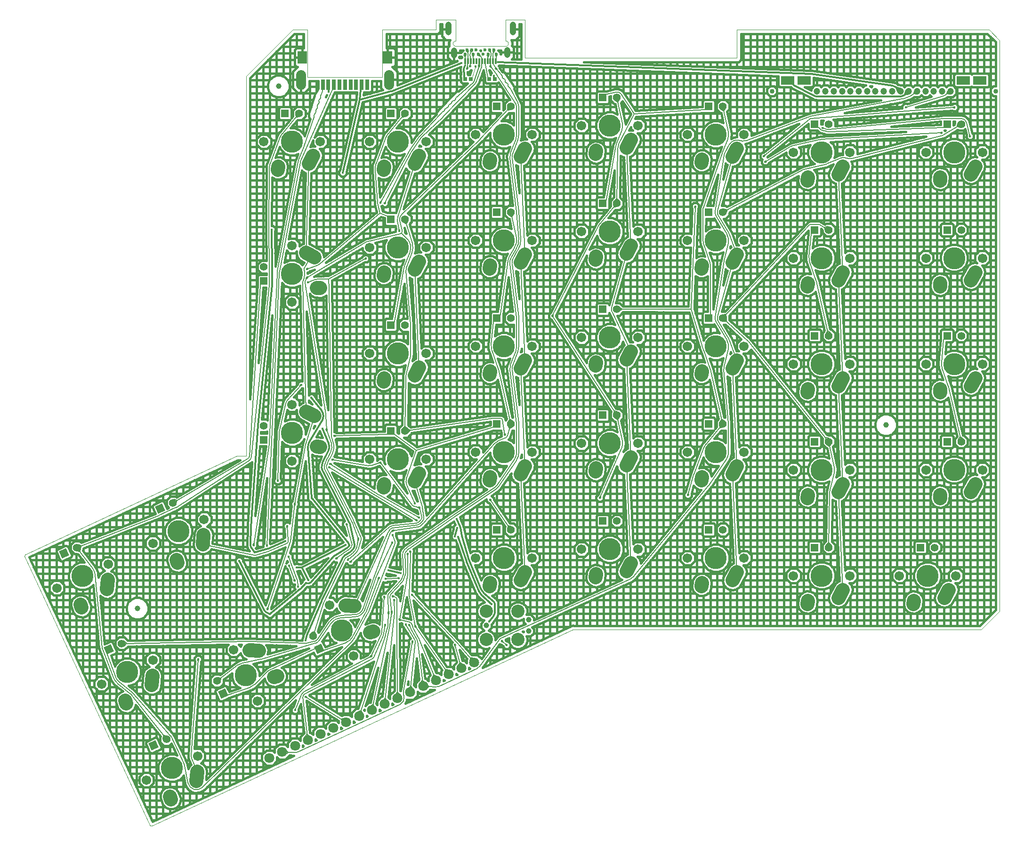
<source format=gtl>
%FSLAX46Y46*%
%OFA0.000000B0.000000*%
%SFA1B1*%
%MOMM*%
%AMFRECTNOHOLE10*
21,1,0.3000,1.1000,0.0000,0.0000,0*
%
%AMFRECTNOHOLE11*
21,1,0.6000,0.6500,0.0000,0.0000,0*
%
%AMFRECTNOHOLE12*
21,1,0.7000,1.8000,0.0000,0.0000,0*
%
%AMFRECTNOHOLE13*
21,1,1.6400,2.2000,0.0000,0.0000,0*
%
%AMFRECTNOHOLE14*
21,1,2.4000,1.5000,0.0000,0.0000,0*
%
%AMFRECTNOHOLE15*
21,1,1.4000,1.4000,0.0000,0.0000,0*
%
%AMFRECTNOHOLE16*
21,1,1.4000,1.4000,0.0000,0.0000,25*
%
%AMFRECTNOHOLE17*
21,1,1.4000,1.4000,0.0000,0.0000,115*
%
%ADD10FRECTNOHOLE10*%
%ADD11FRECTNOHOLE11*%
%ADD12FRECTNOHOLE12*%
%ADD13FRECTNOHOLE13*%
%ADD14FRECTNOHOLE14*%
%ADD15FRECTNOHOLE15*%
%ADD16FRECTNOHOLE16*%
%ADD17FRECTNOHOLE17*%
%ADD18C,0.0000X0.0000*%
%ADD19C,0.4000X0.0000*%
%ADD20C,0.3810X0.0000*%
%ADD21C,0.1524X0.0000*%
%ADD22C,0.3048X0.0000*%
%ADD23C,0.1016X0.0000*%
%ADD24C,0.4064X0.0000*%
%ADD25C,0.6000X0.0000*%
%ADD26C,1.1000X0.0000*%
%ADD27C,0.7000X0.0000*%
%ADD28C,1.8000X0.0000*%
%ADD29C,0.9906X0.0000*%
%ADD30C,2.3748X0.0000*%
%ADD31C,1.2000X0.0000*%
%ADD32C,0.8500X0.0000*%
%ADD33C,1.0000X0.0000*%
%ADD34C,1.4000X0.0000*%
%ADD35C,3.9878X0.0000*%
%ADD36C,1.7018X0.0000*%
%ADD37C,2.5000X0.0000*%
%LNICEDRight-Front*%
%LPD*%
G54D10*
X103549000Y-50596400D3*
X104049000Y-50596400D3*
X104549000Y-50596400D3*
X105049000Y-50596400D3*
X105549000Y-50596400D3*
X106049000Y-50596400D3*
X106549000Y-50596400D3*
X107049000Y-50596400D3*
X107549000Y-50596400D3*
X108049000Y-50596400D3*
X108549000Y-50596400D3*
X109049000Y-50596400D3*
G54D11*
X108831000Y-53848000D3*
X107831000Y-53848000D3*
X103513000Y-53848000D3*
X104513000Y-53848000D3*
G54D12*
X85915000Y-54858000D3*
X84915000Y-54858000D3*
X83915000Y-54858000D3*
X82915000Y-54858000D3*
X77915000Y-54858000D3*
X78915000Y-54858000D3*
X79915000Y-54858000D3*
X80915000Y-54858000D3*
X81915000Y-54858000D3*
G54D13*
X89585000Y-49958000D3*
X74245000Y-49958000D3*
G54D14*
X196100000Y-54064000D3*
X193100000Y-54064000D3*
X164500000Y-54064000D3*
X161500000Y-54064000D3*
G54D15*
X90170000Y-79067700D3*
X90170000Y-117168000D3*
X67310000Y-90180200D3*
X67310000Y-118755000D3*
X190182000Y-61925200D3*
X185420000Y-138123000D3*
X166370000Y-61925200D3*
X166370000Y-138123000D3*
X71120000Y-60020200D3*
X147320000Y-134948000D3*
X190182000Y-100023000D3*
X128270000Y-57150000D3*
X128270000Y-133350000D3*
X166370000Y-100023000D3*
X109220000Y-58747700D3*
X109220000Y-134948000D3*
X147320000Y-96848000D3*
X90170000Y-60020200D3*
X128270000Y-95250000D3*
X147320000Y-58747700D3*
X109220000Y-96848000D3*
X109220000Y-115898000D3*
X90170000Y-98118000D3*
X190182000Y-80972700D3*
X190182000Y-119073000D3*
X109220000Y-77797700D3*
X128270000Y-114300000D3*
X128270000Y-76200000D3*
X147320000Y-115898000D3*
X147320000Y-77797700D3*
X166370000Y-119073000D3*
X166370000Y-80972700D3*
G54D16*
X48666000Y-131153700D3*
X31401600Y-139203700D3*
X39450900Y-156467700D3*
X47502700Y-173734700D3*
G54D17*
X77234500Y-156361000D3*
X59972700Y-164417000D3*
G54D18*
X62484000Y-121666000D2*
X24384000Y-139446000D1*
X64135000Y-121666000D2*
X62484000Y-121666000D1*
X64135000Y-53340000D2*
X64135000Y-121666000D1*
X72517000Y-44958000D2*
X64135000Y-53340000D1*
X75184000Y-44958000D2*
X72517000Y-44958000D1*
X75184000Y-53467000D2*
X75184000Y-44958000D1*
X88646000Y-53467000D2*
X75184000Y-53467000D1*
X88646000Y-44958000D2*
X88646000Y-53467000D1*
X98298000Y-44958000D2*
X88646000Y-44958000D1*
X98298000Y-43180000D2*
X98298000Y-44958000D1*
X101829000Y-43180000D2*
X98298000Y-43180000D1*
X101829000Y-46939200D2*
X101829000Y-43180000D1*
X101743000Y-46946700D2*
X101829000Y-46939200D1*
X101659000Y-46969100D2*
X101743000Y-46946700D1*
X101581000Y-47005600D2*
X101659000Y-46969100D1*
X101510000Y-47055100D2*
X101581000Y-47005600D1*
X101449000Y-47116100D2*
X101510000Y-47055100D1*
X101400000Y-47186800D2*
X101449000Y-47116100D1*
X101363000Y-47265100D2*
X101400000Y-47186800D1*
X101341000Y-47348500D2*
X101363000Y-47265100D1*
X101333000Y-47434500D2*
X101341000Y-47348500D1*
X101341000Y-47520500D2*
X101333000Y-47434500D1*
X101363000Y-47603900D2*
X101341000Y-47520500D1*
X101400000Y-47682200D2*
X101363000Y-47603900D1*
X101449000Y-47752900D2*
X101400000Y-47682200D1*
X101510000Y-47813900D2*
X101449000Y-47752900D1*
X101581000Y-47863400D2*
X101510000Y-47813900D1*
X101659000Y-47899900D2*
X101581000Y-47863400D1*
X101743000Y-47922300D2*
X101659000Y-47899900D1*
X101829000Y-47929800D2*
X101743000Y-47922300D1*
X110769000Y-47929800D2*
X101829000Y-47929800D1*
X110855000Y-47922300D2*
X110769000Y-47929800D1*
X110939000Y-47899900D2*
X110855000Y-47922300D1*
X111017000Y-47863400D2*
X110939000Y-47899900D1*
X111088000Y-47813900D2*
X111017000Y-47863400D1*
X111149000Y-47752900D2*
X111088000Y-47813900D1*
X111198000Y-47682200D2*
X111149000Y-47752900D1*
X111235000Y-47603900D2*
X111198000Y-47682200D1*
X111257000Y-47520500D2*
X111235000Y-47603900D1*
X111265000Y-47434500D2*
X111257000Y-47520500D1*
X111257000Y-47348500D2*
X111265000Y-47434500D1*
X111235000Y-47265100D2*
X111257000Y-47348500D1*
X111198000Y-47186800D2*
X111235000Y-47265100D1*
X111149000Y-47116100D2*
X111198000Y-47186800D1*
X111088000Y-47055100D2*
X111149000Y-47116100D1*
X111017000Y-47005600D2*
X111088000Y-47055100D1*
X110939000Y-46969100D2*
X111017000Y-47005600D1*
X110855000Y-46946700D2*
X110939000Y-46969100D1*
X110769000Y-46939200D2*
X110855000Y-46946700D1*
X110769000Y-43180000D2*
X110769000Y-46939200D1*
X114300000Y-43180000D2*
X110769000Y-43180000D1*
X114300000Y-50038000D2*
X114300000Y-43180000D1*
X152400000Y-50038000D2*
X114300000Y-50038000D1*
X152400000Y-44958000D2*
X152400000Y-50038000D1*
X197739000Y-44958000D2*
X152400000Y-44958000D1*
X199644000Y-46863000D2*
X197739000Y-44958000D1*
X199644000Y-149606000D2*
X199644000Y-46863000D1*
X196342000Y-152908000D2*
X199644000Y-149606000D1*
X127127000Y-152908000D2*
X196342000Y-152908000D1*
X122936000Y-152908000D2*
X127127000Y-152908000D1*
X47244000Y-188214000D2*
X122936000Y-152908000D1*
X46863000Y-188214000D2*
X47244000Y-188214000D1*
X24257000Y-139700000D2*
X46863000Y-188214000D1*
X24384000Y-139446000D2*
X24257000Y-139700000D1*
G54D19*
X192244000Y-63079200D2*
X192135900Y-62971100D1*
X192622100Y-63079200D2*
X192244000Y-63079200D1*
X192687300Y-63093700D2*
X192622100Y-63079200D1*
X192710100Y-63079200D2*
X192687300Y-63093700D1*
X193200000Y-63079200D2*
X192710100Y-63079200D1*
X193439700Y-62839500D2*
X193200000Y-63079200D1*
X193686900Y-63828700D2*
X193439700Y-62839500D1*
X193652800Y-63862800D2*
X193686900Y-63828700D1*
X193652800Y-64074500D2*
X193652800Y-63862800D1*
X193623700Y-64230200D2*
X193652800Y-64074500D1*
X193652800Y-64272700D2*
X193623700Y-64230200D1*
X193652800Y-64407200D2*
X193652800Y-64272700D1*
X194037800Y-64792200D2*
X193652800Y-64407200D1*
X194582200Y-64792200D2*
X194037800Y-64792200D1*
X194967200Y-64407200D2*
X194582200Y-64792200D1*
X194967200Y-63862800D2*
X194967200Y-64407200D1*
X194800700Y-63696300D2*
X194967200Y-63862800D1*
X194722500Y-63598500D2*
X194800700Y-63696300D1*
X194211400Y-61553500D2*
X194722500Y-63598500D1*
X194170900Y-61390800D2*
X194211400Y-61553500D1*
X194160100Y-61347600D2*
X194170900Y-61390800D1*
X194124900Y-61266800D2*
X194160100Y-61347600D1*
X194101000Y-61230100D2*
X194124900Y-61266800D1*
X193917800Y-60948100D2*
X194101000Y-61230100D1*
X193894100Y-60911500D2*
X193917800Y-60948100D1*
X193834600Y-60846500D2*
X193894100Y-60911500D1*
X193799700Y-60819100D2*
X193834600Y-60846500D1*
X193534700Y-60612000D2*
X193799700Y-60819100D1*
X193499600Y-60584600D2*
X193534700Y-60612000D1*
X193422100Y-60542600D2*
X193499600Y-60584600D1*
X193380800Y-60528500D2*
X193422100Y-60542600D1*
X193062800Y-60419000D2*
X193380800Y-60528500D1*
X193021600Y-60404800D2*
X193062800Y-60419000D1*
X192943000Y-60391500D2*
X193021600Y-60404800D1*
X192941600Y-60390100D2*
X192943000Y-60391500D1*
X192934700Y-60390100D2*
X192941600Y-60390100D1*
X192890200Y-60390100D2*
X192934700Y-60390100D1*
X192722000Y-60390100D2*
X192890200Y-60390100D1*
X189701600Y-60390100D2*
X192722000Y-60390100D1*
X189474600Y-60390100D2*
X189701600Y-60390100D1*
X189262400Y-60390100D2*
X189474600Y-60390100D1*
X189255000Y-60390100D2*
X189262400Y-60390100D1*
X189234700Y-60410400D2*
X189255000Y-60390100D1*
X170064000Y-62289000D2*
X189234700Y-60410400D1*
X170064000Y-61447200D2*
X170064000Y-62289000D1*
X169753300Y-61136500D2*
X170064000Y-61447200D1*
X191137400Y-59488900D2*
X169753300Y-61136500D1*
X191153400Y-59494800D2*
X191137400Y-59488900D1*
X191243800Y-59585200D2*
X191153400Y-59494800D1*
X191398800Y-59585200D2*
X191243800Y-59585200D1*
X191494900Y-59620600D2*
X191398800Y-59585200D1*
X191571600Y-59585200D2*
X191494900Y-59620600D1*
X191788200Y-59585200D2*
X191571600Y-59585200D1*
X192173200Y-59200200D2*
X191788200Y-59585200D1*
X192173200Y-58655800D2*
X192173200Y-59200200D1*
X191788200Y-58270800D2*
X192173200Y-58655800D1*
X191472900Y-58270800D2*
X191788200Y-58270800D1*
X191389100Y-58246800D2*
X191472900Y-58270800D1*
X191345900Y-58270800D2*
X191389100Y-58246800D1*
X191243800Y-58270800D2*
X191345900Y-58270800D1*
X191116400Y-58398200D2*
X191243800Y-58270800D1*
X191055900Y-58431800D2*
X191116400Y-58398200D1*
X184586600Y-58930200D2*
X191055900Y-58431800D1*
X189713600Y-57388200D2*
X184586600Y-58930200D1*
X189790900Y-57364900D2*
X189713600Y-57388200D1*
X189813100Y-57358200D2*
X189790900Y-57364900D1*
X189856900Y-57340700D2*
X189813100Y-57358200D1*
X189877900Y-57330100D2*
X189856900Y-57340700D1*
X190021900Y-57257000D2*
X189877900Y-57330100D1*
X190043400Y-57246100D2*
X190021900Y-57257000D1*
X190083400Y-57221000D2*
X190043400Y-57246100D1*
X190102100Y-57206800D2*
X190083400Y-57221000D1*
X190166100Y-57158300D2*
X190102100Y-57206800D1*
X190329800Y-57034400D2*
X190166100Y-57158300D1*
X190363400Y-57068000D2*
X190329800Y-57034400D1*
X190754800Y-57068000D2*
X190363400Y-57068000D1*
X190929000Y-57082900D2*
X190754800Y-57068000D1*
X190946700Y-57068000D2*
X190929000Y-57082900D1*
X191236600Y-57068000D2*
X190946700Y-57068000D1*
X191854000Y-56450600D2*
X191236600Y-57068000D1*
X191854000Y-55577400D2*
X191854000Y-56450600D1*
X191236600Y-54960000D2*
X191854000Y-55577400D1*
X190363400Y-54960000D2*
X191236600Y-54960000D1*
X190050000Y-55273400D2*
X190363400Y-54960000D1*
X189736600Y-54960000D2*
X190050000Y-55273400D1*
X188863400Y-54960000D2*
X189736600Y-54960000D1*
X188550000Y-55273400D2*
X188863400Y-54960000D1*
X188236600Y-54960000D2*
X188550000Y-55273400D1*
X187363400Y-54960000D2*
X188236600Y-54960000D1*
X187050000Y-55273400D2*
X187363400Y-54960000D1*
X186736600Y-54960000D2*
X187050000Y-55273400D1*
X185863400Y-54960000D2*
X186736600Y-54960000D1*
X185550000Y-55273400D2*
X185863400Y-54960000D1*
X185236600Y-54960000D2*
X185550000Y-55273400D1*
X184363400Y-54960000D2*
X185236600Y-54960000D1*
X184050000Y-55273400D2*
X184363400Y-54960000D1*
X183736600Y-54960000D2*
X184050000Y-55273400D1*
X182863400Y-54960000D2*
X183736600Y-54960000D1*
X182550000Y-55273400D2*
X182863400Y-54960000D1*
X182236600Y-54960000D2*
X182550000Y-55273400D1*
X181922300Y-54960000D2*
X182236600Y-54960000D1*
X181353400Y-54826200D2*
X181922300Y-54960000D1*
X181338000Y-54812900D2*
X181353400Y-54826200D1*
X181231000Y-54720500D2*
X181338000Y-54812900D1*
X181198100Y-54692100D2*
X181231000Y-54720500D1*
X181125800Y-54645800D2*
X181198100Y-54692100D1*
X181086100Y-54627700D2*
X181125800Y-54645800D1*
X180830400Y-54511200D2*
X181086100Y-54627700D1*
X180790800Y-54493200D2*
X180830400Y-54511200D1*
X180708400Y-54469000D2*
X180790800Y-54493200D1*
X180665800Y-54462800D2*
X180708400Y-54469000D1*
X180525400Y-54442500D2*
X180665800Y-54462800D1*
X165840200Y-52336500D2*
X180525400Y-54442500D1*
X165839000Y-52336400D2*
X165840200Y-52336500D1*
X165829100Y-52335000D2*
X165839000Y-52336400D1*
X165798800Y-52331500D2*
X165829100Y-52335000D1*
X165778900Y-52329700D2*
X165798800Y-52331500D1*
X165749500Y-52327700D2*
X165778900Y-52329700D1*
X165739900Y-52327300D2*
X165749500Y-52327700D1*
X165738100Y-52327300D2*
X165739900Y-52327300D1*
X124839000Y-50747000D2*
X165738100Y-52327300D1*
X152106300Y-50747000D2*
X124839000Y-50747000D1*
X152693700Y-50747000D2*
X152106300Y-50747000D1*
X153109000Y-50331700D2*
X152693700Y-50747000D1*
X153109000Y-49744300D2*
X153109000Y-50331700D1*
X153109000Y-45667000D2*
X153109000Y-49744300D1*
X197445300Y-45667000D2*
X153109000Y-45667000D1*
X198935000Y-47156700D2*
X197445300Y-45667000D1*
X198935000Y-55135000D2*
X198935000Y-47156700D1*
X198535900Y-55135000D2*
X198935000Y-55135000D1*
X198021000Y-55649900D2*
X198535900Y-55135000D1*
X198021000Y-56378100D2*
X198021000Y-55649900D1*
X198535900Y-56893000D2*
X198021000Y-56378100D1*
X198935000Y-56893000D2*
X198535900Y-56893000D1*
X198935000Y-149312300D2*
X198935000Y-56893000D1*
X196048300Y-152199000D2*
X198935000Y-149312300D1*
X127420700Y-152199000D2*
X196048300Y-152199000D1*
X126833300Y-152199000D2*
X127420700Y-152199000D1*
X123061000Y-152199000D2*
X126833300Y-152199000D1*
X122902400Y-152141300D2*
X123061000Y-152199000D1*
X122778700Y-152199000D2*
X122902400Y-152141300D1*
X122642300Y-152199000D2*
X122778700Y-152199000D1*
X122523100Y-152318200D2*
X122642300Y-152199000D1*
X106621800Y-159735200D2*
X122523100Y-152318200D1*
X109717600Y-155511300D2*
X106621800Y-159735200D1*
X109764300Y-155524700D2*
X109717600Y-155511300D1*
X109836800Y-155597200D2*
X109764300Y-155524700D1*
X110017000Y-155597200D2*
X109836800Y-155597200D1*
X110083200Y-155616200D2*
X110017000Y-155597200D1*
X110333800Y-155831000D2*
X110083200Y-155616200D1*
X110340800Y-155846200D2*
X110333800Y-155831000D1*
X110340800Y-155974200D2*
X110340800Y-155846200D1*
X110450400Y-156083800D2*
X110340800Y-155974200D1*
X110493300Y-156176800D2*
X110450400Y-156083800D1*
X110572600Y-156206000D2*
X110493300Y-156176800D1*
X110725800Y-156359200D2*
X110572600Y-156206000D1*
X111270200Y-156359200D2*
X110725800Y-156359200D1*
X111655200Y-155974200D2*
X111270200Y-156359200D1*
X111655200Y-155632600D2*
X111655200Y-155974200D1*
X112100200Y-156077600D2*
X111655200Y-155632600D1*
X112703500Y-156327500D2*
X112100200Y-156077600D1*
X113356500Y-156327500D2*
X112703500Y-156327500D1*
X113959800Y-156077600D2*
X113356500Y-156327500D1*
X114421600Y-155615800D2*
X113959800Y-156077600D1*
X114671500Y-155012500D2*
X114421600Y-155615800D1*
X114671500Y-154359500D2*
X114671500Y-155012500D1*
X114568700Y-154111300D2*
X114671500Y-154359500D1*
X115328200Y-154111300D2*
X114568700Y-154111300D1*
X115884300Y-153555200D2*
X115328200Y-154111300D1*
X115884300Y-152768800D2*
X115884300Y-153555200D1*
X115579900Y-152464400D2*
X115884300Y-152768800D1*
X133406200Y-144327100D2*
X115579900Y-152464400D1*
X133567300Y-144253500D2*
X133406200Y-144327100D1*
X133594300Y-144241200D2*
X133567300Y-144253500D1*
X133645900Y-144210200D2*
X133594300Y-144241200D1*
X133670000Y-144191600D2*
X133645900Y-144210200D1*
X133951000Y-143975700D2*
X133670000Y-144191600D1*
X133974500Y-143957700D2*
X133951000Y-143975700D1*
X134017800Y-143915800D2*
X133974500Y-143957700D1*
X134037300Y-143892300D2*
X134017800Y-143915800D1*
X134148800Y-143756900D2*
X134037300Y-143892300D1*
X147658100Y-127384300D2*
X134148800Y-143756900D1*
X147682100Y-127355200D2*
X147658100Y-127384300D1*
X147698200Y-127334700D2*
X147682100Y-127355200D1*
X147742000Y-127276000D2*
X147698200Y-127334700D1*
X147755800Y-127256700D2*
X147742000Y-127276000D1*
X147776500Y-127226200D2*
X147755800Y-127256700D1*
X150932700Y-122563900D2*
X147776500Y-127226200D1*
X151127600Y-122276000D2*
X150932700Y-122563900D1*
X151149900Y-122243000D2*
X151127600Y-122276000D1*
X151184300Y-122171000D2*
X151149900Y-122243000D1*
X151195800Y-122132800D2*
X151184300Y-122171000D1*
X151397800Y-121467500D2*
X151195800Y-122132800D1*
X151409400Y-121429400D2*
X151397800Y-121467500D1*
X151420900Y-121350500D2*
X151409400Y-121429400D1*
X151420700Y-121310900D2*
X151420900Y-121350500D1*
X151419000Y-120964600D2*
X151420700Y-121310900D1*
X151395100Y-115890600D2*
X151419000Y-120964600D1*
X151395000Y-115871300D2*
X151395100Y-115890600D1*
X151394500Y-115850300D2*
X151395000Y-115871300D1*
X151392700Y-115810000D2*
X151394500Y-115850300D1*
X151391500Y-115791200D2*
X151392700Y-115810000D1*
X151389900Y-115771300D2*
X151391500Y-115791200D1*
X151389700Y-115769400D2*
X151389900Y-115771300D1*
X150683500Y-107373900D2*
X151389700Y-115769400D1*
X151060600Y-107583000D2*
X150683500Y-107373900D1*
X151136000Y-107591600D2*
X151060600Y-107583000D1*
X151795500Y-121918300D2*
X151136000Y-107591600D1*
X151604300Y-121973100D2*
X151795500Y-121918300D1*
X151073800Y-122395200D2*
X151604300Y-121973100D1*
X149935500Y-124448700D2*
X151073800Y-122395200D1*
X149858800Y-125122200D2*
X149935500Y-124448700D1*
X150045600Y-125773800D2*
X149858800Y-125122200D1*
X150467700Y-126304300D2*
X150045600Y-125773800D1*
X151060600Y-126633000D2*
X150467700Y-126304300D1*
X151136000Y-126641600D2*
X151060600Y-126633000D1*
X151795500Y-140968300D2*
X151136000Y-126641600D1*
X151604300Y-141023100D2*
X151795500Y-140968300D1*
X151073800Y-141445200D2*
X151604300Y-141023100D1*
X149935500Y-143498700D2*
X151073800Y-141445200D1*
X149858800Y-144172200D2*
X149935500Y-143498700D1*
X150045600Y-144823800D2*
X149858800Y-144172200D1*
X150467700Y-145354300D2*
X150045600Y-144823800D1*
X151060600Y-145683000D2*
X150467700Y-145354300D1*
X151734100Y-145759700D2*
X151060600Y-145683000D1*
X152385700Y-145572900D2*
X151734100Y-145759700D1*
X152916200Y-145150800D2*
X152385700Y-145572900D1*
X154054500Y-143097300D2*
X152916200Y-145150800D1*
X154131200Y-142423800D2*
X154054500Y-143097300D1*
X153944400Y-141772200D2*
X154131200Y-142423800D1*
X153594900Y-141332900D2*
X153944400Y-141772200D1*
X154210500Y-141332900D2*
X153594900Y-141332900D1*
X154974900Y-140568500D2*
X154210500Y-141332900D1*
X154974900Y-139487500D2*
X154974900Y-140568500D1*
X154210500Y-138723100D2*
X154974900Y-139487500D1*
X153129500Y-138723100D2*
X154210500Y-138723100D1*
X152770100Y-139082500D2*
X153129500Y-138723100D1*
X152194500Y-126577700D2*
X152770100Y-139082500D1*
X152385700Y-126522900D2*
X152194500Y-126577700D1*
X152916200Y-126100800D2*
X152385700Y-126522900D1*
X154054500Y-124047300D2*
X152916200Y-126100800D1*
X154131200Y-123373800D2*
X154054500Y-124047300D1*
X153944400Y-122722200D2*
X154131200Y-123373800D1*
X153594900Y-122282900D2*
X153944400Y-122722200D1*
X154210500Y-122282900D2*
X153594900Y-122282900D1*
X154974900Y-121518500D2*
X154210500Y-122282900D1*
X154974900Y-120437500D2*
X154974900Y-121518500D1*
X154210500Y-119673100D2*
X154974900Y-120437500D1*
X153129500Y-119673100D2*
X154210500Y-119673100D1*
X152770100Y-120032500D2*
X153129500Y-119673100D1*
X152194500Y-107527700D2*
X152770100Y-120032500D1*
X152385700Y-107472900D2*
X152194500Y-107527700D1*
X152916200Y-107050800D2*
X152385700Y-107472900D1*
X154054500Y-104997300D2*
X152916200Y-107050800D1*
X154131200Y-104323800D2*
X154054500Y-104997300D1*
X153944400Y-103672200D2*
X154131200Y-104323800D1*
X153594900Y-103232900D2*
X153944400Y-103672200D1*
X154210500Y-103232900D2*
X153594900Y-103232900D1*
X154936600Y-102506800D2*
X154210500Y-103232900D1*
X167491500Y-118152400D2*
X154936600Y-102506800D1*
X167258100Y-117919000D2*
X167491500Y-118152400D1*
X167070000Y-117919000D2*
X167258100Y-117919000D1*
X165858100Y-117919000D2*
X167070000Y-117919000D1*
X165670000Y-117919000D2*
X165858100Y-117919000D1*
X165481900Y-117919000D2*
X165670000Y-117919000D1*
X165216000Y-118184900D2*
X165481900Y-117919000D1*
X165216000Y-118373000D2*
X165216000Y-118184900D1*
X165216000Y-118561100D2*
X165216000Y-118373000D1*
X165216000Y-119773000D2*
X165216000Y-118561100D1*
X165216000Y-119961100D2*
X165216000Y-119773000D1*
X165481900Y-120227000D2*
X165216000Y-119961100D1*
X165670000Y-120227000D2*
X165481900Y-120227000D1*
X167070000Y-120227000D2*
X165670000Y-120227000D1*
X167258100Y-120227000D2*
X167070000Y-120227000D1*
X167524000Y-119961100D2*
X167258100Y-120227000D1*
X167524000Y-119773000D2*
X167524000Y-119961100D1*
X167524000Y-118373000D2*
X167524000Y-119773000D1*
X167524000Y-118192900D2*
X167524000Y-118373000D1*
X167806300Y-118544700D2*
X167524000Y-118192900D1*
X167756000Y-118595000D2*
X167806300Y-118544700D1*
X167756000Y-119074300D2*
X167756000Y-118595000D1*
X167745700Y-119177900D2*
X167756000Y-119074300D1*
X167756000Y-119190500D2*
X167745700Y-119177900D1*
X167756000Y-119551000D2*
X167756000Y-119190500D1*
X168086800Y-119881800D2*
X167756000Y-119551000D1*
X168092100Y-119908200D2*
X168086800Y-119881800D1*
X168154900Y-119949900D2*
X168092100Y-119908200D1*
X168432000Y-120227000D2*
X168154900Y-119949900D1*
X168572300Y-120227000D2*
X168432000Y-120227000D1*
X168620000Y-120258700D2*
X168572300Y-120227000D1*
X169004900Y-122068800D2*
X168620000Y-120258700D1*
X168126900Y-121705100D2*
X169004900Y-122068800D1*
X167153100Y-121705100D2*
X168126900Y-121705100D1*
X166253400Y-122077800D2*
X167153100Y-121705100D1*
X165564800Y-122766400D2*
X166253400Y-122077800D1*
X165192100Y-123666100D2*
X165564800Y-122766400D1*
X165192100Y-124639900D2*
X165192100Y-123666100D1*
X165564800Y-125539600D2*
X165192100Y-124639900D1*
X166253400Y-126228200D2*
X165564800Y-125539600D1*
X167153100Y-126600900D2*
X166253400Y-126228200D1*
X168126900Y-126600900D2*
X167153100Y-126600900D1*
X168951800Y-126259200D2*
X168126900Y-126600900D1*
X168613100Y-127664900D2*
X168951800Y-126259200D1*
X168593400Y-127746400D2*
X168613100Y-127664900D1*
X168589900Y-127760800D2*
X168593400Y-127746400D1*
X168584700Y-127789000D2*
X168589900Y-127760800D1*
X168582900Y-127803700D2*
X168584700Y-127789000D1*
X168561200Y-127973400D2*
X168582900Y-127803700D1*
X168559300Y-127988100D2*
X168561200Y-127973400D1*
X168557300Y-128016700D2*
X168559300Y-127988100D1*
X168557000Y-128030800D2*
X168557300Y-128016700D1*
X168555400Y-128116700D2*
X168557000Y-128030800D1*
X168399400Y-137001600D2*
X168555400Y-128116700D1*
X167756000Y-137645000D2*
X168399400Y-137001600D1*
X167756000Y-138601000D2*
X167756000Y-137645000D1*
X168432000Y-139277000D2*
X167756000Y-138601000D1*
X169388000Y-139277000D2*
X168432000Y-139277000D1*
X170064000Y-138601000D2*
X169388000Y-139277000D1*
X170064000Y-137645000D2*
X170064000Y-138601000D1*
X169588600Y-137169600D2*
X170064000Y-137645000D1*
X169459400Y-137033100D2*
X169588600Y-137169600D1*
X169591300Y-129520100D2*
X169459400Y-137033100D1*
X170110600Y-129808000D2*
X169591300Y-129520100D1*
X170186000Y-129816600D2*
X170110600Y-129808000D1*
X170845500Y-144143300D2*
X170186000Y-129816600D1*
X170654300Y-144198100D2*
X170845500Y-144143300D1*
X170123800Y-144620200D2*
X170654300Y-144198100D1*
X168985500Y-146673700D2*
X170123800Y-144620200D1*
X168908800Y-147347200D2*
X168985500Y-146673700D1*
X169095600Y-147998800D2*
X168908800Y-147347200D1*
X169517700Y-148529300D2*
X169095600Y-147998800D1*
X170110600Y-148858000D2*
X169517700Y-148529300D1*
X170784100Y-148934700D2*
X170110600Y-148858000D1*
X171435700Y-148747900D2*
X170784100Y-148934700D1*
X171966200Y-148325800D2*
X171435700Y-148747900D1*
X173104500Y-146272300D2*
X171966200Y-148325800D1*
X173181200Y-145598800D2*
X173104500Y-146272300D1*
X172994400Y-144947200D2*
X173181200Y-145598800D1*
X172644900Y-144507900D2*
X172994400Y-144947200D1*
X173260500Y-144507900D2*
X172644900Y-144507900D1*
X174024900Y-143743500D2*
X173260500Y-144507900D1*
X174024900Y-142662500D2*
X174024900Y-143743500D1*
X173260500Y-141898100D2*
X174024900Y-142662500D1*
X172179500Y-141898100D2*
X173260500Y-141898100D1*
X171820100Y-142257500D2*
X172179500Y-141898100D1*
X171244500Y-129752700D2*
X171820100Y-142257500D1*
X171435700Y-129697900D2*
X171244500Y-129752700D1*
X171966200Y-129275800D2*
X171435700Y-129697900D1*
X173104500Y-127222300D2*
X171966200Y-129275800D1*
X173181200Y-126548800D2*
X173104500Y-127222300D1*
X172994400Y-125897200D2*
X173181200Y-126548800D1*
X172644900Y-125457900D2*
X172994400Y-125897200D1*
X173260500Y-125457900D2*
X172644900Y-125457900D1*
X174024900Y-124693500D2*
X173260500Y-125457900D1*
X174024900Y-123612500D2*
X174024900Y-124693500D1*
X173260500Y-122848100D2*
X174024900Y-123612500D1*
X172179500Y-122848100D2*
X173260500Y-122848100D1*
X171820100Y-123207500D2*
X172179500Y-122848100D1*
X171244500Y-110702700D2*
X171820100Y-123207500D1*
X171435700Y-110647900D2*
X171244500Y-110702700D1*
X171966200Y-110225800D2*
X171435700Y-110647900D1*
X173104500Y-108172300D2*
X171966200Y-110225800D1*
X173181200Y-107498800D2*
X173104500Y-108172300D1*
X172994400Y-106847200D2*
X173181200Y-107498800D1*
X172644900Y-106407900D2*
X172994400Y-106847200D1*
X173260500Y-106407900D2*
X172644900Y-106407900D1*
X174024900Y-105643500D2*
X173260500Y-106407900D1*
X174024900Y-104562500D2*
X174024900Y-105643500D1*
X173260500Y-103798100D2*
X174024900Y-104562500D1*
X172179500Y-103798100D2*
X173260500Y-103798100D1*
X171820100Y-104157500D2*
X172179500Y-103798100D1*
X171244500Y-91652400D2*
X171820100Y-104157500D1*
X171435700Y-91597600D2*
X171244500Y-91652400D1*
X171966200Y-91175500D2*
X171435700Y-91597600D1*
X173104500Y-89122000D2*
X171966200Y-91175500D1*
X173181200Y-88448500D2*
X173104500Y-89122000D1*
X172994400Y-87796900D2*
X173181200Y-88448500D1*
X172644900Y-87357600D2*
X172994400Y-87796900D1*
X173260500Y-87357600D2*
X172644900Y-87357600D1*
X174024900Y-86593200D2*
X173260500Y-87357600D1*
X174024900Y-85512200D2*
X174024900Y-86593200D1*
X173260500Y-84747800D2*
X174024900Y-85512200D1*
X172179500Y-84747800D2*
X173260500Y-84747800D1*
X171820100Y-85107200D2*
X172179500Y-84747800D1*
X171244600Y-72604900D2*
X171820100Y-85107200D1*
X171435700Y-72550100D2*
X171244600Y-72604900D1*
X171966200Y-72128000D2*
X171435700Y-72550100D1*
X173104500Y-70074500D2*
X171966200Y-72128000D1*
X173181200Y-69401000D2*
X173104500Y-70074500D1*
X172994400Y-68749400D2*
X173181200Y-69401000D1*
X172941400Y-68682800D2*
X172994400Y-68749400D1*
X172993100Y-68675300D2*
X172941400Y-68682800D1*
X173018900Y-68668700D2*
X172993100Y-68675300D1*
X173133200Y-68639800D2*
X173018900Y-68668700D1*
X189484700Y-64506600D2*
X173133200Y-68639800D1*
X189522600Y-64497000D2*
X189484700Y-64506600D1*
X189542300Y-64492000D2*
X189522600Y-64497000D1*
X189581000Y-64479000D2*
X189542300Y-64492000D1*
X189599600Y-64471100D2*
X189581000Y-64479000D1*
X189672400Y-64440200D2*
X189599600Y-64471100D1*
X189691200Y-64432200D2*
X189672400Y-64440200D1*
X189727300Y-64413500D2*
X189691200Y-64432200D1*
X189745100Y-64402400D2*
X189727300Y-64413500D1*
X189778700Y-64381500D2*
X189745100Y-64402400D1*
X192068800Y-62956200D2*
X189778700Y-64381500D1*
X192135900Y-62971100D2*
X192068800Y-62956200D1*
X192135900Y-62971100D2*
X192068800Y-62956200D1*
X192068800Y-62956200D2*
X189778700Y-64381500D1*
X189778700Y-64381500D2*
X189745100Y-64402400D1*
X189745100Y-64402400D2*
X189727300Y-64413500D1*
X189727300Y-64413500D2*
X189691200Y-64432200D1*
X189691200Y-64432200D2*
X189672400Y-64440200D1*
X189672400Y-64440200D2*
X189599600Y-64471100D1*
X189599600Y-64471100D2*
X189581000Y-64479000D1*
X189581000Y-64479000D2*
X189542300Y-64492000D1*
X189542300Y-64492000D2*
X189522600Y-64497000D1*
X189522600Y-64497000D2*
X189484700Y-64506600D1*
X189484700Y-64506600D2*
X173133200Y-68639800D1*
X173133200Y-68639800D2*
X173018900Y-68668700D1*
X173018900Y-68668700D2*
X172993100Y-68675300D1*
X172993100Y-68675300D2*
X172941400Y-68682800D1*
X172941400Y-68682800D2*
X172994400Y-68749400D1*
X172994400Y-68749400D2*
X173181200Y-69401000D1*
X173181200Y-69401000D2*
X173104500Y-70074500D1*
X173104500Y-70074500D2*
X171966200Y-72128000D1*
X171966200Y-72128000D2*
X171435700Y-72550100D1*
X171435700Y-72550100D2*
X171244600Y-72604900D1*
X171244600Y-72604900D2*
X171820100Y-85107200D1*
X171820100Y-85107200D2*
X172179500Y-84747800D1*
X172179500Y-84747800D2*
X173260500Y-84747800D1*
X173260500Y-84747800D2*
X174024900Y-85512200D1*
X174024900Y-85512200D2*
X174024900Y-86593200D1*
X174024900Y-86593200D2*
X173260500Y-87357600D1*
X173260500Y-87357600D2*
X172644900Y-87357600D1*
X172644900Y-87357600D2*
X172994400Y-87796900D1*
X172994400Y-87796900D2*
X173181200Y-88448500D1*
X173181200Y-88448500D2*
X173104500Y-89122000D1*
X173104500Y-89122000D2*
X171966200Y-91175500D1*
X171966200Y-91175500D2*
X171435700Y-91597600D1*
X171435700Y-91597600D2*
X171244500Y-91652400D1*
X171244500Y-91652400D2*
X171820100Y-104157500D1*
X171820100Y-104157500D2*
X172179500Y-103798100D1*
X172179500Y-103798100D2*
X173260500Y-103798100D1*
X173260500Y-103798100D2*
X174024900Y-104562500D1*
X174024900Y-104562500D2*
X174024900Y-105643500D1*
X174024900Y-105643500D2*
X173260500Y-106407900D1*
X173260500Y-106407900D2*
X172644900Y-106407900D1*
X172644900Y-106407900D2*
X172994400Y-106847200D1*
X172994400Y-106847200D2*
X173181200Y-107498800D1*
X173181200Y-107498800D2*
X173104500Y-108172300D1*
X173104500Y-108172300D2*
X171966200Y-110225800D1*
X171966200Y-110225800D2*
X171435700Y-110647900D1*
X171435700Y-110647900D2*
X171244500Y-110702700D1*
X171244500Y-110702700D2*
X171820100Y-123207500D1*
X171820100Y-123207500D2*
X172179500Y-122848100D1*
X172179500Y-122848100D2*
X173260500Y-122848100D1*
X173260500Y-122848100D2*
X174024900Y-123612500D1*
X174024900Y-123612500D2*
X174024900Y-124693500D1*
X174024900Y-124693500D2*
X173260500Y-125457900D1*
X173260500Y-125457900D2*
X172644900Y-125457900D1*
X172644900Y-125457900D2*
X172994400Y-125897200D1*
X172994400Y-125897200D2*
X173181200Y-126548800D1*
X173181200Y-126548800D2*
X173104500Y-127222300D1*
X173104500Y-127222300D2*
X171966200Y-129275800D1*
X171966200Y-129275800D2*
X171435700Y-129697900D1*
X171435700Y-129697900D2*
X171244500Y-129752700D1*
X171244500Y-129752700D2*
X171820100Y-142257500D1*
X171820100Y-142257500D2*
X172179500Y-141898100D1*
X172179500Y-141898100D2*
X173260500Y-141898100D1*
X173260500Y-141898100D2*
X174024900Y-142662500D1*
X174024900Y-142662500D2*
X174024900Y-143743500D1*
X174024900Y-143743500D2*
X173260500Y-144507900D1*
X173260500Y-144507900D2*
X172644900Y-144507900D1*
X172644900Y-144507900D2*
X172994400Y-144947200D1*
X172994400Y-144947200D2*
X173181200Y-145598800D1*
X173181200Y-145598800D2*
X173104500Y-146272300D1*
X173104500Y-146272300D2*
X171966200Y-148325800D1*
X171966200Y-148325800D2*
X171435700Y-148747900D1*
X171435700Y-148747900D2*
X170784100Y-148934700D1*
X170784100Y-148934700D2*
X170110600Y-148858000D1*
X170110600Y-148858000D2*
X169517700Y-148529300D1*
X169517700Y-148529300D2*
X169095600Y-147998800D1*
X169095600Y-147998800D2*
X168908800Y-147347200D1*
X168908800Y-147347200D2*
X168985500Y-146673700D1*
X168985500Y-146673700D2*
X170123800Y-144620200D1*
X170123800Y-144620200D2*
X170654300Y-144198100D1*
X170654300Y-144198100D2*
X170845500Y-144143300D1*
X170845500Y-144143300D2*
X170186000Y-129816600D1*
X170186000Y-129816600D2*
X170110600Y-129808000D1*
X170110600Y-129808000D2*
X169591300Y-129520100D1*
X169591300Y-129520100D2*
X169459400Y-137033100D1*
X169459400Y-137033100D2*
X169588600Y-137169600D1*
X169588600Y-137169600D2*
X170064000Y-137645000D1*
X170064000Y-137645000D2*
X170064000Y-138601000D1*
X170064000Y-138601000D2*
X169388000Y-139277000D1*
X169388000Y-139277000D2*
X168432000Y-139277000D1*
X168432000Y-139277000D2*
X167756000Y-138601000D1*
X167756000Y-138601000D2*
X167756000Y-137645000D1*
X167756000Y-137645000D2*
X168399400Y-137001600D1*
X168399400Y-137001600D2*
X168555400Y-128116700D1*
X168555400Y-128116700D2*
X168557000Y-128030800D1*
X168557000Y-128030800D2*
X168557300Y-128016700D1*
X168557300Y-128016700D2*
X168559300Y-127988100D1*
X168559300Y-127988100D2*
X168561200Y-127973400D1*
X168561200Y-127973400D2*
X168582900Y-127803700D1*
X168582900Y-127803700D2*
X168584700Y-127789000D1*
X168584700Y-127789000D2*
X168589900Y-127760800D1*
X168589900Y-127760800D2*
X168593400Y-127746400D1*
X168593400Y-127746400D2*
X168613100Y-127664900D1*
X168613100Y-127664900D2*
X168951800Y-126259200D1*
X168951800Y-126259200D2*
X168126900Y-126600900D1*
X168126900Y-126600900D2*
X167153100Y-126600900D1*
X167153100Y-126600900D2*
X166253400Y-126228200D1*
X166253400Y-126228200D2*
X165564800Y-125539600D1*
X165564800Y-125539600D2*
X165192100Y-124639900D1*
X165192100Y-124639900D2*
X165192100Y-123666100D1*
X165192100Y-123666100D2*
X165564800Y-122766400D1*
X165564800Y-122766400D2*
X166253400Y-122077800D1*
X166253400Y-122077800D2*
X167153100Y-121705100D1*
X167153100Y-121705100D2*
X168126900Y-121705100D1*
X168126900Y-121705100D2*
X169004900Y-122068800D1*
X169004900Y-122068800D2*
X168620000Y-120258700D1*
X168620000Y-120258700D2*
X168572300Y-120227000D1*
X168572300Y-120227000D2*
X168432000Y-120227000D1*
X168432000Y-120227000D2*
X168154900Y-119949900D1*
X168154900Y-119949900D2*
X168092100Y-119908200D1*
X168092100Y-119908200D2*
X168086800Y-119881800D1*
X168086800Y-119881800D2*
X167756000Y-119551000D1*
X167756000Y-119551000D2*
X167756000Y-119190500D1*
X167756000Y-119190500D2*
X167745700Y-119177900D1*
X167745700Y-119177900D2*
X167756000Y-119074300D1*
X167756000Y-119074300D2*
X167756000Y-118595000D1*
X167756000Y-118595000D2*
X167806300Y-118544700D1*
X167806300Y-118544700D2*
X167524000Y-118192900D1*
X167524000Y-118192900D2*
X167524000Y-118373000D1*
X167524000Y-118373000D2*
X167524000Y-119773000D1*
X167524000Y-119773000D2*
X167524000Y-119961100D1*
X167524000Y-119961100D2*
X167258100Y-120227000D1*
X167258100Y-120227000D2*
X167070000Y-120227000D1*
X167070000Y-120227000D2*
X165670000Y-120227000D1*
X165670000Y-120227000D2*
X165481900Y-120227000D1*
X165481900Y-120227000D2*
X165216000Y-119961100D1*
X165216000Y-119961100D2*
X165216000Y-119773000D1*
X165216000Y-119773000D2*
X165216000Y-118561100D1*
X165216000Y-118561100D2*
X165216000Y-118373000D1*
X165216000Y-118373000D2*
X165216000Y-118184900D1*
X165216000Y-118184900D2*
X165481900Y-117919000D1*
X165481900Y-117919000D2*
X165670000Y-117919000D1*
X165670000Y-117919000D2*
X165858100Y-117919000D1*
X165858100Y-117919000D2*
X167070000Y-117919000D1*
X167070000Y-117919000D2*
X167258100Y-117919000D1*
X167258100Y-117919000D2*
X167491500Y-118152400D1*
X167491500Y-118152400D2*
X154936600Y-102506800D1*
X154936600Y-102506800D2*
X154210500Y-103232900D1*
X154210500Y-103232900D2*
X153594900Y-103232900D1*
X153594900Y-103232900D2*
X153944400Y-103672200D1*
X153944400Y-103672200D2*
X154131200Y-104323800D1*
X154131200Y-104323800D2*
X154054500Y-104997300D1*
X154054500Y-104997300D2*
X152916200Y-107050800D1*
X152916200Y-107050800D2*
X152385700Y-107472900D1*
X152385700Y-107472900D2*
X152194500Y-107527700D1*
X152194500Y-107527700D2*
X152770100Y-120032500D1*
X152770100Y-120032500D2*
X153129500Y-119673100D1*
X153129500Y-119673100D2*
X154210500Y-119673100D1*
X154210500Y-119673100D2*
X154974900Y-120437500D1*
X154974900Y-120437500D2*
X154974900Y-121518500D1*
X154974900Y-121518500D2*
X154210500Y-122282900D1*
X154210500Y-122282900D2*
X153594900Y-122282900D1*
X153594900Y-122282900D2*
X153944400Y-122722200D1*
X153944400Y-122722200D2*
X154131200Y-123373800D1*
X154131200Y-123373800D2*
X154054500Y-124047300D1*
X154054500Y-124047300D2*
X152916200Y-126100800D1*
X152916200Y-126100800D2*
X152385700Y-126522900D1*
X152385700Y-126522900D2*
X152194500Y-126577700D1*
X152194500Y-126577700D2*
X152770100Y-139082500D1*
X152770100Y-139082500D2*
X153129500Y-138723100D1*
X153129500Y-138723100D2*
X154210500Y-138723100D1*
X154210500Y-138723100D2*
X154974900Y-139487500D1*
X154974900Y-139487500D2*
X154974900Y-140568500D1*
X154974900Y-140568500D2*
X154210500Y-141332900D1*
X154210500Y-141332900D2*
X153594900Y-141332900D1*
X153594900Y-141332900D2*
X153944400Y-141772200D1*
X153944400Y-141772200D2*
X154131200Y-142423800D1*
X154131200Y-142423800D2*
X154054500Y-143097300D1*
X154054500Y-143097300D2*
X152916200Y-145150800D1*
X152916200Y-145150800D2*
X152385700Y-145572900D1*
X152385700Y-145572900D2*
X151734100Y-145759700D1*
X151734100Y-145759700D2*
X151060600Y-145683000D1*
X151060600Y-145683000D2*
X150467700Y-145354300D1*
X150467700Y-145354300D2*
X150045600Y-144823800D1*
X150045600Y-144823800D2*
X149858800Y-144172200D1*
X149858800Y-144172200D2*
X149935500Y-143498700D1*
X149935500Y-143498700D2*
X151073800Y-141445200D1*
X151073800Y-141445200D2*
X151604300Y-141023100D1*
X151604300Y-141023100D2*
X151795500Y-140968300D1*
X151795500Y-140968300D2*
X151136000Y-126641600D1*
X151136000Y-126641600D2*
X151060600Y-126633000D1*
X151060600Y-126633000D2*
X150467700Y-126304300D1*
X150467700Y-126304300D2*
X150045600Y-125773800D1*
X150045600Y-125773800D2*
X149858800Y-125122200D1*
X149858800Y-125122200D2*
X149935500Y-124448700D1*
X149935500Y-124448700D2*
X151073800Y-122395200D1*
X151073800Y-122395200D2*
X151604300Y-121973100D1*
X151604300Y-121973100D2*
X151795500Y-121918300D1*
X151795500Y-121918300D2*
X151136000Y-107591600D1*
X151136000Y-107591600D2*
X151060600Y-107583000D1*
X151060600Y-107583000D2*
X150683500Y-107373900D1*
X150683500Y-107373900D2*
X151389700Y-115769400D1*
X151389700Y-115769400D2*
X151389900Y-115771300D1*
X151389900Y-115771300D2*
X151391500Y-115791200D1*
X151391500Y-115791200D2*
X151392700Y-115810000D1*
X151392700Y-115810000D2*
X151394500Y-115850300D1*
X151394500Y-115850300D2*
X151395000Y-115871300D1*
X151395000Y-115871300D2*
X151395100Y-115890600D1*
X151395100Y-115890600D2*
X151419000Y-120964600D1*
X151419000Y-120964600D2*
X151420700Y-121310900D1*
X151420700Y-121310900D2*
X151420900Y-121350500D1*
X151420900Y-121350500D2*
X151409400Y-121429400D1*
X151409400Y-121429400D2*
X151397800Y-121467500D1*
X151397800Y-121467500D2*
X151195800Y-122132800D1*
X151195800Y-122132800D2*
X151184300Y-122171000D1*
X151184300Y-122171000D2*
X151149900Y-122243000D1*
X151149900Y-122243000D2*
X151127600Y-122276000D1*
X151127600Y-122276000D2*
X150932700Y-122563900D1*
X150932700Y-122563900D2*
X147776500Y-127226200D1*
X147776500Y-127226200D2*
X147755800Y-127256700D1*
X147755800Y-127256700D2*
X147742000Y-127276000D1*
X147742000Y-127276000D2*
X147698200Y-127334700D1*
X147698200Y-127334700D2*
X147682100Y-127355200D1*
X147682100Y-127355200D2*
X147658100Y-127384300D1*
X147658100Y-127384300D2*
X134148800Y-143756900D1*
X134148800Y-143756900D2*
X134037300Y-143892300D1*
X134037300Y-143892300D2*
X134017800Y-143915800D1*
X134017800Y-143915800D2*
X133974500Y-143957700D1*
X133974500Y-143957700D2*
X133951000Y-143975700D1*
X133951000Y-143975700D2*
X133670000Y-144191600D1*
X133670000Y-144191600D2*
X133645900Y-144210200D1*
X133645900Y-144210200D2*
X133594300Y-144241200D1*
X133594300Y-144241200D2*
X133567300Y-144253500D1*
X133567300Y-144253500D2*
X133406200Y-144327100D1*
X133406200Y-144327100D2*
X115579900Y-152464400D1*
X115579900Y-152464400D2*
X115884300Y-152768800D1*
X115884300Y-152768800D2*
X115884300Y-153555200D1*
X115884300Y-153555200D2*
X115328200Y-154111300D1*
X115328200Y-154111300D2*
X114568700Y-154111300D1*
X114568700Y-154111300D2*
X114671500Y-154359500D1*
X114671500Y-154359500D2*
X114671500Y-155012500D1*
X114671500Y-155012500D2*
X114421600Y-155615800D1*
X114421600Y-155615800D2*
X113959800Y-156077600D1*
X113959800Y-156077600D2*
X113356500Y-156327500D1*
X113356500Y-156327500D2*
X112703500Y-156327500D1*
X112703500Y-156327500D2*
X112100200Y-156077600D1*
X112100200Y-156077600D2*
X111655200Y-155632600D1*
X111655200Y-155632600D2*
X111655200Y-155974200D1*
X111655200Y-155974200D2*
X111270200Y-156359200D1*
X111270200Y-156359200D2*
X110725800Y-156359200D1*
X110725800Y-156359200D2*
X110572600Y-156206000D1*
X110572600Y-156206000D2*
X110493300Y-156176800D1*
X110493300Y-156176800D2*
X110450400Y-156083800D1*
X110450400Y-156083800D2*
X110340800Y-155974200D1*
X110340800Y-155974200D2*
X110340800Y-155846200D1*
X110340800Y-155846200D2*
X110333800Y-155831000D1*
X110333800Y-155831000D2*
X110083200Y-155616200D1*
X110083200Y-155616200D2*
X110017000Y-155597200D1*
X110017000Y-155597200D2*
X109836800Y-155597200D1*
X109836800Y-155597200D2*
X109764300Y-155524700D1*
X109764300Y-155524700D2*
X109717600Y-155511300D1*
X109717600Y-155511300D2*
X106621800Y-159735200D1*
X106621800Y-159735200D2*
X122523100Y-152318200D1*
X122523100Y-152318200D2*
X122642300Y-152199000D1*
X122642300Y-152199000D2*
X122778700Y-152199000D1*
X122778700Y-152199000D2*
X122902400Y-152141300D1*
X122902400Y-152141300D2*
X123061000Y-152199000D1*
X123061000Y-152199000D2*
X126833300Y-152199000D1*
X126833300Y-152199000D2*
X127420700Y-152199000D1*
X127420700Y-152199000D2*
X196048300Y-152199000D1*
X196048300Y-152199000D2*
X198935000Y-149312300D1*
X198935000Y-149312300D2*
X198935000Y-56893000D1*
X198935000Y-56893000D2*
X198535900Y-56893000D1*
X198535900Y-56893000D2*
X198021000Y-56378100D1*
X198021000Y-56378100D2*
X198021000Y-55649900D1*
X198021000Y-55649900D2*
X198535900Y-55135000D1*
X198535900Y-55135000D2*
X198935000Y-55135000D1*
X198935000Y-55135000D2*
X198935000Y-47156700D1*
X198935000Y-47156700D2*
X197445300Y-45667000D1*
X197445300Y-45667000D2*
X153109000Y-45667000D1*
X153109000Y-45667000D2*
X153109000Y-49744300D1*
X153109000Y-49744300D2*
X153109000Y-50331700D1*
X153109000Y-50331700D2*
X152693700Y-50747000D1*
X152693700Y-50747000D2*
X152106300Y-50747000D1*
X152106300Y-50747000D2*
X124839000Y-50747000D1*
X124839000Y-50747000D2*
X165738100Y-52327300D1*
X165738100Y-52327300D2*
X165739900Y-52327300D1*
X165739900Y-52327300D2*
X165749500Y-52327700D1*
X165749500Y-52327700D2*
X165778900Y-52329700D1*
X165778900Y-52329700D2*
X165798800Y-52331500D1*
X165798800Y-52331500D2*
X165829100Y-52335000D1*
X165829100Y-52335000D2*
X165839000Y-52336400D1*
X165839000Y-52336400D2*
X165840200Y-52336500D1*
X165840200Y-52336500D2*
X180525400Y-54442500D1*
X180525400Y-54442500D2*
X180665800Y-54462800D1*
X180665800Y-54462800D2*
X180708400Y-54469000D1*
X180708400Y-54469000D2*
X180790800Y-54493200D1*
X180790800Y-54493200D2*
X180830400Y-54511200D1*
X180830400Y-54511200D2*
X181086100Y-54627700D1*
X181086100Y-54627700D2*
X181125800Y-54645800D1*
X181125800Y-54645800D2*
X181198100Y-54692100D1*
X181198100Y-54692100D2*
X181231000Y-54720500D1*
X181231000Y-54720500D2*
X181338000Y-54812900D1*
X181338000Y-54812900D2*
X181353400Y-54826200D1*
X181353400Y-54826200D2*
X181922300Y-54960000D1*
X181922300Y-54960000D2*
X182236600Y-54960000D1*
X182236600Y-54960000D2*
X182550000Y-55273400D1*
X182550000Y-55273400D2*
X182863400Y-54960000D1*
X182863400Y-54960000D2*
X183736600Y-54960000D1*
X183736600Y-54960000D2*
X184050000Y-55273400D1*
X184050000Y-55273400D2*
X184363400Y-54960000D1*
X184363400Y-54960000D2*
X185236600Y-54960000D1*
X185236600Y-54960000D2*
X185550000Y-55273400D1*
X185550000Y-55273400D2*
X185863400Y-54960000D1*
X185863400Y-54960000D2*
X186736600Y-54960000D1*
X186736600Y-54960000D2*
X187050000Y-55273400D1*
X187050000Y-55273400D2*
X187363400Y-54960000D1*
X187363400Y-54960000D2*
X188236600Y-54960000D1*
X188236600Y-54960000D2*
X188550000Y-55273400D1*
X188550000Y-55273400D2*
X188863400Y-54960000D1*
X188863400Y-54960000D2*
X189736600Y-54960000D1*
X189736600Y-54960000D2*
X190050000Y-55273400D1*
X190050000Y-55273400D2*
X190363400Y-54960000D1*
X190363400Y-54960000D2*
X191236600Y-54960000D1*
X191236600Y-54960000D2*
X191854000Y-55577400D1*
X191854000Y-55577400D2*
X191854000Y-56450600D1*
X191854000Y-56450600D2*
X191236600Y-57068000D1*
X191236600Y-57068000D2*
X190946700Y-57068000D1*
X190946700Y-57068000D2*
X190929000Y-57082900D1*
X190929000Y-57082900D2*
X190754800Y-57068000D1*
X190754800Y-57068000D2*
X190363400Y-57068000D1*
X190363400Y-57068000D2*
X190329800Y-57034400D1*
X190329800Y-57034400D2*
X190166100Y-57158300D1*
X190166100Y-57158300D2*
X190102100Y-57206800D1*
X190102100Y-57206800D2*
X190083400Y-57221000D1*
X190083400Y-57221000D2*
X190043400Y-57246100D1*
X190043400Y-57246100D2*
X190021900Y-57257000D1*
X190021900Y-57257000D2*
X189877900Y-57330100D1*
X189877900Y-57330100D2*
X189856900Y-57340700D1*
X189856900Y-57340700D2*
X189813100Y-57358200D1*
X189813100Y-57358200D2*
X189790900Y-57364900D1*
X189790900Y-57364900D2*
X189713600Y-57388200D1*
X189713600Y-57388200D2*
X184586600Y-58930200D1*
X184586600Y-58930200D2*
X191055900Y-58431800D1*
X191055900Y-58431800D2*
X191116400Y-58398200D1*
X191116400Y-58398200D2*
X191243800Y-58270800D1*
X191243800Y-58270800D2*
X191345900Y-58270800D1*
X191345900Y-58270800D2*
X191389100Y-58246800D1*
X191389100Y-58246800D2*
X191472900Y-58270800D1*
X191472900Y-58270800D2*
X191788200Y-58270800D1*
X191788200Y-58270800D2*
X192173200Y-58655800D1*
X192173200Y-58655800D2*
X192173200Y-59200200D1*
X192173200Y-59200200D2*
X191788200Y-59585200D1*
X191788200Y-59585200D2*
X191571600Y-59585200D1*
X191571600Y-59585200D2*
X191494900Y-59620600D1*
X191494900Y-59620600D2*
X191398800Y-59585200D1*
X191398800Y-59585200D2*
X191243800Y-59585200D1*
X191243800Y-59585200D2*
X191153400Y-59494800D1*
X191153400Y-59494800D2*
X191137400Y-59488900D1*
X191137400Y-59488900D2*
X169753300Y-61136500D1*
X169753300Y-61136500D2*
X170064000Y-61447200D1*
X170064000Y-61447200D2*
X170064000Y-62289000D1*
X170064000Y-62289000D2*
X189234700Y-60410400D1*
X189234700Y-60410400D2*
X189255000Y-60390100D1*
X189255000Y-60390100D2*
X189262400Y-60390100D1*
X189262400Y-60390100D2*
X189474600Y-60390100D1*
X189474600Y-60390100D2*
X189701600Y-60390100D1*
X189701600Y-60390100D2*
X192722000Y-60390100D1*
X192722000Y-60390100D2*
X192890200Y-60390100D1*
X192890200Y-60390100D2*
X192934700Y-60390100D1*
X192934700Y-60390100D2*
X192941600Y-60390100D1*
X192941600Y-60390100D2*
X192943000Y-60391500D1*
X192943000Y-60391500D2*
X193021600Y-60404800D1*
X193021600Y-60404800D2*
X193062800Y-60419000D1*
X193062800Y-60419000D2*
X193380800Y-60528500D1*
X193380800Y-60528500D2*
X193422100Y-60542600D1*
X193422100Y-60542600D2*
X193499600Y-60584600D1*
X193499600Y-60584600D2*
X193534700Y-60612000D1*
X193534700Y-60612000D2*
X193799700Y-60819100D1*
X193799700Y-60819100D2*
X193834600Y-60846500D1*
X193834600Y-60846500D2*
X193894100Y-60911500D1*
X193894100Y-60911500D2*
X193917800Y-60948100D1*
X193917800Y-60948100D2*
X194101000Y-61230100D1*
X194101000Y-61230100D2*
X194124900Y-61266800D1*
X194124900Y-61266800D2*
X194160100Y-61347600D1*
X194160100Y-61347600D2*
X194170900Y-61390800D1*
X194170900Y-61390800D2*
X194211400Y-61553500D1*
X194211400Y-61553500D2*
X194722500Y-63598500D1*
X194722500Y-63598500D2*
X194800700Y-63696300D1*
X194800700Y-63696300D2*
X194967200Y-63862800D1*
X194967200Y-63862800D2*
X194967200Y-64407200D1*
X194967200Y-64407200D2*
X194582200Y-64792200D1*
X194582200Y-64792200D2*
X194037800Y-64792200D1*
X194037800Y-64792200D2*
X193652800Y-64407200D1*
X193652800Y-64407200D2*
X193652800Y-64272700D1*
X193652800Y-64272700D2*
X193623700Y-64230200D1*
X193623700Y-64230200D2*
X193652800Y-64074500D1*
X193652800Y-64074500D2*
X193652800Y-63862800D1*
X193652800Y-63862800D2*
X193686900Y-63828700D1*
X193686900Y-63828700D2*
X193439700Y-62839500D1*
X193439700Y-62839500D2*
X193200000Y-63079200D1*
X193200000Y-63079200D2*
X192710100Y-63079200D1*
X192710100Y-63079200D2*
X192687300Y-63093700D1*
X192687300Y-63093700D2*
X192622100Y-63079200D1*
X192622100Y-63079200D2*
X192244000Y-63079200D1*
X192244000Y-63079200D2*
X192135900Y-62971100D1*
X163864900Y-124693500D2*
X163100500Y-125457900D1*
X163100500Y-125457900D2*
X162019500Y-125457900D1*
X162019500Y-125457900D2*
X161255100Y-124693500D1*
X161255100Y-124693500D2*
X161255100Y-123612500D1*
X161255100Y-123612500D2*
X162019500Y-122848100D1*
X162019500Y-122848100D2*
X163100500Y-122848100D1*
X163100500Y-122848100D2*
X163864900Y-123612500D1*
X163864900Y-123612500D2*
X163864900Y-124693500D1*
X187676900Y-105643500D2*
X186912500Y-106407900D1*
X186912500Y-106407900D2*
X185831500Y-106407900D1*
X185831500Y-106407900D2*
X185067100Y-105643500D1*
X185067100Y-105643500D2*
X185067100Y-104562500D1*
X185067100Y-104562500D2*
X185831500Y-103798100D1*
X185831500Y-103798100D2*
X186912500Y-103798100D1*
X186912500Y-103798100D2*
X187676900Y-104562500D1*
X187676900Y-104562500D2*
X187676900Y-105643500D1*
X144814900Y-140568500D2*
X144050500Y-141332900D1*
X144050500Y-141332900D2*
X142969500Y-141332900D1*
X142969500Y-141332900D2*
X142205100Y-140568500D1*
X142205100Y-140568500D2*
X142205100Y-139487500D1*
X142205100Y-139487500D2*
X142969500Y-138723100D1*
X142969500Y-138723100D2*
X144050500Y-138723100D1*
X144050500Y-138723100D2*
X144814900Y-139487500D1*
X144814900Y-139487500D2*
X144814900Y-140568500D1*
X151037900Y-140514900D2*
X150665200Y-141414600D1*
X150665200Y-141414600D2*
X149976600Y-142103200D1*
X149976600Y-142103200D2*
X149076900Y-142475900D1*
X149076900Y-142475900D2*
X148103100Y-142475900D1*
X148103100Y-142475900D2*
X147203400Y-142103200D1*
X147203400Y-142103200D2*
X146514800Y-141414600D1*
X146514800Y-141414600D2*
X146142100Y-140514900D1*
X146142100Y-140514900D2*
X146142100Y-139541100D1*
X146142100Y-139541100D2*
X146514800Y-138641400D1*
X146514800Y-138641400D2*
X147203400Y-137952800D1*
X147203400Y-137952800D2*
X148103100Y-137580100D1*
X148103100Y-137580100D2*
X149076900Y-137580100D1*
X149076900Y-137580100D2*
X149976600Y-137952800D1*
X149976600Y-137952800D2*
X150665200Y-138641400D1*
X150665200Y-138641400D2*
X151037900Y-139541100D1*
X151037900Y-139541100D2*
X151037900Y-140514900D1*
X166776100Y-148739100D2*
X166473600Y-149345800D1*
X166473600Y-149345800D2*
X165962100Y-149790600D1*
X165962100Y-149790600D2*
X165319200Y-150005800D1*
X165319200Y-150005800D2*
X164643000Y-149958600D1*
X164643000Y-149958600D2*
X164036300Y-149656100D1*
X164036300Y-149656100D2*
X163591500Y-149144600D1*
X163591500Y-149144600D2*
X163376300Y-148501700D1*
X163376300Y-148501700D2*
X163463900Y-147246900D1*
X163463900Y-147246900D2*
X163766400Y-146640200D1*
X163766400Y-146640200D2*
X164277900Y-146195400D1*
X164277900Y-146195400D2*
X164920800Y-145980200D1*
X164920800Y-145980200D2*
X165597000Y-146027400D1*
X165597000Y-146027400D2*
X166203700Y-146329900D1*
X166203700Y-146329900D2*
X166648500Y-146841400D1*
X166648500Y-146841400D2*
X166863700Y-147484300D1*
X166863700Y-147484300D2*
X166776100Y-148739100D1*
X163864900Y-143743500D2*
X163100500Y-144507900D1*
X163100500Y-144507900D2*
X162019500Y-144507900D1*
X162019500Y-144507900D2*
X161255100Y-143743500D1*
X161255100Y-143743500D2*
X161255100Y-142662500D1*
X161255100Y-142662500D2*
X162019500Y-141898100D1*
X162019500Y-141898100D2*
X163100500Y-141898100D1*
X163100500Y-141898100D2*
X163864900Y-142662500D1*
X163864900Y-142662500D2*
X163864900Y-143743500D1*
X170087900Y-143689900D2*
X169715200Y-144589600D1*
X169715200Y-144589600D2*
X169026600Y-145278200D1*
X169026600Y-145278200D2*
X168126900Y-145650900D1*
X168126900Y-145650900D2*
X167153100Y-145650900D1*
X167153100Y-145650900D2*
X166253400Y-145278200D1*
X166253400Y-145278200D2*
X165564800Y-144589600D1*
X165564800Y-144589600D2*
X165192100Y-143689900D1*
X165192100Y-143689900D2*
X165192100Y-142716100D1*
X165192100Y-142716100D2*
X165564800Y-141816400D1*
X165564800Y-141816400D2*
X166253400Y-141127800D1*
X166253400Y-141127800D2*
X167153100Y-140755100D1*
X167153100Y-140755100D2*
X168126900Y-140755100D1*
X168126900Y-140755100D2*
X169026600Y-141127800D1*
X169026600Y-141127800D2*
X169715200Y-141816400D1*
X169715200Y-141816400D2*
X170087900Y-142716100D1*
X170087900Y-142716100D2*
X170087900Y-143689900D1*
X185826100Y-148739100D2*
X185523600Y-149345800D1*
X185523600Y-149345800D2*
X185012100Y-149790600D1*
X185012100Y-149790600D2*
X184369200Y-150005800D1*
X184369200Y-150005800D2*
X183693000Y-149958600D1*
X183693000Y-149958600D2*
X183086300Y-149656100D1*
X183086300Y-149656100D2*
X182641500Y-149144600D1*
X182641500Y-149144600D2*
X182426300Y-148501700D1*
X182426300Y-148501700D2*
X182513900Y-147246900D1*
X182513900Y-147246900D2*
X182816400Y-146640200D1*
X182816400Y-146640200D2*
X183327900Y-146195400D1*
X183327900Y-146195400D2*
X183970800Y-145980200D1*
X183970800Y-145980200D2*
X184647000Y-146027400D1*
X184647000Y-146027400D2*
X185253700Y-146329900D1*
X185253700Y-146329900D2*
X185698500Y-146841400D1*
X185698500Y-146841400D2*
X185913700Y-147484300D1*
X185913700Y-147484300D2*
X185826100Y-148739100D1*
X147726100Y-145564100D2*
X147423600Y-146170800D1*
X147423600Y-146170800D2*
X146912100Y-146615600D1*
X146912100Y-146615600D2*
X146269200Y-146830800D1*
X146269200Y-146830800D2*
X145593000Y-146783600D1*
X145593000Y-146783600D2*
X144986300Y-146481100D1*
X144986300Y-146481100D2*
X144541500Y-145969600D1*
X144541500Y-145969600D2*
X144326300Y-145326700D1*
X144326300Y-145326700D2*
X144413900Y-144071900D1*
X144413900Y-144071900D2*
X144716400Y-143465200D1*
X144716400Y-143465200D2*
X145227900Y-143020400D1*
X145227900Y-143020400D2*
X145870800Y-142805200D1*
X145870800Y-142805200D2*
X146547000Y-142852400D1*
X146547000Y-142852400D2*
X147153700Y-143154900D1*
X147153700Y-143154900D2*
X147598500Y-143666400D1*
X147598500Y-143666400D2*
X147813700Y-144309300D1*
X147813700Y-144309300D2*
X147726100Y-145564100D1*
X196456900Y-68310100D2*
X196806400Y-68749400D1*
X196806400Y-68749400D2*
X196993200Y-69401000D1*
X196993200Y-69401000D2*
X196916500Y-70074500D1*
X196916500Y-70074500D2*
X195778200Y-72128000D1*
X195778200Y-72128000D2*
X195247700Y-72550100D1*
X195247700Y-72550100D2*
X194596100Y-72736900D1*
X194596100Y-72736900D2*
X193922600Y-72660200D1*
X193922600Y-72660200D2*
X193329700Y-72331500D1*
X193329700Y-72331500D2*
X192907600Y-71801000D1*
X192907600Y-71801000D2*
X192720800Y-71149400D1*
X192720800Y-71149400D2*
X192797500Y-70475900D1*
X192797500Y-70475900D2*
X193935800Y-68422400D1*
X193935800Y-68422400D2*
X194466300Y-68000300D1*
X194466300Y-68000300D2*
X195117900Y-67813500D1*
X195117900Y-67813500D2*
X195543400Y-67862000D1*
X195543400Y-67862000D2*
X195227100Y-67545700D1*
X195227100Y-67545700D2*
X195227100Y-66464700D1*
X195227100Y-66464700D2*
X195991500Y-65700300D1*
X195991500Y-65700300D2*
X197072500Y-65700300D1*
X197072500Y-65700300D2*
X197836900Y-66464700D1*
X197836900Y-66464700D2*
X197836900Y-67545700D1*
X197836900Y-67545700D2*
X197072500Y-68310100D1*
X197072500Y-68310100D2*
X196456900Y-68310100D1*
X187676900Y-67545700D2*
X186912500Y-68310100D1*
X186912500Y-68310100D2*
X185831500Y-68310100D1*
X185831500Y-68310100D2*
X185067100Y-67545700D1*
X185067100Y-67545700D2*
X185067100Y-66464700D1*
X185067100Y-66464700D2*
X185831500Y-65700300D1*
X185831500Y-65700300D2*
X186912500Y-65700300D1*
X186912500Y-65700300D2*
X187676900Y-66464700D1*
X187676900Y-66464700D2*
X187676900Y-67545700D1*
X191694900Y-144507900D2*
X192044400Y-144947200D1*
X192044400Y-144947200D2*
X192231200Y-145598800D1*
X192231200Y-145598800D2*
X192154500Y-146272300D1*
X192154500Y-146272300D2*
X191016200Y-148325800D1*
X191016200Y-148325800D2*
X190485700Y-148747900D1*
X190485700Y-148747900D2*
X189834100Y-148934700D1*
X189834100Y-148934700D2*
X189160600Y-148858000D1*
X189160600Y-148858000D2*
X188567700Y-148529300D1*
X188567700Y-148529300D2*
X188145600Y-147998800D1*
X188145600Y-147998800D2*
X187958800Y-147347200D1*
X187958800Y-147347200D2*
X188035500Y-146673700D1*
X188035500Y-146673700D2*
X189173800Y-144620200D1*
X189173800Y-144620200D2*
X189704300Y-144198100D1*
X189704300Y-144198100D2*
X190355900Y-144011300D1*
X190355900Y-144011300D2*
X190781400Y-144059800D1*
X190781400Y-144059800D2*
X190465100Y-143743500D1*
X190465100Y-143743500D2*
X190465100Y-142662500D1*
X190465100Y-142662500D2*
X191229500Y-141898100D1*
X191229500Y-141898100D2*
X192310500Y-141898100D1*
X192310500Y-141898100D2*
X193074900Y-142662500D1*
X193074900Y-142662500D2*
X193074900Y-143743500D1*
X193074900Y-143743500D2*
X192310500Y-144507900D1*
X192310500Y-144507900D2*
X191694900Y-144507900D1*
X196456900Y-87357600D2*
X196806400Y-87796900D1*
X196806400Y-87796900D2*
X196993200Y-88448500D1*
X196993200Y-88448500D2*
X196916500Y-89122000D1*
X196916500Y-89122000D2*
X195778200Y-91175500D1*
X195778200Y-91175500D2*
X195247700Y-91597600D1*
X195247700Y-91597600D2*
X194596100Y-91784400D1*
X194596100Y-91784400D2*
X193922600Y-91707700D1*
X193922600Y-91707700D2*
X193329700Y-91379000D1*
X193329700Y-91379000D2*
X192907600Y-90848500D1*
X192907600Y-90848500D2*
X192720800Y-90196900D1*
X192720800Y-90196900D2*
X192797500Y-89523400D1*
X192797500Y-89523400D2*
X193935800Y-87469900D1*
X193935800Y-87469900D2*
X194466300Y-87047800D1*
X194466300Y-87047800D2*
X195117900Y-86861000D1*
X195117900Y-86861000D2*
X195543400Y-86909500D1*
X195543400Y-86909500D2*
X195227100Y-86593200D1*
X195227100Y-86593200D2*
X195227100Y-85512200D1*
X195227100Y-85512200D2*
X195991500Y-84747800D1*
X195991500Y-84747800D2*
X197072500Y-84747800D1*
X197072500Y-84747800D2*
X197836900Y-85512200D1*
X197836900Y-85512200D2*
X197836900Y-86593200D1*
X197836900Y-86593200D2*
X197072500Y-87357600D1*
X197072500Y-87357600D2*
X196456900Y-87357600D1*
X182914900Y-143743500D2*
X182150500Y-144507900D1*
X182150500Y-144507900D2*
X181069500Y-144507900D1*
X181069500Y-144507900D2*
X180305100Y-143743500D1*
X180305100Y-143743500D2*
X180305100Y-142662500D1*
X180305100Y-142662500D2*
X181069500Y-141898100D1*
X181069500Y-141898100D2*
X182150500Y-141898100D1*
X182150500Y-141898100D2*
X182914900Y-142662500D1*
X182914900Y-142662500D2*
X182914900Y-143743500D1*
X189137900Y-143689900D2*
X188765200Y-144589600D1*
X188765200Y-144589600D2*
X188076600Y-145278200D1*
X188076600Y-145278200D2*
X187176900Y-145650900D1*
X187176900Y-145650900D2*
X186203100Y-145650900D1*
X186203100Y-145650900D2*
X185303400Y-145278200D1*
X185303400Y-145278200D2*
X184614800Y-144589600D1*
X184614800Y-144589600D2*
X184242100Y-143689900D1*
X184242100Y-143689900D2*
X184242100Y-142716100D1*
X184242100Y-142716100D2*
X184614800Y-141816400D1*
X184614800Y-141816400D2*
X185303400Y-141127800D1*
X185303400Y-141127800D2*
X186203100Y-140755100D1*
X186203100Y-140755100D2*
X187176900Y-140755100D1*
X187176900Y-140755100D2*
X188076600Y-141127800D1*
X188076600Y-141127800D2*
X188765200Y-141816400D1*
X188765200Y-141816400D2*
X189137900Y-142716100D1*
X189137900Y-142716100D2*
X189137900Y-143689900D1*
X191959200Y-118120200D2*
X190350700Y-111115300D1*
X190350700Y-111115300D2*
X190285600Y-111245800D1*
X190285600Y-111245800D2*
X189774100Y-111690600D1*
X189774100Y-111690600D2*
X189131200Y-111905800D1*
X189131200Y-111905800D2*
X188455000Y-111858600D1*
X188455000Y-111858600D2*
X187848300Y-111556100D1*
X187848300Y-111556100D2*
X187403500Y-111044600D1*
X187403500Y-111044600D2*
X187188300Y-110401700D1*
X187188300Y-110401700D2*
X187275900Y-109146900D1*
X187275900Y-109146900D2*
X187578400Y-108540200D1*
X187578400Y-108540200D2*
X188089900Y-108095400D1*
X188089900Y-108095400D2*
X188732800Y-107880200D1*
X188732800Y-107880200D2*
X189409000Y-107927400D1*
X189409000Y-107927400D2*
X189456200Y-107950900D1*
X189456200Y-107950900D2*
X188783900Y-106043300D1*
X188783900Y-106043300D2*
X188700400Y-105806300D1*
X188700400Y-105806300D2*
X188690800Y-105778900D1*
X188690800Y-105778900D2*
X188677700Y-105723000D1*
X188677700Y-105723000D2*
X188674200Y-105694500D1*
X188674200Y-105694500D2*
X188613600Y-105198700D1*
X188613600Y-105198700D2*
X188610200Y-105170300D1*
X188610200Y-105170300D2*
X188609400Y-105112900D1*
X188609400Y-105112900D2*
X188612100Y-105084300D1*
X188612100Y-105084300D2*
X188635700Y-104835700D1*
X188635700Y-104835700D2*
X189028000Y-100702200D1*
X189028000Y-100702200D2*
X189028000Y-100646800D1*
X189028000Y-100646800D2*
X189028000Y-100541800D1*
X189028000Y-100541800D2*
X189028000Y-99511100D1*
X189028000Y-99511100D2*
X189028000Y-99323000D1*
X189028000Y-99323000D2*
X189028000Y-99134900D1*
X189028000Y-99134900D2*
X189293900Y-98869000D1*
X189293900Y-98869000D2*
X189482000Y-98869000D1*
X189482000Y-98869000D2*
X189670100Y-98869000D1*
X189670100Y-98869000D2*
X190882000Y-98869000D1*
X190882000Y-98869000D2*
X191070100Y-98869000D1*
X191070100Y-98869000D2*
X191336000Y-99134900D1*
X191336000Y-99134900D2*
X191336000Y-99323000D1*
X191336000Y-99323000D2*
X191336000Y-100723000D1*
X191336000Y-100723000D2*
X191336000Y-100911100D1*
X191336000Y-100911100D2*
X191070100Y-101177000D1*
X191070100Y-101177000D2*
X190882000Y-101177000D1*
X190882000Y-101177000D2*
X190048100Y-101177000D1*
X190048100Y-101177000D2*
X189852200Y-103241000D1*
X189852200Y-103241000D2*
X190065400Y-103027800D1*
X190065400Y-103027800D2*
X190965100Y-102655100D1*
X190965100Y-102655100D2*
X191938900Y-102655100D1*
X191938900Y-102655100D2*
X192838600Y-103027800D1*
X192838600Y-103027800D2*
X193527200Y-103716400D1*
X193527200Y-103716400D2*
X193899900Y-104616100D1*
X193899900Y-104616100D2*
X193899900Y-105589900D1*
X193899900Y-105589900D2*
X193527200Y-106489600D1*
X193527200Y-106489600D2*
X192838600Y-107178200D1*
X192838600Y-107178200D2*
X191938900Y-107550900D1*
X191938900Y-107550900D2*
X190965100Y-107550900D1*
X190965100Y-107550900D2*
X190349600Y-107295900D1*
X190349600Y-107295900D2*
X190918700Y-108910600D1*
X190918700Y-108910600D2*
X190933100Y-108951000D1*
X190933100Y-108951000D2*
X190942500Y-108980300D1*
X190942500Y-108980300D2*
X190967400Y-109066300D1*
X190967400Y-109066300D2*
X190974900Y-109095400D1*
X190974900Y-109095400D2*
X190984500Y-109137300D1*
X190984500Y-109137300D2*
X192992800Y-117882900D1*
X192992800Y-117882900D2*
X193049200Y-117919000D1*
X193049200Y-117919000D2*
X193200000Y-117919000D1*
X193200000Y-117919000D2*
X193468700Y-118187700D1*
X193468700Y-118187700D2*
X193526300Y-118224600D1*
X193526300Y-118224600D2*
X193532100Y-118251100D1*
X193532100Y-118251100D2*
X193876000Y-118595000D1*
X193876000Y-118595000D2*
X193876000Y-119551000D1*
X193876000Y-119551000D2*
X193200000Y-120227000D1*
X193200000Y-120227000D2*
X192244000Y-120227000D1*
X192244000Y-120227000D2*
X191568000Y-119551000D1*
X191568000Y-119551000D2*
X191568000Y-118595000D1*
X191568000Y-118595000D2*
X191827000Y-118336000D1*
X191827000Y-118336000D2*
X191959200Y-118120200D1*
X186120000Y-136969000D2*
X186308100Y-136969000D1*
X186308100Y-136969000D2*
X186574000Y-137234900D1*
X186574000Y-137234900D2*
X186574000Y-137423000D1*
X186574000Y-137423000D2*
X186574000Y-138823000D1*
X186574000Y-138823000D2*
X186574000Y-139011100D1*
X186574000Y-139011100D2*
X186308100Y-139277000D1*
X186308100Y-139277000D2*
X186120000Y-139277000D1*
X186120000Y-139277000D2*
X184720000Y-139277000D1*
X184720000Y-139277000D2*
X184531900Y-139277000D1*
X184531900Y-139277000D2*
X184266000Y-139011100D1*
X184266000Y-139011100D2*
X184266000Y-138823000D1*
X184266000Y-138823000D2*
X184266000Y-137611100D1*
X184266000Y-137611100D2*
X184266000Y-137423000D1*
X184266000Y-137423000D2*
X184266000Y-137234900D1*
X184266000Y-137234900D2*
X184531900Y-136969000D1*
X184531900Y-136969000D2*
X184720000Y-136969000D1*
X184720000Y-136969000D2*
X184908100Y-136969000D1*
X184908100Y-136969000D2*
X186120000Y-136969000D1*
X189114000Y-138601000D2*
X188438000Y-139277000D1*
X188438000Y-139277000D2*
X187482000Y-139277000D1*
X187482000Y-139277000D2*
X186806000Y-138601000D1*
X186806000Y-138601000D2*
X186806000Y-137645000D1*
X186806000Y-137645000D2*
X187482000Y-136969000D1*
X187482000Y-136969000D2*
X188438000Y-136969000D1*
X188438000Y-136969000D2*
X189114000Y-137645000D1*
X189114000Y-137645000D2*
X189114000Y-138601000D1*
X165670000Y-136969000D2*
X165858100Y-136969000D1*
X165858100Y-136969000D2*
X167070000Y-136969000D1*
X167070000Y-136969000D2*
X167258100Y-136969000D1*
X167258100Y-136969000D2*
X167524000Y-137234900D1*
X167524000Y-137234900D2*
X167524000Y-137423000D1*
X167524000Y-137423000D2*
X167524000Y-138823000D1*
X167524000Y-138823000D2*
X167524000Y-139011100D1*
X167524000Y-139011100D2*
X167258100Y-139277000D1*
X167258100Y-139277000D2*
X167070000Y-139277000D1*
X167070000Y-139277000D2*
X165670000Y-139277000D1*
X165670000Y-139277000D2*
X165481900Y-139277000D1*
X165481900Y-139277000D2*
X165216000Y-139011100D1*
X165216000Y-139011100D2*
X165216000Y-138823000D1*
X165216000Y-138823000D2*
X165216000Y-137611100D1*
X165216000Y-137611100D2*
X165216000Y-137423000D1*
X165216000Y-137423000D2*
X165216000Y-137234900D1*
X165216000Y-137234900D2*
X165481900Y-136969000D1*
X165481900Y-136969000D2*
X165670000Y-136969000D1*
X187676900Y-124693500D2*
X186912500Y-125457900D1*
X186912500Y-125457900D2*
X185831500Y-125457900D1*
X185831500Y-125457900D2*
X185067100Y-124693500D1*
X185067100Y-124693500D2*
X185067100Y-123612500D1*
X185067100Y-123612500D2*
X185831500Y-122848100D1*
X185831500Y-122848100D2*
X186912500Y-122848100D1*
X186912500Y-122848100D2*
X187676900Y-123612500D1*
X187676900Y-123612500D2*
X187676900Y-124693500D1*
X148020000Y-133794000D2*
X148208100Y-133794000D1*
X148208100Y-133794000D2*
X148474000Y-134059900D1*
X148474000Y-134059900D2*
X148474000Y-134248000D1*
X148474000Y-134248000D2*
X148474000Y-135648000D1*
X148474000Y-135648000D2*
X148474000Y-135836100D1*
X148474000Y-135836100D2*
X148208100Y-136102000D1*
X148208100Y-136102000D2*
X148020000Y-136102000D1*
X148020000Y-136102000D2*
X146620000Y-136102000D1*
X146620000Y-136102000D2*
X146431900Y-136102000D1*
X146431900Y-136102000D2*
X146166000Y-135836100D1*
X146166000Y-135836100D2*
X146166000Y-135648000D1*
X146166000Y-135648000D2*
X146166000Y-134436100D1*
X146166000Y-134436100D2*
X146166000Y-134248000D1*
X146166000Y-134248000D2*
X146166000Y-134059900D1*
X146166000Y-134059900D2*
X146431900Y-133794000D1*
X146431900Y-133794000D2*
X146620000Y-133794000D1*
X146620000Y-133794000D2*
X146808100Y-133794000D1*
X146808100Y-133794000D2*
X148020000Y-133794000D1*
X151014000Y-135426000D2*
X150338000Y-136102000D1*
X150338000Y-136102000D2*
X149382000Y-136102000D1*
X149382000Y-136102000D2*
X148706000Y-135426000D1*
X148706000Y-135426000D2*
X148706000Y-134470000D1*
X148706000Y-134470000D2*
X149382000Y-133794000D1*
X149382000Y-133794000D2*
X150338000Y-133794000D1*
X150338000Y-133794000D2*
X151014000Y-134470000D1*
X151014000Y-134470000D2*
X151014000Y-135426000D1*
X193876000Y-100501000D2*
X193200000Y-101177000D1*
X193200000Y-101177000D2*
X192244000Y-101177000D1*
X192244000Y-101177000D2*
X191568000Y-100501000D1*
X191568000Y-100501000D2*
X191568000Y-99545000D1*
X191568000Y-99545000D2*
X192244000Y-98869000D1*
X192244000Y-98869000D2*
X193200000Y-98869000D1*
X193200000Y-98869000D2*
X193876000Y-99545000D1*
X193876000Y-99545000D2*
X193876000Y-100501000D1*
X196456900Y-106407900D2*
X196806400Y-106847200D1*
X196806400Y-106847200D2*
X196993200Y-107498800D1*
X196993200Y-107498800D2*
X196916500Y-108172300D1*
X196916500Y-108172300D2*
X195778200Y-110225800D1*
X195778200Y-110225800D2*
X195247700Y-110647900D1*
X195247700Y-110647900D2*
X194596100Y-110834700D1*
X194596100Y-110834700D2*
X193922600Y-110758000D1*
X193922600Y-110758000D2*
X193329700Y-110429300D1*
X193329700Y-110429300D2*
X192907600Y-109898800D1*
X192907600Y-109898800D2*
X192720800Y-109247200D1*
X192720800Y-109247200D2*
X192797500Y-108573700D1*
X192797500Y-108573700D2*
X193935800Y-106520200D1*
X193935800Y-106520200D2*
X194466300Y-106098100D1*
X194466300Y-106098100D2*
X195117900Y-105911300D1*
X195117900Y-105911300D2*
X195543400Y-105959800D1*
X195543400Y-105959800D2*
X195227100Y-105643500D1*
X195227100Y-105643500D2*
X195227100Y-104562500D1*
X195227100Y-104562500D2*
X195991500Y-103798100D1*
X195991500Y-103798100D2*
X197072500Y-103798100D1*
X197072500Y-103798100D2*
X197836900Y-104562500D1*
X197836900Y-104562500D2*
X197836900Y-105643500D1*
X197836900Y-105643500D2*
X197072500Y-106407900D1*
X197072500Y-106407900D2*
X196456900Y-106407900D1*
X193899900Y-67492100D2*
X193527200Y-68391800D1*
X193527200Y-68391800D2*
X192838600Y-69080400D1*
X192838600Y-69080400D2*
X191938900Y-69453100D1*
X191938900Y-69453100D2*
X190965100Y-69453100D1*
X190965100Y-69453100D2*
X190065400Y-69080400D1*
X190065400Y-69080400D2*
X189376800Y-68391800D1*
X189376800Y-68391800D2*
X189004100Y-67492100D1*
X189004100Y-67492100D2*
X189004100Y-66518300D1*
X189004100Y-66518300D2*
X189376800Y-65618600D1*
X189376800Y-65618600D2*
X190065400Y-64930000D1*
X190065400Y-64930000D2*
X190965100Y-64557300D1*
X190965100Y-64557300D2*
X191938900Y-64557300D1*
X191938900Y-64557300D2*
X192838600Y-64930000D1*
X192838600Y-64930000D2*
X193527200Y-65618600D1*
X193527200Y-65618600D2*
X193899900Y-66518300D1*
X193899900Y-66518300D2*
X193899900Y-67492100D1*
X187676900Y-86593200D2*
X186912500Y-87357600D1*
X186912500Y-87357600D2*
X185831500Y-87357600D1*
X185831500Y-87357600D2*
X185067100Y-86593200D1*
X185067100Y-86593200D2*
X185067100Y-85512200D1*
X185067100Y-85512200D2*
X185831500Y-84747800D1*
X185831500Y-84747800D2*
X186912500Y-84747800D1*
X186912500Y-84747800D2*
X187676900Y-85512200D1*
X187676900Y-85512200D2*
X187676900Y-86593200D1*
X193899900Y-86539600D2*
X193527200Y-87439300D1*
X193527200Y-87439300D2*
X192838600Y-88127900D1*
X192838600Y-88127900D2*
X191938900Y-88500600D1*
X191938900Y-88500600D2*
X190965100Y-88500600D1*
X190965100Y-88500600D2*
X190065400Y-88127900D1*
X190065400Y-88127900D2*
X189376800Y-87439300D1*
X189376800Y-87439300D2*
X189004100Y-86539600D1*
X189004100Y-86539600D2*
X189004100Y-85565800D1*
X189004100Y-85565800D2*
X189376800Y-84666100D1*
X189376800Y-84666100D2*
X190065400Y-83977500D1*
X190065400Y-83977500D2*
X190965100Y-83604800D1*
X190965100Y-83604800D2*
X191938900Y-83604800D1*
X191938900Y-83604800D2*
X192838600Y-83977500D1*
X192838600Y-83977500D2*
X193527200Y-84666100D1*
X193527200Y-84666100D2*
X193899900Y-85565800D1*
X193899900Y-85565800D2*
X193899900Y-86539600D1*
X190882000Y-79818700D2*
X191070100Y-79818700D1*
X191070100Y-79818700D2*
X191336000Y-80084600D1*
X191336000Y-80084600D2*
X191336000Y-80272700D1*
X191336000Y-80272700D2*
X191336000Y-81672700D1*
X191336000Y-81672700D2*
X191336000Y-81860800D1*
X191336000Y-81860800D2*
X191070100Y-82126700D1*
X191070100Y-82126700D2*
X190882000Y-82126700D1*
X190882000Y-82126700D2*
X189482000Y-82126700D1*
X189482000Y-82126700D2*
X189293900Y-82126700D1*
X189293900Y-82126700D2*
X189028000Y-81860800D1*
X189028000Y-81860800D2*
X189028000Y-81672700D1*
X189028000Y-81672700D2*
X189028000Y-80460800D1*
X189028000Y-80460800D2*
X189028000Y-80272700D1*
X189028000Y-80272700D2*
X189028000Y-80084600D1*
X189028000Y-80084600D2*
X189293900Y-79818700D1*
X189293900Y-79818700D2*
X189482000Y-79818700D1*
X189482000Y-79818700D2*
X189670100Y-79818700D1*
X189670100Y-79818700D2*
X190882000Y-79818700D1*
X193876000Y-81450700D2*
X193200000Y-82126700D1*
X193200000Y-82126700D2*
X192244000Y-82126700D1*
X192244000Y-82126700D2*
X191568000Y-81450700D1*
X191568000Y-81450700D2*
X191568000Y-80494700D1*
X191568000Y-80494700D2*
X192244000Y-79818700D1*
X192244000Y-79818700D2*
X193200000Y-79818700D1*
X193200000Y-79818700D2*
X193876000Y-80494700D1*
X193876000Y-80494700D2*
X193876000Y-81450700D1*
X190882000Y-117919000D2*
X191070100Y-117919000D1*
X191070100Y-117919000D2*
X191336000Y-118184900D1*
X191336000Y-118184900D2*
X191336000Y-118373000D1*
X191336000Y-118373000D2*
X191336000Y-119773000D1*
X191336000Y-119773000D2*
X191336000Y-119961100D1*
X191336000Y-119961100D2*
X191070100Y-120227000D1*
X191070100Y-120227000D2*
X190882000Y-120227000D1*
X190882000Y-120227000D2*
X189482000Y-120227000D1*
X189482000Y-120227000D2*
X189293900Y-120227000D1*
X189293900Y-120227000D2*
X189028000Y-119961100D1*
X189028000Y-119961100D2*
X189028000Y-119773000D1*
X189028000Y-119773000D2*
X189028000Y-118561100D1*
X189028000Y-118561100D2*
X189028000Y-118373000D1*
X189028000Y-118373000D2*
X189028000Y-118184900D1*
X189028000Y-118184900D2*
X189293900Y-117919000D1*
X189293900Y-117919000D2*
X189482000Y-117919000D1*
X189482000Y-117919000D2*
X189670100Y-117919000D1*
X189670100Y-117919000D2*
X190882000Y-117919000D1*
X190588100Y-129689100D2*
X190285600Y-130295800D1*
X190285600Y-130295800D2*
X189774100Y-130740600D1*
X189774100Y-130740600D2*
X189131200Y-130955800D1*
X189131200Y-130955800D2*
X188455000Y-130908600D1*
X188455000Y-130908600D2*
X187848300Y-130606100D1*
X187848300Y-130606100D2*
X187403500Y-130094600D1*
X187403500Y-130094600D2*
X187188300Y-129451700D1*
X187188300Y-129451700D2*
X187275900Y-128196900D1*
X187275900Y-128196900D2*
X187578400Y-127590200D1*
X187578400Y-127590200D2*
X188089900Y-127145400D1*
X188089900Y-127145400D2*
X188732800Y-126930200D1*
X188732800Y-126930200D2*
X189409000Y-126977400D1*
X189409000Y-126977400D2*
X190015700Y-127279900D1*
X190015700Y-127279900D2*
X190460500Y-127791400D1*
X190460500Y-127791400D2*
X190675700Y-128434300D1*
X190675700Y-128434300D2*
X190588100Y-129689100D1*
X190588100Y-72541300D2*
X190285600Y-73148000D1*
X190285600Y-73148000D2*
X189774100Y-73592800D1*
X189774100Y-73592800D2*
X189131200Y-73808000D1*
X189131200Y-73808000D2*
X188455000Y-73760800D1*
X188455000Y-73760800D2*
X187848300Y-73458300D1*
X187848300Y-73458300D2*
X187403500Y-72946800D1*
X187403500Y-72946800D2*
X187188300Y-72303900D1*
X187188300Y-72303900D2*
X187275900Y-71049100D1*
X187275900Y-71049100D2*
X187578400Y-70442400D1*
X187578400Y-70442400D2*
X188089900Y-69997600D1*
X188089900Y-69997600D2*
X188732800Y-69782400D1*
X188732800Y-69782400D2*
X189409000Y-69829600D1*
X189409000Y-69829600D2*
X190015700Y-70132100D1*
X190015700Y-70132100D2*
X190460500Y-70643600D1*
X190460500Y-70643600D2*
X190675700Y-71286500D1*
X190675700Y-71286500D2*
X190588100Y-72541300D1*
X193899900Y-124639900D2*
X193527200Y-125539600D1*
X193527200Y-125539600D2*
X192838600Y-126228200D1*
X192838600Y-126228200D2*
X191938900Y-126600900D1*
X191938900Y-126600900D2*
X190965100Y-126600900D1*
X190965100Y-126600900D2*
X190065400Y-126228200D1*
X190065400Y-126228200D2*
X189376800Y-125539600D1*
X189376800Y-125539600D2*
X189004100Y-124639900D1*
X189004100Y-124639900D2*
X189004100Y-123666100D1*
X189004100Y-123666100D2*
X189376800Y-122766400D1*
X189376800Y-122766400D2*
X190065400Y-122077800D1*
X190065400Y-122077800D2*
X190965100Y-121705100D1*
X190965100Y-121705100D2*
X191938900Y-121705100D1*
X191938900Y-121705100D2*
X192838600Y-122077800D1*
X192838600Y-122077800D2*
X193527200Y-122766400D1*
X193527200Y-122766400D2*
X193899900Y-123666100D1*
X193899900Y-123666100D2*
X193899900Y-124639900D1*
X190588100Y-91588800D2*
X190285600Y-92195500D1*
X190285600Y-92195500D2*
X189774100Y-92640300D1*
X189774100Y-92640300D2*
X189131200Y-92855500D1*
X189131200Y-92855500D2*
X188455000Y-92808300D1*
X188455000Y-92808300D2*
X187848300Y-92505800D1*
X187848300Y-92505800D2*
X187403500Y-91994300D1*
X187403500Y-91994300D2*
X187188300Y-91351400D1*
X187188300Y-91351400D2*
X187275900Y-90096600D1*
X187275900Y-90096600D2*
X187578400Y-89489900D1*
X187578400Y-89489900D2*
X188089900Y-89045100D1*
X188089900Y-89045100D2*
X188732800Y-88829900D1*
X188732800Y-88829900D2*
X189409000Y-88877100D1*
X189409000Y-88877100D2*
X190015700Y-89179600D1*
X190015700Y-89179600D2*
X190460500Y-89691100D1*
X190460500Y-89691100D2*
X190675700Y-90334000D1*
X190675700Y-90334000D2*
X190588100Y-91588800D1*
X181151000Y-116466700D2*
X180853500Y-117184900D1*
X180853500Y-117184900D2*
X180303900Y-117734500D1*
X180303900Y-117734500D2*
X179585700Y-118032000D1*
X179585700Y-118032000D2*
X178808300Y-118032000D1*
X178808300Y-118032000D2*
X178090100Y-117734500D1*
X178090100Y-117734500D2*
X177540500Y-117184900D1*
X177540500Y-117184900D2*
X177243000Y-116466700D1*
X177243000Y-116466700D2*
X177243000Y-115689300D1*
X177243000Y-115689300D2*
X177540500Y-114971100D1*
X177540500Y-114971100D2*
X178090100Y-114421500D1*
X178090100Y-114421500D2*
X178808300Y-114124000D1*
X178808300Y-114124000D2*
X179585700Y-114124000D1*
X179585700Y-114124000D2*
X180303900Y-114421500D1*
X180303900Y-114421500D2*
X180853500Y-114971100D1*
X180853500Y-114971100D2*
X181151000Y-115689300D1*
X181151000Y-115689300D2*
X181151000Y-116466700D1*
X196456900Y-125457900D2*
X196806400Y-125897200D1*
X196806400Y-125897200D2*
X196993200Y-126548800D1*
X196993200Y-126548800D2*
X196916500Y-127222300D1*
X196916500Y-127222300D2*
X195778200Y-129275800D1*
X195778200Y-129275800D2*
X195247700Y-129697900D1*
X195247700Y-129697900D2*
X194596100Y-129884700D1*
X194596100Y-129884700D2*
X193922600Y-129808000D1*
X193922600Y-129808000D2*
X193329700Y-129479300D1*
X193329700Y-129479300D2*
X192907600Y-128948800D1*
X192907600Y-128948800D2*
X192720800Y-128297200D1*
X192720800Y-128297200D2*
X192797500Y-127623700D1*
X192797500Y-127623700D2*
X193935800Y-125570200D1*
X193935800Y-125570200D2*
X194466300Y-125148100D1*
X194466300Y-125148100D2*
X195117900Y-124961300D1*
X195117900Y-124961300D2*
X195543400Y-125009800D1*
X195543400Y-125009800D2*
X195227100Y-124693500D1*
X195227100Y-124693500D2*
X195227100Y-123612500D1*
X195227100Y-123612500D2*
X195991500Y-122848100D1*
X195991500Y-122848100D2*
X197072500Y-122848100D1*
X197072500Y-122848100D2*
X197836900Y-123612500D1*
X197836900Y-123612500D2*
X197836900Y-124693500D1*
X197836900Y-124693500D2*
X197072500Y-125457900D1*
X197072500Y-125457900D2*
X196456900Y-125457900D1*
X166776100Y-129689100D2*
X166473600Y-130295800D1*
X166473600Y-130295800D2*
X165962100Y-130740600D1*
X165962100Y-130740600D2*
X165319200Y-130955800D1*
X165319200Y-130955800D2*
X164643000Y-130908600D1*
X164643000Y-130908600D2*
X164036300Y-130606100D1*
X164036300Y-130606100D2*
X163591500Y-130094600D1*
X163591500Y-130094600D2*
X163376300Y-129451700D1*
X163376300Y-129451700D2*
X163463900Y-128196900D1*
X163463900Y-128196900D2*
X163766400Y-127590200D1*
X163766400Y-127590200D2*
X164277900Y-127145400D1*
X164277900Y-127145400D2*
X164920800Y-126930200D1*
X164920800Y-126930200D2*
X165597000Y-126977400D1*
X165597000Y-126977400D2*
X166203700Y-127279900D1*
X166203700Y-127279900D2*
X166648500Y-127791400D1*
X166648500Y-127791400D2*
X166863700Y-128434300D1*
X166863700Y-128434300D2*
X166776100Y-129689100D1*
X194600000Y-52971900D2*
X194711900Y-52860000D1*
X194711900Y-52860000D2*
X194900000Y-52860000D1*
X194900000Y-52860000D2*
X197300000Y-52860000D1*
X197300000Y-52860000D2*
X197488100Y-52860000D1*
X197488100Y-52860000D2*
X197754000Y-53125900D1*
X197754000Y-53125900D2*
X197754000Y-53314000D1*
X197754000Y-53314000D2*
X197754000Y-54814000D1*
X197754000Y-54814000D2*
X197754000Y-55002100D1*
X197754000Y-55002100D2*
X197488100Y-55268000D1*
X197488100Y-55268000D2*
X197300000Y-55268000D1*
X197300000Y-55268000D2*
X195088100Y-55268000D1*
X195088100Y-55268000D2*
X194900000Y-55268000D1*
X194900000Y-55268000D2*
X194711900Y-55268000D1*
X194711900Y-55268000D2*
X194600000Y-55156100D1*
X194600000Y-55156100D2*
X194488100Y-55268000D1*
X194488100Y-55268000D2*
X194300000Y-55268000D1*
X194300000Y-55268000D2*
X192088100Y-55268000D1*
X192088100Y-55268000D2*
X191900000Y-55268000D1*
X191900000Y-55268000D2*
X191711900Y-55268000D1*
X191711900Y-55268000D2*
X191446000Y-55002100D1*
X191446000Y-55002100D2*
X191446000Y-54814000D1*
X191446000Y-54814000D2*
X191446000Y-54625900D1*
X191446000Y-54625900D2*
X191446000Y-53314000D1*
X191446000Y-53314000D2*
X191446000Y-53125900D1*
X191446000Y-53125900D2*
X191711900Y-52860000D1*
X191711900Y-52860000D2*
X191900000Y-52860000D1*
X191900000Y-52860000D2*
X194300000Y-52860000D1*
X194300000Y-52860000D2*
X194488100Y-52860000D1*
X194488100Y-52860000D2*
X194600000Y-52971900D1*
X153109000Y-46800000D2*
X198578300Y-46800000D1*
X153109000Y-48000000D2*
X198935000Y-48000000D1*
X153109000Y-49200000D2*
X198935000Y-49200000D1*
X153040700Y-50400000D2*
X198935000Y-50400000D1*
X146915100Y-51600000D2*
X198935000Y-51600000D1*
X169072200Y-52800000D2*
X198935000Y-52800000D1*
X177439800Y-54000000D2*
X191446000Y-54000000D1*
X197754000Y-54000000D2*
X198935000Y-54000000D1*
X182476600Y-55200000D2*
X182623400Y-55200000D1*
X183976600Y-55200000D2*
X184123400Y-55200000D1*
X185476600Y-55200000D2*
X185623400Y-55200000D1*
X186976600Y-55200000D2*
X187123400Y-55200000D1*
X188476600Y-55200000D2*
X188623400Y-55200000D1*
X189976600Y-55200000D2*
X190123400Y-55200000D1*
X191476600Y-55200000D2*
X191643900Y-55200000D1*
X194556100Y-55200000D2*
X194643900Y-55200000D1*
X197556100Y-55200000D2*
X198470900Y-55200000D1*
X191854000Y-56400000D2*
X198042900Y-56400000D1*
X189009400Y-57600000D2*
X198935000Y-57600000D1*
X185019500Y-58800000D2*
X186276600Y-58800000D1*
X192173200Y-58800000D2*
X198935000Y-58800000D1*
X184503900Y-60000000D2*
X198935000Y-60000000D1*
X169816800Y-61200000D2*
X181177000Y-61200000D1*
X194081400Y-61200000D2*
X198935000Y-61200000D1*
X194423000Y-62400000D2*
X198935000Y-62400000D1*
X191034400Y-63600000D2*
X193629700Y-63600000D1*
X194723700Y-63600000D2*
X198935000Y-63600000D1*
X188324000Y-64800000D2*
X190379200Y-64800000D1*
X192524800Y-64800000D2*
X198935000Y-64800000D1*
X183576600Y-66000000D2*
X185531800Y-66000000D1*
X187212200Y-66000000D2*
X189218800Y-66000000D1*
X193685200Y-66000000D2*
X195691800Y-66000000D1*
X197372200Y-66000000D2*
X198935000Y-66000000D1*
X178829200Y-67200000D2*
X185067100Y-67200000D1*
X187676900Y-67200000D2*
X189004100Y-67200000D1*
X193899900Y-67200000D2*
X195227100Y-67200000D1*
X197836900Y-67200000D2*
X198935000Y-67200000D1*
X174081900Y-68400000D2*
X189385000Y-68400000D1*
X193519000Y-68400000D2*
X193964000Y-68400000D1*
X196528400Y-68400000D2*
X198935000Y-68400000D1*
X173158500Y-69600000D2*
X193283000Y-69600000D1*
X196970500Y-69600000D2*
X198935000Y-69600000D1*
X172702300Y-70800000D2*
X187400100Y-70800000D1*
X190512900Y-70800000D2*
X192760600Y-70800000D1*
X196514300Y-70800000D2*
X198935000Y-70800000D1*
X172037200Y-72000000D2*
X187209500Y-72000000D1*
X190625900Y-72000000D2*
X193065900Y-72000000D1*
X195849200Y-72000000D2*
X198935000Y-72000000D1*
X171272000Y-73200000D2*
X187623700Y-73200000D1*
X190225800Y-73200000D2*
X198935000Y-73200000D1*
X171327200Y-74400000D2*
X198935000Y-74400000D1*
X171382500Y-75600000D2*
X198935000Y-75600000D1*
X171437700Y-76800000D2*
X198935000Y-76800000D1*
X171492900Y-78000000D2*
X198935000Y-78000000D1*
X171548200Y-79200000D2*
X198935000Y-79200000D1*
X171603400Y-80400000D2*
X189028000Y-80400000D1*
X191336000Y-80400000D2*
X191662700Y-80400000D1*
X193781300Y-80400000D2*
X198935000Y-80400000D1*
X171658700Y-81600000D2*
X189028000Y-81600000D1*
X191336000Y-81600000D2*
X191717300Y-81600000D1*
X193726700Y-81600000D2*
X198935000Y-81600000D1*
X171713900Y-82800000D2*
X198935000Y-82800000D1*
X171769100Y-84000000D2*
X190042900Y-84000000D1*
X192861100Y-84000000D2*
X198935000Y-84000000D1*
X173712700Y-85200000D2*
X185379300Y-85200000D1*
X187364700Y-85200000D2*
X189155600Y-85200000D1*
X193748400Y-85200000D2*
X195539300Y-85200000D1*
X197524700Y-85200000D2*
X198935000Y-85200000D1*
X174024900Y-86400000D2*
X185067100Y-86400000D1*
X187676900Y-86400000D2*
X189004100Y-86400000D1*
X193899900Y-86400000D2*
X195227100Y-86400000D1*
X197836900Y-86400000D2*
X198935000Y-86400000D1*
X172837700Y-87600000D2*
X189537500Y-87600000D1*
X193366500Y-87600000D2*
X193863700Y-87600000D1*
X196649700Y-87600000D2*
X198935000Y-87600000D1*
X173141200Y-88800000D2*
X193198500Y-88800000D1*
X196953200Y-88800000D2*
X198935000Y-88800000D1*
X172617800Y-90000000D2*
X187324100Y-90000000D1*
X190563900Y-90000000D2*
X192743200Y-90000000D1*
X196429800Y-90000000D2*
X198935000Y-90000000D1*
X171935400Y-91200000D2*
X187198900Y-91200000D1*
X190615200Y-91200000D2*
X193187300Y-91200000D1*
X195747400Y-91200000D2*
X198935000Y-91200000D1*
X171278900Y-92400000D2*
X187756300Y-92400000D1*
X190050400Y-92400000D2*
X198935000Y-92400000D1*
X171334100Y-93600000D2*
X198935000Y-93600000D1*
X171389400Y-94800000D2*
X198935000Y-94800000D1*
X171444600Y-96000000D2*
X198935000Y-96000000D1*
X171499900Y-97200000D2*
X198935000Y-97200000D1*
X171555100Y-98400000D2*
X198935000Y-98400000D1*
X171610300Y-99600000D2*
X189028000Y-99600000D1*
X191336000Y-99600000D2*
X191568000Y-99600000D1*
X193876000Y-99600000D2*
X198935000Y-99600000D1*
X171665600Y-100800000D2*
X189018700Y-100800000D1*
X191336000Y-100800000D2*
X191867000Y-100800000D1*
X193577000Y-100800000D2*
X198935000Y-100800000D1*
X171720800Y-102000000D2*
X188904800Y-102000000D1*
X189970000Y-102000000D2*
X198935000Y-102000000D1*
X154243400Y-103200000D2*
X155492900Y-103200000D1*
X171776000Y-103200000D2*
X188790900Y-103200000D1*
X189856100Y-103200000D2*
X189893200Y-103200000D1*
X193010800Y-103200000D2*
X198935000Y-103200000D1*
X154122500Y-104400000D2*
X156455800Y-104400000D1*
X173862400Y-104400000D2*
X185229600Y-104400000D1*
X187514400Y-104400000D2*
X188677100Y-104400000D1*
X193810400Y-104400000D2*
X195389600Y-104400000D1*
X197674400Y-104400000D2*
X198935000Y-104400000D1*
X153720400Y-105600000D2*
X157418800Y-105600000D1*
X174024900Y-105600000D2*
X185067100Y-105600000D1*
X187676900Y-105600000D2*
X188662600Y-105600000D1*
X193895700Y-105600000D2*
X195227100Y-105600000D1*
X197836900Y-105600000D2*
X198935000Y-105600000D1*
X153055200Y-106800000D2*
X158381700Y-106800000D1*
X172956800Y-106800000D2*
X189050600Y-106800000D1*
X193216800Y-106800000D2*
X193780700Y-106800000D1*
X196768800Y-106800000D2*
X198935000Y-106800000D1*
X150736200Y-108000000D2*
X151154800Y-108000000D1*
X152216200Y-108000000D2*
X159344600Y-108000000D1*
X173124100Y-108000000D2*
X188374900Y-108000000D1*
X190597800Y-108000000D2*
X193115500Y-108000000D1*
X196936100Y-108000000D2*
X198935000Y-108000000D1*
X150837100Y-109200000D2*
X151210000Y-109200000D1*
X152271500Y-109200000D2*
X160307600Y-109200000D1*
X172534800Y-109200000D2*
X187272200Y-109200000D1*
X190998900Y-109200000D2*
X192726200Y-109200000D1*
X196346800Y-109200000D2*
X198935000Y-109200000D1*
X150938000Y-110400000D2*
X151265300Y-110400000D1*
X152326700Y-110400000D2*
X161270500Y-110400000D1*
X171747300Y-110400000D2*
X187188400Y-110400000D1*
X191274500Y-110400000D2*
X193306400Y-110400000D1*
X195559300Y-110400000D2*
X198935000Y-110400000D1*
X151039000Y-111600000D2*
X151320500Y-111600000D1*
X152381900Y-111600000D2*
X162233500Y-111600000D1*
X171285800Y-111600000D2*
X187936300Y-111600000D1*
X189878300Y-111600000D2*
X190462000Y-111600000D1*
X191550000Y-111600000D2*
X198935000Y-111600000D1*
X151139900Y-112800000D2*
X151375800Y-112800000D1*
X151240900Y-114000000D2*
X151431000Y-114000000D1*
X152437200Y-112800000D2*
X163196400Y-112800000D1*
X152492400Y-114000000D2*
X164159400Y-114000000D1*
X171341000Y-112800000D2*
X190737500Y-112800000D1*
X171396300Y-114000000D2*
X191013100Y-114000000D1*
X191825600Y-112800000D2*
X198935000Y-112800000D1*
X192101100Y-114000000D2*
X198935000Y-114000000D1*
X151341800Y-115200000D2*
X151486200Y-115200000D1*
X152547700Y-115200000D2*
X165122300Y-115200000D1*
X171451500Y-115200000D2*
X177445700Y-115200000D1*
X180948300Y-115200000D2*
X191288600Y-115200000D1*
X192376700Y-115200000D2*
X198935000Y-115200000D1*
X151397500Y-116400000D2*
X151541500Y-116400000D1*
X152602900Y-116400000D2*
X166085300Y-116400000D1*
X171506700Y-116400000D2*
X177243000Y-116400000D1*
X181151000Y-116400000D2*
X191564200Y-116400000D1*
X192652300Y-116400000D2*
X198935000Y-116400000D1*
X151403200Y-117600000D2*
X151596700Y-117600000D1*
X152658100Y-117600000D2*
X167048200Y-117600000D1*
X171562000Y-117600000D2*
X177955600Y-117600000D1*
X180438400Y-117600000D2*
X191839700Y-117600000D1*
X192927800Y-117600000D2*
X198935000Y-117600000D1*
X151408800Y-118800000D2*
X151652000Y-118800000D1*
X152713400Y-118800000D2*
X165216000Y-118800000D1*
X167524000Y-118800000D2*
X167756000Y-118800000D1*
X171617200Y-118800000D2*
X189028000Y-118800000D1*
X191336000Y-118800000D2*
X191568000Y-118800000D1*
X193876000Y-118800000D2*
X198935000Y-118800000D1*
X151414500Y-120000000D2*
X151707200Y-120000000D1*
X152768600Y-120000000D2*
X152802600Y-120000000D1*
X154537400Y-120000000D2*
X165254900Y-120000000D1*
X167485100Y-120000000D2*
X168205000Y-120000000D1*
X171672500Y-120000000D2*
X189066900Y-120000000D1*
X191297100Y-120000000D2*
X192017000Y-120000000D1*
X193427000Y-120000000D2*
X198935000Y-120000000D1*
X151420200Y-121200000D2*
X151762400Y-121200000D1*
X154974900Y-121200000D2*
X168820200Y-121200000D1*
X171727700Y-121200000D2*
X198935000Y-121200000D1*
X151043700Y-122400000D2*
X151071100Y-122400000D1*
X153688100Y-122400000D2*
X165931200Y-122400000D1*
X171782900Y-122400000D2*
X189743200Y-122400000D1*
X193160800Y-122400000D2*
X198935000Y-122400000D1*
X150231300Y-123600000D2*
X150406000Y-123600000D1*
X154105400Y-123600000D2*
X161267600Y-123600000D1*
X163852400Y-123600000D2*
X165219500Y-123600000D1*
X174012400Y-123600000D2*
X185079600Y-123600000D1*
X187664400Y-123600000D2*
X189031500Y-123600000D1*
X193872500Y-123600000D2*
X195239600Y-123600000D1*
X197824400Y-123600000D2*
X198935000Y-123600000D1*
X149418900Y-124800000D2*
X149895500Y-124800000D1*
X153637300Y-124800000D2*
X161361600Y-124800000D1*
X163758400Y-124800000D2*
X165258400Y-124800000D1*
X173918400Y-124800000D2*
X185173600Y-124800000D1*
X187570400Y-124800000D2*
X189070400Y-124800000D1*
X193833600Y-124800000D2*
X195333600Y-124800000D1*
X197730400Y-124800000D2*
X198935000Y-124800000D1*
X148606600Y-126000000D2*
X150225600Y-126000000D1*
X152972100Y-126000000D2*
X166025200Y-126000000D1*
X173023900Y-126000000D2*
X189837200Y-126000000D1*
X193066800Y-126000000D2*
X193697600Y-126000000D1*
X196835900Y-126000000D2*
X198935000Y-126000000D1*
X147794200Y-127200000D2*
X151161700Y-127200000D1*
X152223100Y-127200000D2*
X164215100Y-127200000D1*
X166043500Y-127200000D2*
X168725100Y-127200000D1*
X173107000Y-127200000D2*
X188027100Y-127200000D1*
X189855500Y-127200000D2*
X193032400Y-127200000D1*
X196919000Y-127200000D2*
X198935000Y-127200000D1*
X146820000Y-128400000D2*
X151216900Y-128400000D1*
X152278400Y-128400000D2*
X163449700Y-128400000D1*
X166852200Y-128400000D2*
X168550400Y-128400000D1*
X172451700Y-128400000D2*
X187261700Y-128400000D1*
X190664200Y-128400000D2*
X192750300Y-128400000D1*
X196263700Y-128400000D2*
X198935000Y-128400000D1*
X145829900Y-129600000D2*
X151272200Y-129600000D1*
X152333600Y-129600000D2*
X163425900Y-129600000D1*
X166782300Y-129600000D2*
X168529400Y-129600000D1*
X169589900Y-129600000D2*
X169735400Y-129600000D1*
X171558700Y-129600000D2*
X187237900Y-129600000D1*
X190594300Y-129600000D2*
X193547400Y-129600000D1*
X195370700Y-129600000D2*
X198935000Y-129600000D1*
X144839800Y-130800000D2*
X151327400Y-130800000D1*
X152388900Y-130800000D2*
X164425200Y-130800000D1*
X165784600Y-130800000D2*
X168508300Y-130800000D1*
X169568800Y-130800000D2*
X170231300Y-130800000D1*
X171292700Y-130800000D2*
X188237200Y-130800000D1*
X189596600Y-130800000D2*
X198935000Y-130800000D1*
X143849600Y-132000000D2*
X151382700Y-132000000D1*
X142859500Y-133200000D2*
X151437900Y-133200000D1*
X152444100Y-132000000D2*
X168487200Y-132000000D1*
X152499300Y-133200000D2*
X168466100Y-133200000D1*
X169547800Y-132000000D2*
X170286500Y-132000000D1*
X169526700Y-133200000D2*
X170341700Y-133200000D1*
X171347900Y-132000000D2*
X198935000Y-132000000D1*
X171403200Y-133200000D2*
X198935000Y-133200000D1*
X141869300Y-134400000D2*
X146166000Y-134400000D1*
X148474000Y-134400000D2*
X148776000Y-134400000D1*
X150944000Y-134400000D2*
X151493100Y-134400000D1*
X152554600Y-134400000D2*
X168445100Y-134400000D1*
X169505600Y-134400000D2*
X170397000Y-134400000D1*
X171458400Y-134400000D2*
X198935000Y-134400000D1*
X140879200Y-135600000D2*
X146166000Y-135600000D1*
X148474000Y-135600000D2*
X148880000Y-135600000D1*
X150840000Y-135600000D2*
X151548400Y-135600000D1*
X152609800Y-135600000D2*
X168424000Y-135600000D1*
X169484600Y-135600000D2*
X170452200Y-135600000D1*
X171513700Y-135600000D2*
X198935000Y-135600000D1*
X139889100Y-136800000D2*
X151603600Y-136800000D1*
X152665000Y-136800000D2*
X168402900Y-136800000D1*
X169463500Y-136800000D2*
X170507500Y-136800000D1*
X171568900Y-136800000D2*
X198935000Y-136800000D1*
X138898900Y-138000000D2*
X147156200Y-138000000D1*
X150023800Y-138000000D2*
X151658900Y-138000000D1*
X152720300Y-138000000D2*
X165216000Y-138000000D1*
X167524000Y-138000000D2*
X167756000Y-138000000D1*
X170064000Y-138000000D2*
X170562700Y-138000000D1*
X171624100Y-138000000D2*
X184266000Y-138000000D1*
X186574000Y-138000000D2*
X186806000Y-138000000D1*
X189114000Y-138000000D2*
X198935000Y-138000000D1*
X137908800Y-139200000D2*
X142492600Y-139200000D1*
X144527400Y-139200000D2*
X146283400Y-139200000D1*
X150896600Y-139200000D2*
X151714100Y-139200000D1*
X154687400Y-139200000D2*
X165404900Y-139200000D1*
X167335100Y-139200000D2*
X168355000Y-139200000D1*
X169465000Y-139200000D2*
X170617900Y-139200000D1*
X171679400Y-139200000D2*
X184454900Y-139200000D1*
X186385100Y-139200000D2*
X187405000Y-139200000D1*
X188515000Y-139200000D2*
X198935000Y-139200000D1*
X136918600Y-140400000D2*
X142205100Y-140400000D1*
X144814900Y-140400000D2*
X146142100Y-140400000D1*
X151037900Y-140400000D2*
X151769300Y-140400000D1*
X154974900Y-140400000D2*
X170673200Y-140400000D1*
X171734600Y-140400000D2*
X198935000Y-140400000D1*
X135928500Y-141600000D2*
X146700200Y-141600000D1*
X150479800Y-141600000D2*
X150988000Y-141600000D1*
X153807400Y-141600000D2*
X165781200Y-141600000D1*
X169498800Y-141600000D2*
X170728400Y-141600000D1*
X171789800Y-141600000D2*
X184831200Y-141600000D1*
X188548800Y-141600000D2*
X198935000Y-141600000D1*
X134938400Y-142800000D2*
X150322800Y-142800000D1*
X154088400Y-142800000D2*
X161255100Y-142800000D1*
X163864900Y-142800000D2*
X165192100Y-142800000D1*
X170087900Y-142800000D2*
X170783700Y-142800000D1*
X174024900Y-142800000D2*
X180305100Y-142800000D1*
X182914900Y-142800000D2*
X184242100Y-142800000D1*
X189137900Y-142800000D2*
X190465100Y-142800000D1*
X193074900Y-142800000D2*
X198935000Y-142800000D1*
X133919400Y-144000000D2*
X144449700Y-144000000D1*
X147710200Y-144000000D2*
X149878400Y-144000000D1*
X153554100Y-144000000D2*
X161511600Y-144000000D1*
X163608400Y-144000000D2*
X165320600Y-144000000D1*
X169959400Y-144000000D2*
X170838900Y-144000000D1*
X173768400Y-144000000D2*
X180561600Y-144000000D1*
X182658400Y-144000000D2*
X184370600Y-144000000D1*
X189009400Y-144000000D2*
X190721600Y-144000000D1*
X192818400Y-144000000D2*
X198935000Y-144000000D1*
X131493900Y-145200000D2*
X144335100Y-145200000D1*
X147751500Y-145200000D2*
X150344900Y-145200000D1*
X152854400Y-145200000D2*
X166175200Y-145200000D1*
X169104800Y-145200000D2*
X169802400Y-145200000D1*
X173066900Y-145200000D2*
X185225200Y-145200000D1*
X188154800Y-145200000D2*
X188852400Y-145200000D1*
X192116900Y-145200000D2*
X198935000Y-145200000D1*
X128865100Y-146400000D2*
X144915800Y-146400000D1*
X147160000Y-146400000D2*
X164042600Y-146400000D1*
X166264700Y-146400000D2*
X169137200Y-146400000D1*
X173033700Y-146400000D2*
X183092600Y-146400000D1*
X185314700Y-146400000D2*
X188187200Y-146400000D1*
X192083700Y-146400000D2*
X198935000Y-146400000D1*
X126236300Y-147600000D2*
X163439200Y-147600000D1*
X166855600Y-147600000D2*
X168981300Y-147600000D1*
X172368500Y-147600000D2*
X182489200Y-147600000D1*
X185905600Y-147600000D2*
X188031300Y-147600000D1*
X191418500Y-147600000D2*
X198935000Y-147600000D1*
X123607500Y-148800000D2*
X163476200Y-148800000D1*
X166745700Y-148800000D2*
X170006000Y-148800000D1*
X171254000Y-148800000D2*
X182526200Y-148800000D1*
X185795700Y-148800000D2*
X189056000Y-148800000D1*
X190304000Y-148800000D2*
X198935000Y-148800000D1*
X120978600Y-150000000D2*
X165236100Y-150000000D1*
X165336500Y-150000000D2*
X184286100Y-150000000D1*
X184386500Y-150000000D2*
X198247300Y-150000000D1*
X118349800Y-151200000D2*
X197047300Y-151200000D1*
X115721000Y-152400000D2*
X122347700Y-152400000D1*
X115839500Y-153600000D2*
X119775100Y-153600000D1*
X114671500Y-154800000D2*
X117202400Y-154800000D1*
X109359400Y-156000000D2*
X110366600Y-156000000D1*
X111629400Y-156000000D2*
X112022600Y-156000000D1*
X114037400Y-156000000D2*
X114629700Y-156000000D1*
X108479900Y-157200000D2*
X112057000Y-157200000D1*
X107600400Y-158400000D2*
X109484300Y-158400000D1*
X106720900Y-159600000D2*
X106911700Y-159600000D1*
X198000000Y-46221700D2*
X198000000Y-150247300D1*
X196800000Y-45667000D2*
X196800000Y-52860000D1*
X196800000Y-55268000D2*
X196800000Y-65700300D1*
X196800000Y-68310100D2*
X196800000Y-68741400D1*
X196800000Y-70284700D2*
X196800000Y-84747800D1*
X196800000Y-87357600D2*
X196800000Y-87788900D1*
X196800000Y-89332200D2*
X196800000Y-103798100D1*
X196800000Y-106407900D2*
X196800000Y-106839200D1*
X196800000Y-108382500D2*
X196800000Y-122848100D1*
X196800000Y-125457900D2*
X196800000Y-125889200D1*
X196800000Y-127432500D2*
X196800000Y-151447300D1*
X195600000Y-45667000D2*
X195600000Y-52860000D1*
X195600000Y-55268000D2*
X195600000Y-66091800D1*
X195600000Y-72269800D2*
X195600000Y-85139300D1*
X195600000Y-91317300D2*
X195600000Y-104189600D1*
X195600000Y-110367600D2*
X195600000Y-123239600D1*
X195600000Y-129417600D2*
X195600000Y-152199000D1*
X194400000Y-45667000D2*
X194400000Y-52860000D1*
X194400000Y-55268000D2*
X194400000Y-62308100D1*
X194400000Y-64792200D2*
X194400000Y-68053100D1*
X194400000Y-72714600D2*
X194400000Y-87100600D1*
X194400000Y-91762100D2*
X194400000Y-106150900D1*
X194400000Y-110812400D2*
X194400000Y-125200900D1*
X194400000Y-129862400D2*
X194400000Y-152199000D1*
X193200000Y-45667000D2*
X193200000Y-52860000D1*
X193200000Y-55268000D2*
X193200000Y-60466200D1*
X193200000Y-63079200D2*
X193200000Y-65291400D1*
X193200000Y-68719000D2*
X193200000Y-69749800D1*
X193200000Y-72168500D2*
X193200000Y-79818700D1*
X193200000Y-82126700D2*
X193200000Y-84338900D1*
X193200000Y-87766500D2*
X193200000Y-88797300D1*
X193200000Y-91216000D2*
X193200000Y-98869000D1*
X193200000Y-101177000D2*
X193200000Y-103389200D1*
X193200000Y-106816800D2*
X193200000Y-107847600D1*
X193200000Y-110266300D2*
X193200000Y-117919000D1*
X193200000Y-120227000D2*
X193200000Y-122439200D1*
X193200000Y-125866800D2*
X193200000Y-126897600D1*
X193200000Y-129316300D2*
X193200000Y-152199000D1*
X192000000Y-45667000D2*
X192000000Y-52860000D1*
X192000000Y-55268000D2*
X192000000Y-58482600D1*
X192000000Y-59373400D2*
X192000000Y-60390100D1*
X192000000Y-62999000D2*
X192000000Y-64582600D1*
X192000000Y-69427800D2*
X192000000Y-80062700D1*
X192000000Y-81882700D2*
X192000000Y-83630100D1*
X192000000Y-88475300D2*
X192000000Y-99113000D1*
X192000000Y-100933000D2*
X192000000Y-102680400D1*
X192000000Y-107525600D2*
X192000000Y-113559500D1*
X192000000Y-119983000D2*
X192000000Y-121730400D1*
X192000000Y-126575600D2*
X192000000Y-141898100D1*
X192000000Y-144507900D2*
X192000000Y-144891400D1*
X192000000Y-146551000D2*
X192000000Y-152199000D1*
X190800000Y-45667000D2*
X190800000Y-54960000D1*
X190800000Y-57071900D2*
X190800000Y-58451500D1*
X190800000Y-59514900D2*
X190800000Y-60390100D1*
X190800000Y-63745900D2*
X190800000Y-64625700D1*
X190800000Y-69384700D2*
X190800000Y-79818700D1*
X190800000Y-82126700D2*
X190800000Y-83673200D1*
X190800000Y-88432200D2*
X190800000Y-98869000D1*
X190800000Y-101177000D2*
X190800000Y-102723500D1*
X190800000Y-107482500D2*
X190800000Y-108573800D1*
X190800000Y-113072000D2*
X190800000Y-117919000D1*
X190800000Y-120227000D2*
X190800000Y-121773500D1*
X190800000Y-126532500D2*
X190800000Y-142327600D1*
X190800000Y-148497800D2*
X190800000Y-152199000D1*
X189600000Y-45667000D2*
X189600000Y-54960000D1*
X189600000Y-57422400D2*
X189600000Y-58544000D1*
X189600000Y-59607400D2*
X189600000Y-60390100D1*
X189600000Y-64470900D2*
X189600000Y-65395400D1*
X189600000Y-68615000D2*
X189600000Y-69924800D1*
X189600000Y-73651100D2*
X189600000Y-79818700D1*
X189600000Y-82126700D2*
X189600000Y-84442900D1*
X189600000Y-87662500D2*
X189600000Y-88972300D1*
X189600000Y-92698600D2*
X189600000Y-98869000D1*
X189600000Y-111748900D2*
X189600000Y-117919000D1*
X189600000Y-120227000D2*
X189600000Y-122543200D1*
X189600000Y-125762800D2*
X189600000Y-127072600D1*
X189600000Y-130798900D2*
X189600000Y-144281100D1*
X189600000Y-148908000D2*
X189600000Y-152199000D1*
X188400000Y-45667000D2*
X188400000Y-55123400D1*
X188400000Y-57783300D2*
X188400000Y-58636400D1*
X188400000Y-59699800D2*
X188400000Y-60492200D1*
X188400000Y-64780800D2*
X188400000Y-69893800D1*
X188400000Y-73733400D2*
X188400000Y-88941300D1*
X188400000Y-92780900D2*
X188400000Y-107991600D1*
X188400000Y-111831200D2*
X188400000Y-127041600D1*
X188400000Y-130881200D2*
X188400000Y-136969000D1*
X188400000Y-139277000D2*
X188400000Y-141451200D1*
X188400000Y-144954800D2*
X188400000Y-146016100D1*
X188400000Y-148318500D2*
X188400000Y-152199000D1*
X187200000Y-45667000D2*
X187200000Y-55123400D1*
X187200000Y-58144200D2*
X187200000Y-58728900D1*
X187200000Y-59792300D2*
X187200000Y-60609800D1*
X187200000Y-65084100D2*
X187200000Y-65987800D1*
X187200000Y-68022600D2*
X187200000Y-72136300D1*
X187200000Y-72338900D2*
X187200000Y-85035300D1*
X187200000Y-87070100D2*
X187200000Y-91183800D1*
X187200000Y-91386400D2*
X187200000Y-104085600D1*
X187200000Y-106120400D2*
X187200000Y-110234100D1*
X187200000Y-110436700D2*
X187200000Y-123135600D1*
X187200000Y-125170400D2*
X187200000Y-129284100D1*
X187200000Y-129486700D2*
X187200000Y-137251000D1*
X187200000Y-138995000D2*
X187200000Y-140764700D1*
X187200000Y-145641300D2*
X187200000Y-152199000D1*
X186000000Y-45667000D2*
X186000000Y-54960000D1*
X186000000Y-58505100D2*
X186000000Y-58821300D1*
X186000000Y-59884700D2*
X186000000Y-60727400D1*
X186000000Y-65387400D2*
X186000000Y-65700300D1*
X186000000Y-68310100D2*
X186000000Y-84747800D1*
X186000000Y-87357600D2*
X186000000Y-103798100D1*
X186000000Y-106407900D2*
X186000000Y-122848100D1*
X186000000Y-125457900D2*
X186000000Y-136969000D1*
X186000000Y-139277000D2*
X186000000Y-140839200D1*
X186000000Y-145566800D2*
X186000000Y-152199000D1*
X184800000Y-45667000D2*
X184800000Y-54960000D1*
X184800000Y-58866000D2*
X184800000Y-58913800D1*
X184800000Y-59977200D2*
X184800000Y-60845000D1*
X184800000Y-65690800D2*
X184800000Y-136969000D1*
X184800000Y-139277000D2*
X184800000Y-141631200D1*
X184800000Y-144774800D2*
X184800000Y-146103700D1*
X184800000Y-149861600D2*
X184800000Y-152199000D1*
X183600000Y-45667000D2*
X183600000Y-54960000D1*
X183600000Y-60069600D2*
X183600000Y-60962600D1*
X183600000Y-65994100D2*
X183600000Y-146104300D1*
X183600000Y-149912200D2*
X183600000Y-152199000D1*
X182400000Y-45667000D2*
X182400000Y-55123400D1*
X182400000Y-60162100D2*
X182400000Y-61080200D1*
X182400000Y-66297400D2*
X182400000Y-142147600D1*
X182400000Y-144258400D2*
X182400000Y-152199000D1*
X181200000Y-45667000D2*
X181200000Y-54693700D1*
X181200000Y-60254600D2*
X181200000Y-61197700D1*
X181200000Y-66600700D2*
X181200000Y-141898100D1*
X181200000Y-144507900D2*
X181200000Y-152199000D1*
X180000000Y-45667000D2*
X180000000Y-54367200D1*
X180000000Y-60347000D2*
X180000000Y-61315300D1*
X180000000Y-66904100D2*
X180000000Y-114295600D1*
X180000000Y-117860400D2*
X180000000Y-152199000D1*
X178800000Y-45667000D2*
X178800000Y-54195100D1*
X178800000Y-60439500D2*
X178800000Y-61432900D1*
X178800000Y-67207400D2*
X178800000Y-114127400D1*
X178800000Y-118028600D2*
X178800000Y-152199000D1*
X177600000Y-45667000D2*
X177600000Y-54023000D1*
X177600000Y-60531900D2*
X177600000Y-61550500D1*
X177600000Y-67510700D2*
X177600000Y-114911600D1*
X177600000Y-117244400D2*
X177600000Y-152199000D1*
X176400000Y-45667000D2*
X176400000Y-53850900D1*
X175200000Y-45667000D2*
X175200000Y-53678800D1*
X176400000Y-60624400D2*
X176400000Y-61668100D1*
X175200000Y-60716800D2*
X175200000Y-61785700D1*
X176400000Y-67814000D2*
X176400000Y-152199000D1*
X175200000Y-68117400D2*
X175200000Y-152199000D1*
X174000000Y-45667000D2*
X174000000Y-53506700D1*
X174000000Y-60809300D2*
X174000000Y-61903300D1*
X174000000Y-68420700D2*
X174000000Y-85487300D1*
X174000000Y-86618100D2*
X174000000Y-104537600D1*
X174000000Y-105668400D2*
X174000000Y-123587600D1*
X174000000Y-124718400D2*
X174000000Y-142637600D1*
X174000000Y-143768400D2*
X174000000Y-152199000D1*
X172800000Y-45667000D2*
X172800000Y-53334600D1*
X172800000Y-60901800D2*
X172800000Y-62020900D1*
X172800000Y-70623800D2*
X172800000Y-84747800D1*
X172800000Y-87357600D2*
X172800000Y-87552600D1*
X172800000Y-89671300D2*
X172800000Y-103798100D1*
X172800000Y-106407900D2*
X172800000Y-106602900D1*
X172800000Y-108721600D2*
X172800000Y-122848100D1*
X172800000Y-125457900D2*
X172800000Y-125652900D1*
X172800000Y-127771600D2*
X172800000Y-141898100D1*
X172800000Y-144507900D2*
X172800000Y-144702900D1*
X172800000Y-146821600D2*
X172800000Y-152199000D1*
X171600000Y-45667000D2*
X171600000Y-53162500D1*
X171600000Y-60994200D2*
X171600000Y-62138500D1*
X171600000Y-72419400D2*
X171600000Y-80325700D1*
X171600000Y-91466900D2*
X171600000Y-99375800D1*
X171600000Y-110517200D2*
X171600000Y-118425900D1*
X171600000Y-129567200D2*
X171600000Y-137475900D1*
X171600000Y-148617200D2*
X171600000Y-152199000D1*
X170400000Y-45667000D2*
X170400000Y-52990400D1*
X170400000Y-61086700D2*
X170400000Y-62256100D1*
X170400000Y-134465400D2*
X170400000Y-144400400D1*
X170400000Y-148891000D2*
X170400000Y-152199000D1*
X169200000Y-45667000D2*
X169200000Y-52818300D1*
X169200000Y-139277000D2*
X169200000Y-141301200D1*
X169200000Y-145104800D2*
X169200000Y-146286700D1*
X169200000Y-148130000D2*
X169200000Y-152199000D1*
X168000000Y-45667000D2*
X168000000Y-52646200D1*
X168000000Y-119795000D2*
X168000000Y-121705100D1*
X168000000Y-126600900D2*
X168000000Y-137401000D1*
X168000000Y-138845000D2*
X168000000Y-140755100D1*
X168000000Y-145650900D2*
X168000000Y-152199000D1*
X166800000Y-45667000D2*
X166800000Y-52474100D1*
X166800000Y-117290700D2*
X166800000Y-117919000D1*
X166800000Y-120227000D2*
X166800000Y-121851400D1*
X166800000Y-126454600D2*
X166800000Y-128244000D1*
X166800000Y-129346800D2*
X166800000Y-136969000D1*
X166800000Y-139277000D2*
X166800000Y-140901400D1*
X166800000Y-145504600D2*
X166800000Y-147294000D1*
X166800000Y-148396800D2*
X166800000Y-152199000D1*
X165600000Y-45667000D2*
X165600000Y-52322000D1*
X165600000Y-115795300D2*
X165600000Y-117919000D1*
X165600000Y-120227000D2*
X165600000Y-122731200D1*
X165600000Y-125574800D2*
X165600000Y-126978900D1*
X165600000Y-130861800D2*
X165600000Y-136969000D1*
X165600000Y-139277000D2*
X165600000Y-141781200D1*
X165600000Y-144624800D2*
X165600000Y-146028900D1*
X165600000Y-149911800D2*
X165600000Y-152199000D1*
X164400000Y-45667000D2*
X164400000Y-52275600D1*
X164400000Y-114299900D2*
X164400000Y-127104500D1*
X164400000Y-130787400D2*
X164400000Y-146154500D1*
X164400000Y-149837400D2*
X164400000Y-152199000D1*
X163200000Y-45667000D2*
X163200000Y-52229200D1*
X163200000Y-112804400D2*
X163200000Y-122947600D1*
X163200000Y-125358400D2*
X163200000Y-141997600D1*
X163200000Y-144408400D2*
X163200000Y-152199000D1*
X162000000Y-45667000D2*
X162000000Y-52182900D1*
X162000000Y-111309000D2*
X162000000Y-122867600D1*
X162000000Y-125438400D2*
X162000000Y-141917600D1*
X162000000Y-144488400D2*
X162000000Y-152199000D1*
X160800000Y-45667000D2*
X160800000Y-52136500D1*
X159600000Y-45667000D2*
X159600000Y-52090100D1*
X158400000Y-45667000D2*
X158400000Y-52043800D1*
X157200000Y-45667000D2*
X157200000Y-51997400D1*
X156000000Y-45667000D2*
X156000000Y-51951000D1*
X160800000Y-109813600D2*
X160800000Y-152199000D1*
X159600000Y-108318200D2*
X159600000Y-152199000D1*
X158400000Y-106822800D2*
X158400000Y-152199000D1*
X157200000Y-105327400D2*
X157200000Y-152199000D1*
X156000000Y-103832000D2*
X156000000Y-152199000D1*
X154800000Y-45667000D2*
X154800000Y-51904700D1*
X154800000Y-102643400D2*
X154800000Y-120262600D1*
X154800000Y-121693400D2*
X154800000Y-139312600D1*
X154800000Y-140743400D2*
X154800000Y-152199000D1*
X153600000Y-45667000D2*
X153600000Y-51858300D1*
X153600000Y-103232900D2*
X153600000Y-103239300D1*
X153600000Y-105817200D2*
X153600000Y-119673100D1*
X153600000Y-122282900D2*
X153600000Y-122289300D1*
X153600000Y-124867200D2*
X153600000Y-138723100D1*
X153600000Y-141332900D2*
X153600000Y-141339300D1*
X153600000Y-143917200D2*
X153600000Y-152199000D1*
X152400000Y-50747000D2*
X152400000Y-51811900D1*
X152400000Y-107461500D2*
X152400000Y-111992100D1*
X152400000Y-126511500D2*
X152400000Y-131042100D1*
X152400000Y-145561500D2*
X152400000Y-152199000D1*
X151200000Y-50747000D2*
X151200000Y-51765600D1*
X151200000Y-108981900D2*
X151200000Y-113514200D1*
X151200000Y-122119000D2*
X151200000Y-122294800D1*
X151200000Y-128031900D2*
X151200000Y-141344800D1*
X151200000Y-145698900D2*
X151200000Y-152199000D1*
X150000000Y-50747000D2*
X150000000Y-51719200D1*
X150000000Y-123941700D2*
X150000000Y-124332300D1*
X150000000Y-125614700D2*
X150000000Y-133794000D1*
X150000000Y-136102000D2*
X150000000Y-137976200D1*
X150000000Y-142079800D2*
X150000000Y-143382300D1*
X150000000Y-144664700D2*
X150000000Y-152199000D1*
X148800000Y-50747000D2*
X148800000Y-51672800D1*
X148800000Y-125714300D2*
X148800000Y-134376000D1*
X148800000Y-135520000D2*
X148800000Y-137580100D1*
X148800000Y-142475900D2*
X148800000Y-152199000D1*
X147600000Y-50747000D2*
X147600000Y-51626500D1*
X147600000Y-127454700D2*
X147600000Y-133794000D1*
X147600000Y-136102000D2*
X147600000Y-137788500D1*
X147600000Y-142267500D2*
X147600000Y-143670900D1*
X147600000Y-145817000D2*
X147600000Y-152199000D1*
X146400000Y-50747000D2*
X146400000Y-51580100D1*
X146400000Y-128909100D2*
X146400000Y-133825900D1*
X146400000Y-136070100D2*
X146400000Y-138918500D1*
X146400000Y-141137500D2*
X146400000Y-142842100D1*
X146400000Y-146787000D2*
X146400000Y-152199000D1*
X145200000Y-50747000D2*
X145200000Y-51533700D1*
X145200000Y-130363400D2*
X145200000Y-143044700D1*
X145200000Y-146587700D2*
X145200000Y-152199000D1*
X144000000Y-50747000D2*
X144000000Y-51487400D1*
X144000000Y-131817700D2*
X144000000Y-138723100D1*
X144000000Y-141332900D2*
X144000000Y-152199000D1*
X142800000Y-50747000D2*
X142800000Y-51441000D1*
X142800000Y-133272100D2*
X142800000Y-138892600D1*
X142800000Y-141163400D2*
X142800000Y-152199000D1*
X141600000Y-50747000D2*
X141600000Y-51394600D1*
X140400000Y-50747000D2*
X140400000Y-51348300D1*
X139200000Y-50747000D2*
X139200000Y-51301900D1*
X138000000Y-50747000D2*
X138000000Y-51255500D1*
X136800000Y-50747000D2*
X136800000Y-51209200D1*
X135600000Y-50747000D2*
X135600000Y-51162800D1*
X134400000Y-50747000D2*
X134400000Y-51116400D1*
X141600000Y-134726400D2*
X141600000Y-152199000D1*
X140400000Y-136180800D2*
X140400000Y-152199000D1*
X139200000Y-137635100D2*
X139200000Y-152199000D1*
X138000000Y-139089400D2*
X138000000Y-152199000D1*
X136800000Y-140543800D2*
X136800000Y-152199000D1*
X135600000Y-141998100D2*
X135600000Y-152199000D1*
X134400000Y-143452500D2*
X134400000Y-152199000D1*
X133200000Y-50747000D2*
X133200000Y-51070100D1*
X132000000Y-50747000D2*
X132000000Y-51023700D1*
X130800000Y-50747000D2*
X130800000Y-50977300D1*
X129600000Y-50747000D2*
X129600000Y-50931000D1*
X128400000Y-50747000D2*
X128400000Y-50884600D1*
X133200000Y-144421200D2*
X133200000Y-152199000D1*
X132000000Y-144969000D2*
X132000000Y-152199000D1*
X130800000Y-145516800D2*
X130800000Y-152199000D1*
X129600000Y-146064500D2*
X129600000Y-152199000D1*
X128400000Y-146612300D2*
X128400000Y-152199000D1*
X127200000Y-50747000D2*
X127200000Y-50838200D1*
X127200000Y-147160100D2*
X127200000Y-152199000D1*
X126000000Y-50747000D2*
X126000000Y-50791900D1*
X126000000Y-147707900D2*
X126000000Y-152199000D1*
X124800000Y-148255600D2*
X124800000Y-152199000D1*
X123600000Y-148803400D2*
X123600000Y-152199000D1*
X122400000Y-149351200D2*
X122400000Y-152375600D1*
X121200000Y-149899000D2*
X121200000Y-152935300D1*
X120000000Y-150446700D2*
X120000000Y-153495100D1*
X118800000Y-150994500D2*
X118800000Y-154054800D1*
X117600000Y-151542300D2*
X117600000Y-154614500D1*
X116400000Y-152090000D2*
X116400000Y-155174300D1*
X115200000Y-154111300D2*
X115200000Y-155734000D1*
X114000000Y-156037400D2*
X114000000Y-156293700D1*
X112800000Y-156327500D2*
X112800000Y-156853400D1*
X111600000Y-156029400D2*
X111600000Y-157413200D1*
X110400000Y-156033400D2*
X110400000Y-157972900D1*
X109200000Y-156217500D2*
X109200000Y-158532600D1*
X108000000Y-157854800D2*
X108000000Y-159092400D1*
X106800000Y-159492100D2*
X106800000Y-159652100D1*
X118644800Y-96078400D2*
X118787700Y-95965300D1*
X118640900Y-96112100D2*
X118644800Y-96078400D1*
X118567800Y-96185200D2*
X118640900Y-96112100D1*
X118567800Y-96729600D2*
X118567800Y-96185200D1*
X118674500Y-96836300D2*
X118567800Y-96729600D1*
X118687700Y-96895000D2*
X118674500Y-96836300D1*
X118811900Y-96973700D2*
X118687700Y-96895000D1*
X118952800Y-97114600D2*
X118811900Y-96973700D1*
X119019600Y-97114600D2*
X118952800Y-97114600D1*
X129766600Y-113666700D2*
X119019600Y-97114600D1*
X129755300Y-113722700D2*
X129766600Y-113666700D1*
X129656000Y-113822000D2*
X129755300Y-113722700D1*
X129656000Y-114213600D2*
X129656000Y-113822000D1*
X129641000Y-114287800D2*
X129656000Y-114213600D1*
X129656000Y-114310400D2*
X129641000Y-114287800D1*
X129656000Y-114778000D2*
X129656000Y-114310400D1*
X129986800Y-115108800D2*
X129656000Y-114778000D1*
X129992100Y-115135200D2*
X129986800Y-115108800D1*
X130054900Y-115176900D2*
X129992100Y-115135200D1*
X130332000Y-115454000D2*
X130054900Y-115176900D1*
X130472300Y-115454000D2*
X130332000Y-115454000D1*
X130520000Y-115485700D2*
X130472300Y-115454000D1*
X130904900Y-117295800D2*
X130520000Y-115485700D1*
X130026900Y-116932100D2*
X130904900Y-117295800D1*
X129053100Y-116932100D2*
X130026900Y-116932100D1*
X128153400Y-117304800D2*
X129053100Y-116932100D1*
X127464800Y-117993400D2*
X128153400Y-117304800D1*
X127092100Y-118893100D2*
X127464800Y-117993400D1*
X127092100Y-119866900D2*
X127092100Y-118893100D1*
X127464800Y-120766600D2*
X127092100Y-119866900D1*
X128153400Y-121455200D2*
X127464800Y-120766600D1*
X129053100Y-121827900D2*
X128153400Y-121455200D1*
X130026900Y-121827900D2*
X129053100Y-121827900D1*
X130484200Y-121638500D2*
X130026900Y-121827900D1*
X127445100Y-128604500D2*
X130484200Y-121638500D1*
X127300700Y-128748900D2*
X127445100Y-128604500D1*
X127150200Y-128883500D2*
X127300700Y-128748900D1*
X127149300Y-128900300D2*
X127150200Y-128883500D1*
X127094800Y-128954800D2*
X127149300Y-128900300D1*
X127094800Y-129499200D2*
X127094800Y-128954800D1*
X127479800Y-129884200D2*
X127094800Y-129499200D1*
X128024200Y-129884200D2*
X127479800Y-129884200D1*
X128409200Y-129499200D2*
X128024200Y-129884200D1*
X128409200Y-129438600D2*
X128409200Y-129499200D1*
X128413200Y-129434500D2*
X128409200Y-129438600D1*
X128409200Y-129217500D2*
X128413200Y-129434500D1*
X128409200Y-129046600D2*
X128409200Y-129217500D1*
X130812600Y-123537600D2*
X128409200Y-129046600D1*
X130995600Y-124175800D2*
X130812600Y-123537600D1*
X131417700Y-124706300D2*
X130995600Y-124175800D1*
X132010600Y-125035000D2*
X131417700Y-124706300D1*
X132086000Y-125043600D2*
X132010600Y-125035000D1*
X132745500Y-139370300D2*
X132086000Y-125043600D1*
X132554300Y-139425100D2*
X132745500Y-139370300D1*
X132023800Y-139847200D2*
X132554300Y-139425100D1*
X130885500Y-141900700D2*
X132023800Y-139847200D1*
X130808800Y-142574200D2*
X130885500Y-141900700D1*
X130995600Y-143225800D2*
X130808800Y-142574200D1*
X131417700Y-143756300D2*
X130995600Y-143225800D1*
X131727200Y-143927900D2*
X131417700Y-143756300D1*
X115884300Y-151159900D2*
X131727200Y-143927900D1*
X115884300Y-150736800D2*
X115884300Y-151159900D1*
X115328200Y-150180700D2*
X115884300Y-150736800D1*
X114568700Y-150180700D2*
X115328200Y-150180700D1*
X114671500Y-149932500D2*
X114568700Y-150180700D1*
X114671500Y-149279500D2*
X114671500Y-149932500D1*
X114421600Y-148676200D2*
X114671500Y-149279500D1*
X113959800Y-148214400D2*
X114421600Y-148676200D1*
X113356500Y-147964500D2*
X113959800Y-148214400D1*
X112703500Y-147964500D2*
X113356500Y-147964500D1*
X112100200Y-148214400D2*
X112703500Y-147964500D1*
X111638400Y-148676200D2*
X112100200Y-148214400D1*
X111388500Y-149279500D2*
X111638400Y-148676200D1*
X111388500Y-149932500D2*
X111388500Y-149279500D1*
X111638400Y-150535800D2*
X111388500Y-149932500D1*
X112100200Y-150997600D2*
X111638400Y-150535800D1*
X112703500Y-151247500D2*
X112100200Y-150997600D1*
X113356500Y-151247500D2*
X112703500Y-151247500D1*
X113959800Y-150997600D2*
X113356500Y-151247500D1*
X113985700Y-150971700D2*
X113959800Y-150997600D1*
X113985700Y-151523200D2*
X113985700Y-150971700D1*
X114331300Y-151868800D2*
X113985700Y-151523200D1*
X112190900Y-152845800D2*
X114331300Y-151868800D1*
X112189800Y-152846300D2*
X112190900Y-152845800D1*
X112188600Y-152846900D2*
X112189800Y-152846300D1*
X109677600Y-153995600D2*
X112188600Y-152846900D1*
X109618600Y-154022500D2*
X109677600Y-153995600D1*
X109587400Y-154036700D2*
X109618600Y-154022500D1*
X109530000Y-154072500D2*
X109587400Y-154036700D1*
X109503700Y-154093800D2*
X109530000Y-154072500D1*
X109402800Y-154176000D2*
X109503700Y-154093800D1*
X109376900Y-154197100D2*
X109402800Y-154176000D1*
X109330300Y-154246100D2*
X109376900Y-154197100D1*
X109310100Y-154273600D2*
X109330300Y-154246100D1*
X109271600Y-154326100D2*
X109310100Y-154273600D1*
X108956500Y-154756000D2*
X109271600Y-154326100D1*
X108956500Y-154359500D2*
X108956500Y-154756000D1*
X108706600Y-153756200D2*
X108956500Y-154359500D1*
X108244800Y-153294400D2*
X108706600Y-153756200D1*
X107724600Y-153078900D2*
X108244800Y-153294400D1*
X108264300Y-152539200D2*
X107724600Y-153078900D1*
X108264300Y-151949100D2*
X108264300Y-152539200D1*
X108508200Y-151705200D2*
X108264300Y-151949100D1*
X108508200Y-151586000D2*
X108508200Y-151705200D1*
X109002700Y-150977800D2*
X108508200Y-151586000D1*
X109173500Y-150767500D2*
X109002700Y-150977800D1*
X109206300Y-150727100D2*
X109173500Y-150767500D1*
X109256700Y-150637400D2*
X109206300Y-150727100D1*
X109274200Y-150588300D2*
X109256700Y-150637400D1*
X109454700Y-150080400D2*
X109274200Y-150588300D1*
X109472100Y-150031400D2*
X109454700Y-150080400D1*
X109489600Y-149930000D2*
X109472100Y-150031400D1*
X109489700Y-149877700D2*
X109489600Y-149930000D1*
X109489900Y-149607400D2*
X109489700Y-149877700D1*
X109490700Y-148306800D2*
X109489900Y-149607400D1*
X109490900Y-148178800D2*
X109490700Y-148306800D1*
X109491000Y-148112900D2*
X109490900Y-148178800D1*
X109462600Y-147983200D2*
X109491000Y-148112900D1*
X109434900Y-147923400D2*
X109462600Y-147983200D1*
X109326600Y-147689200D2*
X109434900Y-147923400D1*
X109299000Y-147629400D2*
X109326600Y-147689200D1*
X109218600Y-147523700D2*
X109299000Y-147629400D1*
X109168400Y-147481200D2*
X109218600Y-147523700D1*
X109069200Y-147397100D2*
X109168400Y-147481200D1*
X108334600Y-146775400D2*
X109069200Y-147397100D1*
X108812100Y-146615600D2*
X108334600Y-146775400D1*
X109323600Y-146170800D2*
X108812100Y-146615600D1*
X109626100Y-145564100D2*
X109323600Y-146170800D1*
X109713700Y-144309300D2*
X109626100Y-145564100D1*
X109498500Y-143666400D2*
X109713700Y-144309300D1*
X109053700Y-143154900D2*
X109498500Y-143666400D1*
X108447000Y-142852400D2*
X109053700Y-143154900D1*
X107770800Y-142805200D2*
X108447000Y-142852400D1*
X107127900Y-143020400D2*
X107770800Y-142805200D1*
X106616400Y-143465200D2*
X107127900Y-143020400D1*
X106366800Y-143965900D2*
X106616400Y-143465200D1*
X105274200Y-141332900D2*
X106366800Y-143965900D1*
X105950500Y-141332900D2*
X105274200Y-141332900D1*
X106714900Y-140568500D2*
X105950500Y-141332900D1*
X106714900Y-139487500D2*
X106714900Y-140568500D1*
X105950500Y-138723100D2*
X106714900Y-139487500D1*
X104869500Y-138723100D2*
X105950500Y-138723100D1*
X104487500Y-139105100D2*
X104869500Y-138723100D1*
X103608200Y-136106200D2*
X104487500Y-139105100D1*
X103608200Y-135747800D2*
X103608200Y-136106200D1*
X103491400Y-135631000D2*
X103608200Y-135747800D1*
X103243400Y-134395700D2*
X103491400Y-135631000D1*
X103237100Y-134364100D2*
X103243400Y-134395700D1*
X103233800Y-134347500D2*
X103237100Y-134364100D1*
X103225000Y-134313700D2*
X103233800Y-134347500D1*
X103219900Y-134297600D2*
X103225000Y-134313700D1*
X103199900Y-134235300D2*
X103219900Y-134297600D1*
X103194700Y-134219200D2*
X103199900Y-134235300D1*
X103183000Y-134188500D2*
X103194700Y-134219200D1*
X103176100Y-134173200D2*
X103183000Y-134188500D1*
X103162900Y-134143800D2*
X103176100Y-134173200D1*
X102639200Y-132973200D2*
X103162900Y-134143800D1*
X102639200Y-132716800D2*
X102639200Y-132973200D1*
X102554900Y-132632500D2*
X102639200Y-132716800D1*
X107370800Y-129411600D2*
X102554900Y-132632500D1*
X107370800Y-129770200D2*
X107370800Y-129411600D1*
X107485600Y-129885000D2*
X107370800Y-129770200D1*
X107501500Y-129948500D2*
X107485600Y-129885000D1*
X107620500Y-130019900D2*
X107501500Y-129948500D1*
X107755800Y-130155200D2*
X107620500Y-130019900D1*
X107835400Y-130155200D2*
X107755800Y-130155200D1*
X110701400Y-134340600D2*
X107835400Y-130155200D1*
X110694100Y-134381900D2*
X110701400Y-134340600D1*
X110606000Y-134470000D2*
X110694100Y-134381900D1*
X110606000Y-134880000D2*
X110606000Y-134470000D1*
X110591100Y-134964300D2*
X110606000Y-134880000D1*
X110606000Y-134985600D2*
X110591100Y-134964300D1*
X110606000Y-135426000D2*
X110606000Y-134985600D1*
X111282000Y-136102000D2*
X110606000Y-135426000D1*
X112238000Y-136102000D2*
X111282000Y-136102000D1*
X112914000Y-135426000D2*
X112238000Y-136102000D1*
X112914000Y-134470000D2*
X112914000Y-135426000D1*
X112238000Y-133794000D2*
X112914000Y-134470000D1*
X111842500Y-133794000D2*
X112238000Y-133794000D1*
X111576400Y-133741400D2*
X111842500Y-133794000D1*
X108703100Y-129545500D2*
X111576400Y-133741400D1*
X108685200Y-129441300D2*
X108703100Y-129545500D1*
X108685200Y-129225800D2*
X108685200Y-129441300D1*
X108640400Y-129181000D2*
X108685200Y-129225800D1*
X108638500Y-129170100D2*
X108640400Y-129181000D1*
X108607900Y-129148500D2*
X108638500Y-129170100D1*
X108300200Y-128840800D2*
X108607900Y-129148500D1*
X108224200Y-128840800D2*
X108300200Y-128840800D1*
X109320900Y-128107300D2*
X108224200Y-128840800D1*
X109475700Y-128003800D2*
X109320900Y-128107300D1*
X109497200Y-127989400D2*
X109475700Y-128003800D1*
X109536700Y-127957100D2*
X109497200Y-127989400D1*
X109554800Y-127939100D2*
X109536700Y-127957100D1*
X109821700Y-127673900D2*
X109554800Y-127939100D1*
X109840100Y-127655600D2*
X109821700Y-127673900D1*
X109872600Y-127616400D2*
X109840100Y-127655600D1*
X109887100Y-127594900D2*
X109872600Y-127616400D1*
X109992100Y-127439700D2*
X109887100Y-127594900D1*
X111798800Y-124770900D2*
X109992100Y-127439700D1*
X111758800Y-125122200D2*
X111798800Y-124770900D1*
X111945600Y-125773800D2*
X111758800Y-125122200D1*
X112367700Y-126304300D2*
X111945600Y-125773800D1*
X112960600Y-126633000D2*
X112367700Y-126304300D1*
X113036000Y-126641600D2*
X112960600Y-126633000D1*
X113695500Y-140968300D2*
X113036000Y-126641600D1*
X113504300Y-141023100D2*
X113695500Y-140968300D1*
X112973800Y-141445200D2*
X113504300Y-141023100D1*
X111835500Y-143498700D2*
X112973800Y-141445200D1*
X111758800Y-144172200D2*
X111835500Y-143498700D1*
X111945600Y-144823800D2*
X111758800Y-144172200D1*
X112367700Y-145354300D2*
X111945600Y-144823800D1*
X112960600Y-145683000D2*
X112367700Y-145354300D1*
X113634100Y-145759700D2*
X112960600Y-145683000D1*
X114285700Y-145572900D2*
X113634100Y-145759700D1*
X114816200Y-145150800D2*
X114285700Y-145572900D1*
X115954500Y-143097300D2*
X114816200Y-145150800D1*
X116031200Y-142423800D2*
X115954500Y-143097300D1*
X115844400Y-141772200D2*
X116031200Y-142423800D1*
X115494900Y-141332900D2*
X115844400Y-141772200D1*
X116110500Y-141332900D2*
X115494900Y-141332900D1*
X116874900Y-140568500D2*
X116110500Y-141332900D1*
X116874900Y-139487500D2*
X116874900Y-140568500D1*
X116110500Y-138723100D2*
X116874900Y-139487500D1*
X115029500Y-138723100D2*
X116110500Y-138723100D1*
X114670100Y-139082500D2*
X115029500Y-138723100D1*
X114094500Y-126577700D2*
X114670100Y-139082500D1*
X114285700Y-126522900D2*
X114094500Y-126577700D1*
X114816200Y-126100800D2*
X114285700Y-126522900D1*
X115954500Y-124047300D2*
X114816200Y-126100800D1*
X116031200Y-123373800D2*
X115954500Y-124047300D1*
X115844400Y-122722200D2*
X116031200Y-123373800D1*
X115494900Y-122282900D2*
X115844400Y-122722200D1*
X116110500Y-122282900D2*
X115494900Y-122282900D1*
X116874900Y-121518500D2*
X116110500Y-122282900D1*
X116874900Y-120437500D2*
X116874900Y-121518500D1*
X116110500Y-119673100D2*
X116874900Y-120437500D1*
X115029500Y-119673100D2*
X116110500Y-119673100D1*
X114670100Y-120032500D2*
X115029500Y-119673100D1*
X114094500Y-107527700D2*
X114670100Y-120032500D1*
X114285700Y-107472900D2*
X114094500Y-107527700D1*
X114816200Y-107050800D2*
X114285700Y-107472900D1*
X115954500Y-104997300D2*
X114816200Y-107050800D1*
X116031200Y-104323800D2*
X115954500Y-104997300D1*
X115844400Y-103672200D2*
X116031200Y-104323800D1*
X115494900Y-103232900D2*
X115844400Y-103672200D1*
X116110500Y-103232900D2*
X115494900Y-103232900D1*
X116874900Y-102468500D2*
X116110500Y-103232900D1*
X116874900Y-101387500D2*
X116874900Y-102468500D1*
X116110500Y-100623100D2*
X116874900Y-101387500D1*
X115029500Y-100623100D2*
X116110500Y-100623100D1*
X114670100Y-100982500D2*
X115029500Y-100623100D1*
X114094500Y-88477400D2*
X114670100Y-100982500D1*
X114285700Y-88422600D2*
X114094500Y-88477400D1*
X114816200Y-88000500D2*
X114285700Y-88422600D1*
X115954500Y-85947000D2*
X114816200Y-88000500D1*
X116031200Y-85273500D2*
X115954500Y-85947000D1*
X115844400Y-84621900D2*
X116031200Y-85273500D1*
X115494900Y-84182600D2*
X115844400Y-84621900D1*
X116110500Y-84182600D2*
X115494900Y-84182600D1*
X116874900Y-83418200D2*
X116110500Y-84182600D1*
X116874900Y-82337200D2*
X116874900Y-83418200D1*
X116110500Y-81572800D2*
X116874900Y-82337200D1*
X115029500Y-81572800D2*
X116110500Y-81572800D1*
X114670100Y-81932200D2*
X115029500Y-81572800D1*
X114094500Y-69427400D2*
X114670100Y-81932200D1*
X114285700Y-69372600D2*
X114094500Y-69427400D1*
X114816200Y-68950500D2*
X114285700Y-69372600D1*
X115954500Y-66897000D2*
X114816200Y-68950500D1*
X116031200Y-66223500D2*
X115954500Y-66897000D1*
X115844400Y-65571900D2*
X116031200Y-66223500D1*
X115494900Y-65132600D2*
X115844400Y-65571900D1*
X116110500Y-65132600D2*
X115494900Y-65132600D1*
X116874900Y-64368200D2*
X116110500Y-65132600D1*
X116874900Y-63287200D2*
X116874900Y-64368200D1*
X116110500Y-62522800D2*
X116874900Y-63287200D1*
X115029500Y-62522800D2*
X116110500Y-62522800D1*
X114265100Y-63287200D2*
X115029500Y-62522800D1*
X114265100Y-64368200D2*
X114265100Y-63287200D1*
X114581400Y-64684500D2*
X114265100Y-64368200D1*
X114155900Y-64636000D2*
X114581400Y-64684500D1*
X113551800Y-64809200D2*
X114155900Y-64636000D1*
X113575900Y-64746500D2*
X113551800Y-64809200D1*
X113584900Y-64723200D2*
X113575900Y-64746500D1*
X113598100Y-64675900D2*
X113584900Y-64723200D1*
X113602600Y-64651600D2*
X113598100Y-64675900D1*
X113692800Y-64157900D2*
X113602600Y-64651600D1*
X113697300Y-64133300D2*
X113692800Y-64157900D1*
X113701600Y-64084400D2*
X113697300Y-64133300D1*
X113701400Y-64059800D2*
X113701600Y-64084400D1*
X113700100Y-63812300D2*
X113701400Y-64059800D1*
X113676200Y-58738600D2*
X113700100Y-63812300D1*
X113675400Y-58573300D2*
X113676200Y-58738600D1*
X113675200Y-58541800D2*
X113675400Y-58573300D1*
X113667500Y-58479300D2*
X113675200Y-58541800D1*
X113660000Y-58448900D2*
X113667500Y-58479300D1*
X113580800Y-58128000D2*
X113660000Y-58448900D1*
X113573300Y-58097400D2*
X113580800Y-58128000D1*
X113551000Y-58038500D2*
X113573300Y-58097400D1*
X113536400Y-58010300D2*
X113551000Y-58038500D1*
X113460400Y-57864200D2*
X113536400Y-58010300D1*
X112307100Y-55643600D2*
X113460400Y-57864200D1*
X112383200Y-55262900D2*
X112307100Y-55643600D1*
X112261400Y-55080100D2*
X112383200Y-55262900D1*
X112071100Y-54794800D2*
X112261400Y-55080100D1*
X110929800Y-53082900D2*
X112071100Y-54794800D1*
X110859100Y-52976800D2*
X110929800Y-53082900D1*
X110737400Y-52794100D2*
X110859100Y-52976800D1*
X110615600Y-52611300D2*
X110737400Y-52794100D1*
X110244100Y-52537000D2*
X110615600Y-52611300D1*
X109755600Y-51936200D2*
X110244100Y-52537000D1*
X109736100Y-51860700D2*
X109755600Y-51936200D1*
X109736100Y-51672200D2*
X109736100Y-51860700D1*
X109670400Y-51606500D2*
X109736100Y-51672200D1*
X109660300Y-51567400D2*
X109670400Y-51606500D1*
X109628400Y-51548600D2*
X109660300Y-51567400D1*
X109620600Y-51512200D2*
X109628400Y-51548600D1*
X109532400Y-51455100D2*
X109620600Y-51512200D1*
X109615200Y-51372300D2*
X109532400Y-51455100D1*
X159846000Y-53313200D2*
X109615200Y-51372300D1*
X159846000Y-53314000D2*
X159846000Y-53313200D1*
X159846000Y-54625900D2*
X159846000Y-53314000D1*
X159846000Y-54814000D2*
X159846000Y-54625900D1*
X159846000Y-55002100D2*
X159846000Y-54814000D1*
X160111900Y-55268000D2*
X159846000Y-55002100D1*
X160300000Y-55268000D2*
X160111900Y-55268000D1*
X160488100Y-55268000D2*
X160300000Y-55268000D1*
X162088100Y-55268000D2*
X160488100Y-55268000D1*
X162116900Y-55315400D2*
X162088100Y-55268000D1*
X162237300Y-55428300D2*
X162116900Y-55315400D1*
X162311100Y-55466900D2*
X162237300Y-55428300D1*
X162349600Y-55487100D2*
X162311100Y-55466900D1*
X166067100Y-57422200D2*
X162349600Y-55487100D1*
X166172400Y-57477000D2*
X166067100Y-57422200D1*
X166204300Y-57493700D2*
X166172400Y-57477000D1*
X166272800Y-57519400D2*
X166204300Y-57493700D1*
X166308300Y-57528100D2*
X166272800Y-57519400D1*
X166372400Y-57543800D2*
X166308300Y-57528100D1*
X166430100Y-57601500D2*
X166372400Y-57543800D1*
X166548800Y-57601400D2*
X166430100Y-57601500D1*
X166644900Y-57601400D2*
X166548800Y-57601400D1*
X166681300Y-57601500D2*
X166644900Y-57601400D1*
X167051200Y-57601500D2*
X166681300Y-57601500D1*
X178291600Y-57601500D2*
X167051200Y-57601500D1*
X165444100Y-60030100D2*
X178291600Y-57601500D1*
X165442300Y-60030500D2*
X165444100Y-60030100D1*
X165412200Y-60036300D2*
X165442300Y-60030500D1*
X165401300Y-60038400D2*
X165412200Y-60036300D1*
X165379700Y-60043500D2*
X165401300Y-60038400D1*
X165368400Y-60046600D2*
X165379700Y-60043500D1*
X165309600Y-60063200D2*
X165368400Y-60046600D1*
X165298000Y-60066500D2*
X165309600Y-60063200D1*
X165275200Y-60074100D2*
X165298000Y-60066500D1*
X165264400Y-60078200D2*
X165275200Y-60074100D1*
X165236900Y-60088800D2*
X165264400Y-60078200D1*
X154974900Y-63999900D2*
X165236900Y-60088800D1*
X154974900Y-63287200D2*
X154974900Y-63999900D1*
X154210500Y-62522800D2*
X154974900Y-63287200D1*
X153129500Y-62522800D2*
X154210500Y-62522800D1*
X152365100Y-63287200D2*
X153129500Y-62522800D1*
X152365100Y-64265400D2*
X152365100Y-63287200D1*
X152337000Y-64269500D2*
X152365100Y-64265400D1*
X151860600Y-64339000D2*
X152337000Y-64269500D1*
X151820200Y-64344900D2*
X151860600Y-64339000D1*
X151742300Y-64368900D2*
X151820200Y-64344900D1*
X151705500Y-64386700D2*
X151742300Y-64368900D1*
X151337200Y-64565600D2*
X151705500Y-64386700D1*
X151349900Y-64532600D2*
X151337200Y-64565600D1*
X151363600Y-64497100D2*
X151349900Y-64532600D1*
X151380600Y-64422100D2*
X151363600Y-64497100D1*
X151383600Y-64384300D2*
X151380600Y-64422100D1*
X151436500Y-63719700D2*
X151383600Y-64384300D1*
X151439500Y-63681800D2*
X151436500Y-63719700D1*
X151434600Y-63605000D2*
X151439500Y-63681800D1*
X151426700Y-63567700D2*
X151434600Y-63605000D1*
X151357200Y-63239700D2*
X151426700Y-63567700D1*
X150607300Y-59712800D2*
X151357200Y-63239700D1*
X150747200Y-59492500D2*
X150607300Y-59712800D1*
X151014000Y-59225700D2*
X150747200Y-59492500D1*
X151014000Y-58269700D2*
X151014000Y-59225700D1*
X150338000Y-57593700D2*
X151014000Y-58269700D1*
X149382000Y-57593700D2*
X150338000Y-57593700D1*
X148706000Y-58269700D2*
X149382000Y-57593700D1*
X148706000Y-59225700D2*
X148706000Y-58269700D1*
X149036800Y-59556500D2*
X148706000Y-59225700D1*
X149042100Y-59582900D2*
X149036800Y-59556500D1*
X149104900Y-59624600D2*
X149042100Y-59582900D1*
X149382000Y-59901700D2*
X149104900Y-59624600D1*
X149522300Y-59901700D2*
X149382000Y-59901700D1*
X149570000Y-59933400D2*
X149522300Y-59901700D1*
X149954900Y-61743500D2*
X149570000Y-59933400D1*
X149076900Y-61379800D2*
X149954900Y-61743500D1*
X148103100Y-61379800D2*
X149076900Y-61379800D1*
X147203400Y-61752500D2*
X148103100Y-61379800D1*
X146514800Y-62441100D2*
X147203400Y-61752500D1*
X146142100Y-63340800D2*
X146514800Y-62441100D1*
X146142100Y-64314600D2*
X146142100Y-63340800D1*
X146514800Y-65214300D2*
X146142100Y-64314600D1*
X147203400Y-65902900D2*
X146514800Y-65214300D1*
X148103100Y-66275600D2*
X147203400Y-65902900D1*
X149076900Y-66275600D2*
X148103100Y-66275600D1*
X149633000Y-66045300D2*
X149076900Y-66275600D1*
X149287900Y-66943900D2*
X149633000Y-66045300D1*
X149285100Y-66951400D2*
X149287900Y-66943900D1*
X149265000Y-67006200D2*
X149285100Y-66951400D1*
X149262300Y-67013800D2*
X149265000Y-67006200D1*
X145831700Y-76822000D2*
X149262300Y-67013800D1*
X145831300Y-76823100D2*
X145831700Y-76822000D1*
X145822900Y-76847300D2*
X145831300Y-76823100D1*
X145815900Y-76867400D2*
X145822900Y-76847300D1*
X145805000Y-76909500D2*
X145815900Y-76867400D1*
X145801300Y-76931200D2*
X145805000Y-76909500D1*
X145792700Y-76981100D2*
X145801300Y-76931200D1*
X145788900Y-77003000D2*
X145792700Y-76981100D1*
X145785100Y-77047300D2*
X145788900Y-77003000D1*
X145785000Y-77069000D2*
X145785100Y-77047300D1*
X145784900Y-77094300D2*
X145785000Y-77069000D1*
X145761000Y-82866000D2*
X145784900Y-77094300D1*
X145760100Y-83062900D2*
X145761000Y-82866000D1*
X145760000Y-83086000D2*
X145760100Y-83062900D1*
X145763700Y-83131300D2*
X145760000Y-83086000D1*
X145767500Y-83153400D2*
X145763700Y-83131300D1*
X145833000Y-83542100D2*
X145767500Y-83153400D1*
X145836900Y-83564900D2*
X145833000Y-83542100D1*
X145848200Y-83608800D2*
X145836900Y-83564900D1*
X145855700Y-83630000D2*
X145848200Y-83608800D1*
X145921900Y-83818000D2*
X145855700Y-83630000D1*
X146594300Y-85725700D2*
X145921900Y-83818000D1*
X146547000Y-85702100D2*
X146594300Y-85725700D1*
X145870800Y-85654900D2*
X146547000Y-85702100D1*
X145227900Y-85870100D2*
X145870800Y-85654900D1*
X145077000Y-86001400D2*
X145227900Y-85870100D1*
X145194600Y-82944300D2*
X145077000Y-86001400D1*
X145194700Y-82942600D2*
X145194600Y-82944300D1*
X145194800Y-82939100D2*
X145194700Y-82942600D1*
X145404500Y-77186300D2*
X145194800Y-82939100D1*
X145429600Y-77136400D2*
X145404500Y-77186300D1*
X145547200Y-77018800D2*
X145429600Y-77136400D1*
X145547200Y-76902800D2*
X145547200Y-77018800D1*
X145575800Y-76846000D2*
X145547200Y-76902800D1*
X145547200Y-76759400D2*
X145575800Y-76846000D1*
X145547200Y-76474400D2*
X145547200Y-76759400D1*
X145162200Y-76089400D2*
X145547200Y-76474400D1*
X144617800Y-76089400D2*
X145162200Y-76089400D1*
X144232800Y-76474400D2*
X144617800Y-76089400D1*
X144232800Y-76713500D2*
X144232800Y-76474400D1*
X144198800Y-76795700D2*
X144232800Y-76713500D1*
X144232800Y-76877600D2*
X144198800Y-76795700D1*
X144232800Y-77018800D2*
X144232800Y-76877600D1*
X144333000Y-77119000D2*
X144232800Y-77018800D1*
X144344900Y-77147700D2*
X144333000Y-77119000D1*
X144178900Y-81701200D2*
X144344900Y-77147700D1*
X144050500Y-81572800D2*
X144178900Y-81701200D1*
X142969500Y-81572800D2*
X144050500Y-81572800D1*
X142205100Y-82337200D2*
X142969500Y-81572800D1*
X142205100Y-83418200D2*
X142205100Y-82337200D1*
X142969500Y-84182600D2*
X142205100Y-83418200D1*
X144050500Y-84182600D2*
X142969500Y-84182600D1*
X144087200Y-84145900D2*
X144050500Y-84182600D1*
X143679800Y-94728300D2*
X144087200Y-84145900D1*
X131912600Y-94720600D2*
X143679800Y-94728300D1*
X131288000Y-94096000D2*
X131912600Y-94720600D1*
X130638300Y-94096000D2*
X131288000Y-94096000D1*
X132611200Y-87003400D2*
X130638300Y-94096000D1*
X132684100Y-87011700D2*
X132611200Y-87003400D1*
X133335700Y-86824900D2*
X132684100Y-87011700D1*
X133866200Y-86402800D2*
X133335700Y-86824900D1*
X135004500Y-84349300D2*
X133866200Y-86402800D1*
X135081200Y-83675800D2*
X135004500Y-84349300D1*
X134894400Y-83024200D2*
X135081200Y-83675800D1*
X134544900Y-82584900D2*
X134894400Y-83024200D1*
X135160500Y-82584900D2*
X134544900Y-82584900D1*
X135924900Y-81820500D2*
X135160500Y-82584900D1*
X135924900Y-80739500D2*
X135924900Y-81820500D1*
X135160500Y-79975100D2*
X135924900Y-80739500D1*
X134079500Y-79975100D2*
X135160500Y-79975100D1*
X133720100Y-80334500D2*
X134079500Y-79975100D1*
X133144500Y-67829700D2*
X133720100Y-80334500D1*
X133335700Y-67774900D2*
X133144500Y-67829700D1*
X133866200Y-67352800D2*
X133335700Y-67774900D1*
X135004500Y-65299300D2*
X133866200Y-67352800D1*
X135081200Y-64625800D2*
X135004500Y-65299300D1*
X134894400Y-63974200D2*
X135081200Y-64625800D1*
X134544900Y-63534900D2*
X134894400Y-63974200D1*
X135160500Y-63534900D2*
X134544900Y-63534900D1*
X135924900Y-62770500D2*
X135160500Y-63534900D1*
X135924900Y-61689500D2*
X135924900Y-62770500D1*
X135160500Y-60925100D2*
X135924900Y-61689500D1*
X134079500Y-60925100D2*
X135160500Y-60925100D1*
X134252200Y-60582100D2*
X134079500Y-60925100D1*
X146634500Y-59901700D2*
X134252200Y-60582100D1*
X146696200Y-59901700D2*
X146634500Y-59901700D1*
X146802100Y-59901700D2*
X146696200Y-59901700D1*
X148020000Y-59901700D2*
X146802100Y-59901700D1*
X148208100Y-59901700D2*
X148020000Y-59901700D1*
X148474000Y-59635800D2*
X148208100Y-59901700D1*
X148474000Y-59447700D2*
X148474000Y-59635800D1*
X148474000Y-58047700D2*
X148474000Y-59447700D1*
X148474000Y-57859600D2*
X148474000Y-58047700D1*
X148208100Y-57593700D2*
X148474000Y-57859600D1*
X148020000Y-57593700D2*
X148208100Y-57593700D1*
X146808100Y-57593700D2*
X148020000Y-57593700D1*
X146620000Y-57593700D2*
X146808100Y-57593700D1*
X146431900Y-57593700D2*
X146620000Y-57593700D1*
X146166000Y-57859600D2*
X146431900Y-57593700D1*
X146166000Y-58047700D2*
X146166000Y-57859600D1*
X146166000Y-58235800D2*
X146166000Y-58047700D1*
X146166000Y-58865400D2*
X146166000Y-58235800D1*
X134193500Y-59523300D2*
X146166000Y-58865400D1*
X132095100Y-56310200D2*
X134193500Y-59523300D1*
X132010900Y-56181500D2*
X132095100Y-56310200D1*
X131989100Y-56148100D2*
X132010900Y-56181500D1*
X131935300Y-56088000D2*
X131989100Y-56148100D1*
X131904500Y-56062700D2*
X131935300Y-56088000D1*
X131668600Y-55868200D2*
X131904500Y-56062700D1*
X131637900Y-55842800D2*
X131668600Y-55868200D1*
X131568600Y-55801500D2*
X131637900Y-55842800D1*
X131531600Y-55786400D2*
X131568600Y-55801500D1*
X131248500Y-55670900D2*
X131531600Y-55786400D1*
X131211600Y-55655800D2*
X131248500Y-55670900D1*
X131133200Y-55636900D2*
X131211600Y-55655800D1*
X131093200Y-55633500D2*
X131133200Y-55636900D1*
X130786800Y-55607400D2*
X131093200Y-55633500D1*
X130747100Y-55604000D2*
X130786800Y-55607400D1*
X130666600Y-55609300D2*
X130747100Y-55604000D1*
X130626800Y-55618100D2*
X130666600Y-55609300D1*
X130477800Y-55651200D2*
X130626800Y-55618100D1*
X128920200Y-55996000D2*
X130477800Y-55651200D1*
X128893800Y-55996000D2*
X128920200Y-55996000D1*
X128787900Y-55996000D2*
X128893800Y-55996000D1*
X128750400Y-55996000D2*
X128787900Y-55996000D1*
X127758100Y-55996000D2*
X128750400Y-55996000D1*
X127570000Y-55996000D2*
X127758100Y-55996000D1*
X127381900Y-55996000D2*
X127570000Y-55996000D1*
X127116000Y-56261900D2*
X127381900Y-55996000D1*
X127116000Y-56450000D2*
X127116000Y-56261900D1*
X127116000Y-56638100D2*
X127116000Y-56450000D1*
X127116000Y-57850000D2*
X127116000Y-56638100D1*
X127116000Y-58038100D2*
X127116000Y-57850000D1*
X127381900Y-58304000D2*
X127116000Y-58038100D1*
X127570000Y-58304000D2*
X127381900Y-58304000D1*
X128970000Y-58304000D2*
X127570000Y-58304000D1*
X129158100Y-58304000D2*
X128970000Y-58304000D1*
X129424000Y-58038100D2*
X129158100Y-58304000D1*
X129424000Y-57850000D2*
X129424000Y-58038100D1*
X129424000Y-56970600D2*
X129424000Y-57850000D1*
X129656000Y-56919200D2*
X129424000Y-56970600D1*
X129656000Y-57628000D2*
X129656000Y-56919200D1*
X129986800Y-57958800D2*
X129656000Y-57628000D1*
X129992100Y-57985200D2*
X129986800Y-57958800D1*
X130054900Y-58026900D2*
X129992100Y-57985200D1*
X130332000Y-58304000D2*
X130054900Y-58026900D1*
X130472300Y-58304000D2*
X130332000Y-58304000D1*
X130520000Y-58335700D2*
X130472300Y-58304000D1*
X130904900Y-60145800D2*
X130520000Y-58335700D1*
X130026900Y-59782100D2*
X130904900Y-60145800D1*
X129053100Y-59782100D2*
X130026900Y-59782100D1*
X128153400Y-60154800D2*
X129053100Y-59782100D1*
X127464800Y-60843400D2*
X128153400Y-60154800D1*
X127092100Y-61743100D2*
X127464800Y-60843400D1*
X127092100Y-62716900D2*
X127092100Y-61743100D1*
X127464800Y-63616600D2*
X127092100Y-62716900D1*
X128153400Y-64305200D2*
X127464800Y-63616600D1*
X129053100Y-64677900D2*
X128153400Y-64305200D1*
X130026900Y-64677900D2*
X129053100Y-64677900D1*
X130583000Y-64447600D2*
X130026900Y-64677900D1*
X130237900Y-65346200D2*
X130583000Y-64447600D1*
X130204800Y-65432700D2*
X130237900Y-65346200D1*
X130200500Y-65443900D2*
X130204800Y-65432700D1*
X130192600Y-65467600D2*
X130200500Y-65443900D1*
X130189200Y-65479700D2*
X130192600Y-65467600D1*
X130140900Y-65652300D2*
X130189200Y-65479700D1*
X130137600Y-65663900D2*
X130140900Y-65652300D1*
X130132000Y-65688200D2*
X130137600Y-65663900D1*
X130129800Y-65700500D2*
X130132000Y-65688200D1*
X130113500Y-65790300D2*
X130129800Y-65700500D1*
X128436000Y-75046000D2*
X130113500Y-65790300D1*
X127758100Y-75046000D2*
X128436000Y-75046000D1*
X127570000Y-75046000D2*
X127758100Y-75046000D1*
X127381900Y-75046000D2*
X127570000Y-75046000D1*
X127116000Y-75311900D2*
X127381900Y-75046000D1*
X127116000Y-75500000D2*
X127116000Y-75311900D1*
X127116000Y-75688100D2*
X127116000Y-75500000D1*
X127116000Y-76900000D2*
X127116000Y-75688100D1*
X127116000Y-77088100D2*
X127116000Y-76900000D1*
X127381900Y-77354000D2*
X127116000Y-77088100D1*
X127570000Y-77354000D2*
X127381900Y-77354000D1*
X128970000Y-77354000D2*
X127570000Y-77354000D1*
X129146100Y-77354000D2*
X128970000Y-77354000D1*
X127375100Y-79458900D2*
X129146100Y-77354000D1*
X127289800Y-79560400D2*
X127375100Y-79458900D1*
X127280300Y-79571700D2*
X127289800Y-79560400D1*
X127262000Y-79596200D2*
X127280300Y-79571700D1*
X127253700Y-79608600D2*
X127262000Y-79596200D1*
X127109500Y-79826200D2*
X127253700Y-79608600D1*
X127101300Y-79838500D2*
X127109500Y-79826200D1*
X127085900Y-79864900D2*
X127101300Y-79838500D1*
X127079100Y-79878300D2*
X127085900Y-79864900D1*
X127019400Y-79995500D2*
X127079100Y-79878300D1*
X118964900Y-95800200D2*
X127019400Y-79995500D1*
X118952800Y-95800200D2*
X118964900Y-95800200D1*
X118787700Y-95965300D2*
X118952800Y-95800200D1*
X118787700Y-95965300D2*
X118952800Y-95800200D1*
X118952800Y-95800200D2*
X118964900Y-95800200D1*
X118964900Y-95800200D2*
X127019400Y-79995500D1*
X127019400Y-79995500D2*
X127079100Y-79878300D1*
X127079100Y-79878300D2*
X127085900Y-79864900D1*
X127085900Y-79864900D2*
X127101300Y-79838500D1*
X127101300Y-79838500D2*
X127109500Y-79826200D1*
X127109500Y-79826200D2*
X127253700Y-79608600D1*
X127253700Y-79608600D2*
X127262000Y-79596200D1*
X127262000Y-79596200D2*
X127280300Y-79571700D1*
X127280300Y-79571700D2*
X127289800Y-79560400D1*
X127289800Y-79560400D2*
X127375100Y-79458900D1*
X127375100Y-79458900D2*
X129146100Y-77354000D1*
X129146100Y-77354000D2*
X128970000Y-77354000D1*
X128970000Y-77354000D2*
X127570000Y-77354000D1*
X127570000Y-77354000D2*
X127381900Y-77354000D1*
X127381900Y-77354000D2*
X127116000Y-77088100D1*
X127116000Y-77088100D2*
X127116000Y-76900000D1*
X127116000Y-76900000D2*
X127116000Y-75688100D1*
X127116000Y-75688100D2*
X127116000Y-75500000D1*
X127116000Y-75500000D2*
X127116000Y-75311900D1*
X127116000Y-75311900D2*
X127381900Y-75046000D1*
X127381900Y-75046000D2*
X127570000Y-75046000D1*
X127570000Y-75046000D2*
X127758100Y-75046000D1*
X127758100Y-75046000D2*
X128436000Y-75046000D1*
X128436000Y-75046000D2*
X130113500Y-65790300D1*
X130113500Y-65790300D2*
X130129800Y-65700500D1*
X130129800Y-65700500D2*
X130132000Y-65688200D1*
X130132000Y-65688200D2*
X130137600Y-65663900D1*
X130137600Y-65663900D2*
X130140900Y-65652300D1*
X130140900Y-65652300D2*
X130189200Y-65479700D1*
X130189200Y-65479700D2*
X130192600Y-65467600D1*
X130192600Y-65467600D2*
X130200500Y-65443900D1*
X130200500Y-65443900D2*
X130204800Y-65432700D1*
X130204800Y-65432700D2*
X130237900Y-65346200D1*
X130237900Y-65346200D2*
X130583000Y-64447600D1*
X130583000Y-64447600D2*
X130026900Y-64677900D1*
X130026900Y-64677900D2*
X129053100Y-64677900D1*
X129053100Y-64677900D2*
X128153400Y-64305200D1*
X128153400Y-64305200D2*
X127464800Y-63616600D1*
X127464800Y-63616600D2*
X127092100Y-62716900D1*
X127092100Y-62716900D2*
X127092100Y-61743100D1*
X127092100Y-61743100D2*
X127464800Y-60843400D1*
X127464800Y-60843400D2*
X128153400Y-60154800D1*
X128153400Y-60154800D2*
X129053100Y-59782100D1*
X129053100Y-59782100D2*
X130026900Y-59782100D1*
X130026900Y-59782100D2*
X130904900Y-60145800D1*
X130904900Y-60145800D2*
X130520000Y-58335700D1*
X130520000Y-58335700D2*
X130472300Y-58304000D1*
X130472300Y-58304000D2*
X130332000Y-58304000D1*
X130332000Y-58304000D2*
X130054900Y-58026900D1*
X130054900Y-58026900D2*
X129992100Y-57985200D1*
X129992100Y-57985200D2*
X129986800Y-57958800D1*
X129986800Y-57958800D2*
X129656000Y-57628000D1*
X129656000Y-57628000D2*
X129656000Y-56919200D1*
X129656000Y-56919200D2*
X129424000Y-56970600D1*
X129424000Y-56970600D2*
X129424000Y-57850000D1*
X129424000Y-57850000D2*
X129424000Y-58038100D1*
X129424000Y-58038100D2*
X129158100Y-58304000D1*
X129158100Y-58304000D2*
X128970000Y-58304000D1*
X128970000Y-58304000D2*
X127570000Y-58304000D1*
X127570000Y-58304000D2*
X127381900Y-58304000D1*
X127381900Y-58304000D2*
X127116000Y-58038100D1*
X127116000Y-58038100D2*
X127116000Y-57850000D1*
X127116000Y-57850000D2*
X127116000Y-56638100D1*
X127116000Y-56638100D2*
X127116000Y-56450000D1*
X127116000Y-56450000D2*
X127116000Y-56261900D1*
X127116000Y-56261900D2*
X127381900Y-55996000D1*
X127381900Y-55996000D2*
X127570000Y-55996000D1*
X127570000Y-55996000D2*
X127758100Y-55996000D1*
X127758100Y-55996000D2*
X128750400Y-55996000D1*
X128750400Y-55996000D2*
X128787900Y-55996000D1*
X128787900Y-55996000D2*
X128893800Y-55996000D1*
X128893800Y-55996000D2*
X128920200Y-55996000D1*
X128920200Y-55996000D2*
X130477800Y-55651200D1*
X130477800Y-55651200D2*
X130626800Y-55618100D1*
X130626800Y-55618100D2*
X130666600Y-55609300D1*
X130666600Y-55609300D2*
X130747100Y-55604000D1*
X130747100Y-55604000D2*
X130786800Y-55607400D1*
X130786800Y-55607400D2*
X131093200Y-55633500D1*
X131093200Y-55633500D2*
X131133200Y-55636900D1*
X131133200Y-55636900D2*
X131211600Y-55655800D1*
X131211600Y-55655800D2*
X131248500Y-55670900D1*
X131248500Y-55670900D2*
X131531600Y-55786400D1*
X131531600Y-55786400D2*
X131568600Y-55801500D1*
X131568600Y-55801500D2*
X131637900Y-55842800D1*
X131637900Y-55842800D2*
X131668600Y-55868200D1*
X131668600Y-55868200D2*
X131904500Y-56062700D1*
X131904500Y-56062700D2*
X131935300Y-56088000D1*
X131935300Y-56088000D2*
X131989100Y-56148100D1*
X131989100Y-56148100D2*
X132010900Y-56181500D1*
X132010900Y-56181500D2*
X132095100Y-56310200D1*
X132095100Y-56310200D2*
X134193500Y-59523300D1*
X134193500Y-59523300D2*
X146166000Y-58865400D1*
X146166000Y-58865400D2*
X146166000Y-58235800D1*
X146166000Y-58235800D2*
X146166000Y-58047700D1*
X146166000Y-58047700D2*
X146166000Y-57859600D1*
X146166000Y-57859600D2*
X146431900Y-57593700D1*
X146431900Y-57593700D2*
X146620000Y-57593700D1*
X146620000Y-57593700D2*
X146808100Y-57593700D1*
X146808100Y-57593700D2*
X148020000Y-57593700D1*
X148020000Y-57593700D2*
X148208100Y-57593700D1*
X148208100Y-57593700D2*
X148474000Y-57859600D1*
X148474000Y-57859600D2*
X148474000Y-58047700D1*
X148474000Y-58047700D2*
X148474000Y-59447700D1*
X148474000Y-59447700D2*
X148474000Y-59635800D1*
X148474000Y-59635800D2*
X148208100Y-59901700D1*
X148208100Y-59901700D2*
X148020000Y-59901700D1*
X148020000Y-59901700D2*
X146802100Y-59901700D1*
X146802100Y-59901700D2*
X146696200Y-59901700D1*
X146696200Y-59901700D2*
X146634500Y-59901700D1*
X146634500Y-59901700D2*
X134252200Y-60582100D1*
X134252200Y-60582100D2*
X134079500Y-60925100D1*
X134079500Y-60925100D2*
X135160500Y-60925100D1*
X135160500Y-60925100D2*
X135924900Y-61689500D1*
X135924900Y-61689500D2*
X135924900Y-62770500D1*
X135924900Y-62770500D2*
X135160500Y-63534900D1*
X135160500Y-63534900D2*
X134544900Y-63534900D1*
X134544900Y-63534900D2*
X134894400Y-63974200D1*
X134894400Y-63974200D2*
X135081200Y-64625800D1*
X135081200Y-64625800D2*
X135004500Y-65299300D1*
X135004500Y-65299300D2*
X133866200Y-67352800D1*
X133866200Y-67352800D2*
X133335700Y-67774900D1*
X133335700Y-67774900D2*
X133144500Y-67829700D1*
X133144500Y-67829700D2*
X133720100Y-80334500D1*
X133720100Y-80334500D2*
X134079500Y-79975100D1*
X134079500Y-79975100D2*
X135160500Y-79975100D1*
X135160500Y-79975100D2*
X135924900Y-80739500D1*
X135924900Y-80739500D2*
X135924900Y-81820500D1*
X135924900Y-81820500D2*
X135160500Y-82584900D1*
X135160500Y-82584900D2*
X134544900Y-82584900D1*
X134544900Y-82584900D2*
X134894400Y-83024200D1*
X134894400Y-83024200D2*
X135081200Y-83675800D1*
X135081200Y-83675800D2*
X135004500Y-84349300D1*
X135004500Y-84349300D2*
X133866200Y-86402800D1*
X133866200Y-86402800D2*
X133335700Y-86824900D1*
X133335700Y-86824900D2*
X132684100Y-87011700D1*
X132684100Y-87011700D2*
X132611200Y-87003400D1*
X132611200Y-87003400D2*
X130638300Y-94096000D1*
X130638300Y-94096000D2*
X131288000Y-94096000D1*
X131288000Y-94096000D2*
X131912600Y-94720600D1*
X131912600Y-94720600D2*
X143679800Y-94728300D1*
X143679800Y-94728300D2*
X144087200Y-84145900D1*
X144087200Y-84145900D2*
X144050500Y-84182600D1*
X144050500Y-84182600D2*
X142969500Y-84182600D1*
X142969500Y-84182600D2*
X142205100Y-83418200D1*
X142205100Y-83418200D2*
X142205100Y-82337200D1*
X142205100Y-82337200D2*
X142969500Y-81572800D1*
X142969500Y-81572800D2*
X144050500Y-81572800D1*
X144050500Y-81572800D2*
X144178900Y-81701200D1*
X144178900Y-81701200D2*
X144344900Y-77147700D1*
X144344900Y-77147700D2*
X144333000Y-77119000D1*
X144333000Y-77119000D2*
X144232800Y-77018800D1*
X144232800Y-77018800D2*
X144232800Y-76877600D1*
X144232800Y-76877600D2*
X144198800Y-76795700D1*
X144198800Y-76795700D2*
X144232800Y-76713500D1*
X144232800Y-76713500D2*
X144232800Y-76474400D1*
X144232800Y-76474400D2*
X144617800Y-76089400D1*
X144617800Y-76089400D2*
X145162200Y-76089400D1*
X145162200Y-76089400D2*
X145547200Y-76474400D1*
X145547200Y-76474400D2*
X145547200Y-76759400D1*
X145547200Y-76759400D2*
X145575800Y-76846000D1*
X145575800Y-76846000D2*
X145547200Y-76902800D1*
X145547200Y-76902800D2*
X145547200Y-77018800D1*
X145547200Y-77018800D2*
X145429600Y-77136400D1*
X145429600Y-77136400D2*
X145404500Y-77186300D1*
X145404500Y-77186300D2*
X145194800Y-82939100D1*
X145194800Y-82939100D2*
X145194700Y-82942600D1*
X145194700Y-82942600D2*
X145194600Y-82944300D1*
X145194600Y-82944300D2*
X145077000Y-86001400D1*
X145077000Y-86001400D2*
X145227900Y-85870100D1*
X145227900Y-85870100D2*
X145870800Y-85654900D1*
X145870800Y-85654900D2*
X146547000Y-85702100D1*
X146547000Y-85702100D2*
X146594300Y-85725700D1*
X146594300Y-85725700D2*
X145921900Y-83818000D1*
X145921900Y-83818000D2*
X145855700Y-83630000D1*
X145855700Y-83630000D2*
X145848200Y-83608800D1*
X145848200Y-83608800D2*
X145836900Y-83564900D1*
X145836900Y-83564900D2*
X145833000Y-83542100D1*
X145833000Y-83542100D2*
X145767500Y-83153400D1*
X145767500Y-83153400D2*
X145763700Y-83131300D1*
X145763700Y-83131300D2*
X145760000Y-83086000D1*
X145760000Y-83086000D2*
X145760100Y-83062900D1*
X145760100Y-83062900D2*
X145761000Y-82866000D1*
X145761000Y-82866000D2*
X145784900Y-77094300D1*
X145784900Y-77094300D2*
X145785000Y-77069000D1*
X145785000Y-77069000D2*
X145785100Y-77047300D1*
X145785100Y-77047300D2*
X145788900Y-77003000D1*
X145788900Y-77003000D2*
X145792700Y-76981100D1*
X145792700Y-76981100D2*
X145801300Y-76931200D1*
X145801300Y-76931200D2*
X145805000Y-76909500D1*
X145805000Y-76909500D2*
X145815900Y-76867400D1*
X145815900Y-76867400D2*
X145822900Y-76847300D1*
X145822900Y-76847300D2*
X145831300Y-76823100D1*
X145831300Y-76823100D2*
X145831700Y-76822000D1*
X145831700Y-76822000D2*
X149262300Y-67013800D1*
X149262300Y-67013800D2*
X149265000Y-67006200D1*
X149265000Y-67006200D2*
X149285100Y-66951400D1*
X149285100Y-66951400D2*
X149287900Y-66943900D1*
X149287900Y-66943900D2*
X149633000Y-66045300D1*
X149633000Y-66045300D2*
X149076900Y-66275600D1*
X149076900Y-66275600D2*
X148103100Y-66275600D1*
X148103100Y-66275600D2*
X147203400Y-65902900D1*
X147203400Y-65902900D2*
X146514800Y-65214300D1*
X146514800Y-65214300D2*
X146142100Y-64314600D1*
X146142100Y-64314600D2*
X146142100Y-63340800D1*
X146142100Y-63340800D2*
X146514800Y-62441100D1*
X146514800Y-62441100D2*
X147203400Y-61752500D1*
X147203400Y-61752500D2*
X148103100Y-61379800D1*
X148103100Y-61379800D2*
X149076900Y-61379800D1*
X149076900Y-61379800D2*
X149954900Y-61743500D1*
X149954900Y-61743500D2*
X149570000Y-59933400D1*
X149570000Y-59933400D2*
X149522300Y-59901700D1*
X149522300Y-59901700D2*
X149382000Y-59901700D1*
X149382000Y-59901700D2*
X149104900Y-59624600D1*
X149104900Y-59624600D2*
X149042100Y-59582900D1*
X149042100Y-59582900D2*
X149036800Y-59556500D1*
X149036800Y-59556500D2*
X148706000Y-59225700D1*
X148706000Y-59225700D2*
X148706000Y-58269700D1*
X148706000Y-58269700D2*
X149382000Y-57593700D1*
X149382000Y-57593700D2*
X150338000Y-57593700D1*
X150338000Y-57593700D2*
X151014000Y-58269700D1*
X151014000Y-58269700D2*
X151014000Y-59225700D1*
X151014000Y-59225700D2*
X150747200Y-59492500D1*
X150747200Y-59492500D2*
X150607300Y-59712800D1*
X150607300Y-59712800D2*
X151357200Y-63239700D1*
X151357200Y-63239700D2*
X151426700Y-63567700D1*
X151426700Y-63567700D2*
X151434600Y-63605000D1*
X151434600Y-63605000D2*
X151439500Y-63681800D1*
X151439500Y-63681800D2*
X151436500Y-63719700D1*
X151436500Y-63719700D2*
X151383600Y-64384300D1*
X151383600Y-64384300D2*
X151380600Y-64422100D1*
X151380600Y-64422100D2*
X151363600Y-64497100D1*
X151363600Y-64497100D2*
X151349900Y-64532600D1*
X151349900Y-64532600D2*
X151337200Y-64565600D1*
X151337200Y-64565600D2*
X151705500Y-64386700D1*
X151705500Y-64386700D2*
X151742300Y-64368900D1*
X151742300Y-64368900D2*
X151820200Y-64344900D1*
X151820200Y-64344900D2*
X151860600Y-64339000D1*
X151860600Y-64339000D2*
X152337000Y-64269500D1*
X152337000Y-64269500D2*
X152365100Y-64265400D1*
X152365100Y-64265400D2*
X152365100Y-63287200D1*
X152365100Y-63287200D2*
X153129500Y-62522800D1*
X153129500Y-62522800D2*
X154210500Y-62522800D1*
X154210500Y-62522800D2*
X154974900Y-63287200D1*
X154974900Y-63287200D2*
X154974900Y-63999900D1*
X154974900Y-63999900D2*
X165236900Y-60088800D1*
X165236900Y-60088800D2*
X165264400Y-60078200D1*
X165264400Y-60078200D2*
X165275200Y-60074100D1*
X165275200Y-60074100D2*
X165298000Y-60066500D1*
X165298000Y-60066500D2*
X165309600Y-60063200D1*
X165309600Y-60063200D2*
X165368400Y-60046600D1*
X165368400Y-60046600D2*
X165379700Y-60043500D1*
X165379700Y-60043500D2*
X165401300Y-60038400D1*
X165401300Y-60038400D2*
X165412200Y-60036300D1*
X165412200Y-60036300D2*
X165442300Y-60030500D1*
X165442300Y-60030500D2*
X165444100Y-60030100D1*
X165444100Y-60030100D2*
X178291600Y-57601500D1*
X178291600Y-57601500D2*
X167051200Y-57601500D1*
X167051200Y-57601500D2*
X166681300Y-57601500D1*
X166681300Y-57601500D2*
X166644900Y-57601400D1*
X166644900Y-57601400D2*
X166548800Y-57601400D1*
X166548800Y-57601400D2*
X166430100Y-57601500D1*
X166430100Y-57601500D2*
X166372400Y-57543800D1*
X166372400Y-57543800D2*
X166308300Y-57528100D1*
X166308300Y-57528100D2*
X166272800Y-57519400D1*
X166272800Y-57519400D2*
X166204300Y-57493700D1*
X166204300Y-57493700D2*
X166172400Y-57477000D1*
X166172400Y-57477000D2*
X166067100Y-57422200D1*
X166067100Y-57422200D2*
X162349600Y-55487100D1*
X162349600Y-55487100D2*
X162311100Y-55466900D1*
X162311100Y-55466900D2*
X162237300Y-55428300D1*
X162237300Y-55428300D2*
X162116900Y-55315400D1*
X162116900Y-55315400D2*
X162088100Y-55268000D1*
X162088100Y-55268000D2*
X160488100Y-55268000D1*
X160488100Y-55268000D2*
X160300000Y-55268000D1*
X160300000Y-55268000D2*
X160111900Y-55268000D1*
X160111900Y-55268000D2*
X159846000Y-55002100D1*
X159846000Y-55002100D2*
X159846000Y-54814000D1*
X159846000Y-54814000D2*
X159846000Y-54625900D1*
X159846000Y-54625900D2*
X159846000Y-53314000D1*
X159846000Y-53314000D2*
X159846000Y-53313200D1*
X159846000Y-53313200D2*
X109615200Y-51372300D1*
X109615200Y-51372300D2*
X109532400Y-51455100D1*
X109532400Y-51455100D2*
X109620600Y-51512200D1*
X109620600Y-51512200D2*
X109628400Y-51548600D1*
X109628400Y-51548600D2*
X109660300Y-51567400D1*
X109660300Y-51567400D2*
X109670400Y-51606500D1*
X109670400Y-51606500D2*
X109736100Y-51672200D1*
X109736100Y-51672200D2*
X109736100Y-51860700D1*
X109736100Y-51860700D2*
X109755600Y-51936200D1*
X109755600Y-51936200D2*
X110244100Y-52537000D1*
X110244100Y-52537000D2*
X110615600Y-52611300D1*
X110615600Y-52611300D2*
X110737400Y-52794100D1*
X110737400Y-52794100D2*
X110859100Y-52976800D1*
X110859100Y-52976800D2*
X110929800Y-53082900D1*
X110929800Y-53082900D2*
X112071100Y-54794800D1*
X112071100Y-54794800D2*
X112261400Y-55080100D1*
X112261400Y-55080100D2*
X112383200Y-55262900D1*
X112383200Y-55262900D2*
X112307100Y-55643600D1*
X112307100Y-55643600D2*
X113460400Y-57864200D1*
X113460400Y-57864200D2*
X113536400Y-58010300D1*
X113536400Y-58010300D2*
X113551000Y-58038500D1*
X113551000Y-58038500D2*
X113573300Y-58097400D1*
X113573300Y-58097400D2*
X113580800Y-58128000D1*
X113580800Y-58128000D2*
X113660000Y-58448900D1*
X113660000Y-58448900D2*
X113667500Y-58479300D1*
X113667500Y-58479300D2*
X113675200Y-58541800D1*
X113675200Y-58541800D2*
X113675400Y-58573300D1*
X113675400Y-58573300D2*
X113676200Y-58738600D1*
X113676200Y-58738600D2*
X113700100Y-63812300D1*
X113700100Y-63812300D2*
X113701400Y-64059800D1*
X113701400Y-64059800D2*
X113701600Y-64084400D1*
X113701600Y-64084400D2*
X113697300Y-64133300D1*
X113697300Y-64133300D2*
X113692800Y-64157900D1*
X113692800Y-64157900D2*
X113602600Y-64651600D1*
X113602600Y-64651600D2*
X113598100Y-64675900D1*
X113598100Y-64675900D2*
X113584900Y-64723200D1*
X113584900Y-64723200D2*
X113575900Y-64746500D1*
X113575900Y-64746500D2*
X113551800Y-64809200D1*
X113551800Y-64809200D2*
X114155900Y-64636000D1*
X114155900Y-64636000D2*
X114581400Y-64684500D1*
X114581400Y-64684500D2*
X114265100Y-64368200D1*
X114265100Y-64368200D2*
X114265100Y-63287200D1*
X114265100Y-63287200D2*
X115029500Y-62522800D1*
X115029500Y-62522800D2*
X116110500Y-62522800D1*
X116110500Y-62522800D2*
X116874900Y-63287200D1*
X116874900Y-63287200D2*
X116874900Y-64368200D1*
X116874900Y-64368200D2*
X116110500Y-65132600D1*
X116110500Y-65132600D2*
X115494900Y-65132600D1*
X115494900Y-65132600D2*
X115844400Y-65571900D1*
X115844400Y-65571900D2*
X116031200Y-66223500D1*
X116031200Y-66223500D2*
X115954500Y-66897000D1*
X115954500Y-66897000D2*
X114816200Y-68950500D1*
X114816200Y-68950500D2*
X114285700Y-69372600D1*
X114285700Y-69372600D2*
X114094500Y-69427400D1*
X114094500Y-69427400D2*
X114670100Y-81932200D1*
X114670100Y-81932200D2*
X115029500Y-81572800D1*
X115029500Y-81572800D2*
X116110500Y-81572800D1*
X116110500Y-81572800D2*
X116874900Y-82337200D1*
X116874900Y-82337200D2*
X116874900Y-83418200D1*
X116874900Y-83418200D2*
X116110500Y-84182600D1*
X116110500Y-84182600D2*
X115494900Y-84182600D1*
X115494900Y-84182600D2*
X115844400Y-84621900D1*
X115844400Y-84621900D2*
X116031200Y-85273500D1*
X116031200Y-85273500D2*
X115954500Y-85947000D1*
X115954500Y-85947000D2*
X114816200Y-88000500D1*
X114816200Y-88000500D2*
X114285700Y-88422600D1*
X114285700Y-88422600D2*
X114094500Y-88477400D1*
X114094500Y-88477400D2*
X114670100Y-100982500D1*
X114670100Y-100982500D2*
X115029500Y-100623100D1*
X115029500Y-100623100D2*
X116110500Y-100623100D1*
X116110500Y-100623100D2*
X116874900Y-101387500D1*
X116874900Y-101387500D2*
X116874900Y-102468500D1*
X116874900Y-102468500D2*
X116110500Y-103232900D1*
X116110500Y-103232900D2*
X115494900Y-103232900D1*
X115494900Y-103232900D2*
X115844400Y-103672200D1*
X115844400Y-103672200D2*
X116031200Y-104323800D1*
X116031200Y-104323800D2*
X115954500Y-104997300D1*
X115954500Y-104997300D2*
X114816200Y-107050800D1*
X114816200Y-107050800D2*
X114285700Y-107472900D1*
X114285700Y-107472900D2*
X114094500Y-107527700D1*
X114094500Y-107527700D2*
X114670100Y-120032500D1*
X114670100Y-120032500D2*
X115029500Y-119673100D1*
X115029500Y-119673100D2*
X116110500Y-119673100D1*
X116110500Y-119673100D2*
X116874900Y-120437500D1*
X116874900Y-120437500D2*
X116874900Y-121518500D1*
X116874900Y-121518500D2*
X116110500Y-122282900D1*
X116110500Y-122282900D2*
X115494900Y-122282900D1*
X115494900Y-122282900D2*
X115844400Y-122722200D1*
X115844400Y-122722200D2*
X116031200Y-123373800D1*
X116031200Y-123373800D2*
X115954500Y-124047300D1*
X115954500Y-124047300D2*
X114816200Y-126100800D1*
X114816200Y-126100800D2*
X114285700Y-126522900D1*
X114285700Y-126522900D2*
X114094500Y-126577700D1*
X114094500Y-126577700D2*
X114670100Y-139082500D1*
X114670100Y-139082500D2*
X115029500Y-138723100D1*
X115029500Y-138723100D2*
X116110500Y-138723100D1*
X116110500Y-138723100D2*
X116874900Y-139487500D1*
X116874900Y-139487500D2*
X116874900Y-140568500D1*
X116874900Y-140568500D2*
X116110500Y-141332900D1*
X116110500Y-141332900D2*
X115494900Y-141332900D1*
X115494900Y-141332900D2*
X115844400Y-141772200D1*
X115844400Y-141772200D2*
X116031200Y-142423800D1*
X116031200Y-142423800D2*
X115954500Y-143097300D1*
X115954500Y-143097300D2*
X114816200Y-145150800D1*
X114816200Y-145150800D2*
X114285700Y-145572900D1*
X114285700Y-145572900D2*
X113634100Y-145759700D1*
X113634100Y-145759700D2*
X112960600Y-145683000D1*
X112960600Y-145683000D2*
X112367700Y-145354300D1*
X112367700Y-145354300D2*
X111945600Y-144823800D1*
X111945600Y-144823800D2*
X111758800Y-144172200D1*
X111758800Y-144172200D2*
X111835500Y-143498700D1*
X111835500Y-143498700D2*
X112973800Y-141445200D1*
X112973800Y-141445200D2*
X113504300Y-141023100D1*
X113504300Y-141023100D2*
X113695500Y-140968300D1*
X113695500Y-140968300D2*
X113036000Y-126641600D1*
X113036000Y-126641600D2*
X112960600Y-126633000D1*
X112960600Y-126633000D2*
X112367700Y-126304300D1*
X112367700Y-126304300D2*
X111945600Y-125773800D1*
X111945600Y-125773800D2*
X111758800Y-125122200D1*
X111758800Y-125122200D2*
X111798800Y-124770900D1*
X111798800Y-124770900D2*
X109992100Y-127439700D1*
X109992100Y-127439700D2*
X109887100Y-127594900D1*
X109887100Y-127594900D2*
X109872600Y-127616400D1*
X109872600Y-127616400D2*
X109840100Y-127655600D1*
X109840100Y-127655600D2*
X109821700Y-127673900D1*
X109821700Y-127673900D2*
X109554800Y-127939100D1*
X109554800Y-127939100D2*
X109536700Y-127957100D1*
X109536700Y-127957100D2*
X109497200Y-127989400D1*
X109497200Y-127989400D2*
X109475700Y-128003800D1*
X109475700Y-128003800D2*
X109320900Y-128107300D1*
X109320900Y-128107300D2*
X108224200Y-128840800D1*
X108224200Y-128840800D2*
X108300200Y-128840800D1*
X108300200Y-128840800D2*
X108607900Y-129148500D1*
X108607900Y-129148500D2*
X108638500Y-129170100D1*
X108638500Y-129170100D2*
X108640400Y-129181000D1*
X108640400Y-129181000D2*
X108685200Y-129225800D1*
X108685200Y-129225800D2*
X108685200Y-129441300D1*
X108685200Y-129441300D2*
X108703100Y-129545500D1*
X108703100Y-129545500D2*
X111576400Y-133741400D1*
X111576400Y-133741400D2*
X111842500Y-133794000D1*
X111842500Y-133794000D2*
X112238000Y-133794000D1*
X112238000Y-133794000D2*
X112914000Y-134470000D1*
X112914000Y-134470000D2*
X112914000Y-135426000D1*
X112914000Y-135426000D2*
X112238000Y-136102000D1*
X112238000Y-136102000D2*
X111282000Y-136102000D1*
X111282000Y-136102000D2*
X110606000Y-135426000D1*
X110606000Y-135426000D2*
X110606000Y-134985600D1*
X110606000Y-134985600D2*
X110591100Y-134964300D1*
X110591100Y-134964300D2*
X110606000Y-134880000D1*
X110606000Y-134880000D2*
X110606000Y-134470000D1*
X110606000Y-134470000D2*
X110694100Y-134381900D1*
X110694100Y-134381900D2*
X110701400Y-134340600D1*
X110701400Y-134340600D2*
X107835400Y-130155200D1*
X107835400Y-130155200D2*
X107755800Y-130155200D1*
X107755800Y-130155200D2*
X107620500Y-130019900D1*
X107620500Y-130019900D2*
X107501500Y-129948500D1*
X107501500Y-129948500D2*
X107485600Y-129885000D1*
X107485600Y-129885000D2*
X107370800Y-129770200D1*
X107370800Y-129770200D2*
X107370800Y-129411600D1*
X107370800Y-129411600D2*
X102554900Y-132632500D1*
X102554900Y-132632500D2*
X102639200Y-132716800D1*
X102639200Y-132716800D2*
X102639200Y-132973200D1*
X102639200Y-132973200D2*
X103162900Y-134143800D1*
X103162900Y-134143800D2*
X103176100Y-134173200D1*
X103176100Y-134173200D2*
X103183000Y-134188500D1*
X103183000Y-134188500D2*
X103194700Y-134219200D1*
X103194700Y-134219200D2*
X103199900Y-134235300D1*
X103199900Y-134235300D2*
X103219900Y-134297600D1*
X103219900Y-134297600D2*
X103225000Y-134313700D1*
X103225000Y-134313700D2*
X103233800Y-134347500D1*
X103233800Y-134347500D2*
X103237100Y-134364100D1*
X103237100Y-134364100D2*
X103243400Y-134395700D1*
X103243400Y-134395700D2*
X103491400Y-135631000D1*
X103491400Y-135631000D2*
X103608200Y-135747800D1*
X103608200Y-135747800D2*
X103608200Y-136106200D1*
X103608200Y-136106200D2*
X104487500Y-139105100D1*
X104487500Y-139105100D2*
X104869500Y-138723100D1*
X104869500Y-138723100D2*
X105950500Y-138723100D1*
X105950500Y-138723100D2*
X106714900Y-139487500D1*
X106714900Y-139487500D2*
X106714900Y-140568500D1*
X106714900Y-140568500D2*
X105950500Y-141332900D1*
X105950500Y-141332900D2*
X105274200Y-141332900D1*
X105274200Y-141332900D2*
X106366800Y-143965900D1*
X106366800Y-143965900D2*
X106616400Y-143465200D1*
X106616400Y-143465200D2*
X107127900Y-143020400D1*
X107127900Y-143020400D2*
X107770800Y-142805200D1*
X107770800Y-142805200D2*
X108447000Y-142852400D1*
X108447000Y-142852400D2*
X109053700Y-143154900D1*
X109053700Y-143154900D2*
X109498500Y-143666400D1*
X109498500Y-143666400D2*
X109713700Y-144309300D1*
X109713700Y-144309300D2*
X109626100Y-145564100D1*
X109626100Y-145564100D2*
X109323600Y-146170800D1*
X109323600Y-146170800D2*
X108812100Y-146615600D1*
X108812100Y-146615600D2*
X108334600Y-146775400D1*
X108334600Y-146775400D2*
X109069200Y-147397100D1*
X109069200Y-147397100D2*
X109168400Y-147481200D1*
X109168400Y-147481200D2*
X109218600Y-147523700D1*
X109218600Y-147523700D2*
X109299000Y-147629400D1*
X109299000Y-147629400D2*
X109326600Y-147689200D1*
X109326600Y-147689200D2*
X109434900Y-147923400D1*
X109434900Y-147923400D2*
X109462600Y-147983200D1*
X109462600Y-147983200D2*
X109491000Y-148112900D1*
X109491000Y-148112900D2*
X109490900Y-148178800D1*
X109490900Y-148178800D2*
X109490700Y-148306800D1*
X109490700Y-148306800D2*
X109489900Y-149607400D1*
X109489900Y-149607400D2*
X109489700Y-149877700D1*
X109489700Y-149877700D2*
X109489600Y-149930000D1*
X109489600Y-149930000D2*
X109472100Y-150031400D1*
X109472100Y-150031400D2*
X109454700Y-150080400D1*
X109454700Y-150080400D2*
X109274200Y-150588300D1*
X109274200Y-150588300D2*
X109256700Y-150637400D1*
X109256700Y-150637400D2*
X109206300Y-150727100D1*
X109206300Y-150727100D2*
X109173500Y-150767500D1*
X109173500Y-150767500D2*
X109002700Y-150977800D1*
X109002700Y-150977800D2*
X108508200Y-151586000D1*
X108508200Y-151586000D2*
X108508200Y-151705200D1*
X108508200Y-151705200D2*
X108264300Y-151949100D1*
X108264300Y-151949100D2*
X108264300Y-152539200D1*
X108264300Y-152539200D2*
X107724600Y-153078900D1*
X107724600Y-153078900D2*
X108244800Y-153294400D1*
X108244800Y-153294400D2*
X108706600Y-153756200D1*
X108706600Y-153756200D2*
X108956500Y-154359500D1*
X108956500Y-154359500D2*
X108956500Y-154756000D1*
X108956500Y-154756000D2*
X109271600Y-154326100D1*
X109271600Y-154326100D2*
X109310100Y-154273600D1*
X109310100Y-154273600D2*
X109330300Y-154246100D1*
X109330300Y-154246100D2*
X109376900Y-154197100D1*
X109376900Y-154197100D2*
X109402800Y-154176000D1*
X109402800Y-154176000D2*
X109503700Y-154093800D1*
X109503700Y-154093800D2*
X109530000Y-154072500D1*
X109530000Y-154072500D2*
X109587400Y-154036700D1*
X109587400Y-154036700D2*
X109618600Y-154022500D1*
X109618600Y-154022500D2*
X109677600Y-153995600D1*
X109677600Y-153995600D2*
X112188600Y-152846900D1*
X112188600Y-152846900D2*
X112189800Y-152846300D1*
X112189800Y-152846300D2*
X112190900Y-152845800D1*
X112190900Y-152845800D2*
X114331300Y-151868800D1*
X114331300Y-151868800D2*
X113985700Y-151523200D1*
X113985700Y-151523200D2*
X113985700Y-150971700D1*
X113985700Y-150971700D2*
X113959800Y-150997600D1*
X113959800Y-150997600D2*
X113356500Y-151247500D1*
X113356500Y-151247500D2*
X112703500Y-151247500D1*
X112703500Y-151247500D2*
X112100200Y-150997600D1*
X112100200Y-150997600D2*
X111638400Y-150535800D1*
X111638400Y-150535800D2*
X111388500Y-149932500D1*
X111388500Y-149932500D2*
X111388500Y-149279500D1*
X111388500Y-149279500D2*
X111638400Y-148676200D1*
X111638400Y-148676200D2*
X112100200Y-148214400D1*
X112100200Y-148214400D2*
X112703500Y-147964500D1*
X112703500Y-147964500D2*
X113356500Y-147964500D1*
X113356500Y-147964500D2*
X113959800Y-148214400D1*
X113959800Y-148214400D2*
X114421600Y-148676200D1*
X114421600Y-148676200D2*
X114671500Y-149279500D1*
X114671500Y-149279500D2*
X114671500Y-149932500D1*
X114671500Y-149932500D2*
X114568700Y-150180700D1*
X114568700Y-150180700D2*
X115328200Y-150180700D1*
X115328200Y-150180700D2*
X115884300Y-150736800D1*
X115884300Y-150736800D2*
X115884300Y-151159900D1*
X115884300Y-151159900D2*
X131727200Y-143927900D1*
X131727200Y-143927900D2*
X131417700Y-143756300D1*
X131417700Y-143756300D2*
X130995600Y-143225800D1*
X130995600Y-143225800D2*
X130808800Y-142574200D1*
X130808800Y-142574200D2*
X130885500Y-141900700D1*
X130885500Y-141900700D2*
X132023800Y-139847200D1*
X132023800Y-139847200D2*
X132554300Y-139425100D1*
X132554300Y-139425100D2*
X132745500Y-139370300D1*
X132745500Y-139370300D2*
X132086000Y-125043600D1*
X132086000Y-125043600D2*
X132010600Y-125035000D1*
X132010600Y-125035000D2*
X131417700Y-124706300D1*
X131417700Y-124706300D2*
X130995600Y-124175800D1*
X130995600Y-124175800D2*
X130812600Y-123537600D1*
X130812600Y-123537600D2*
X128409200Y-129046600D1*
X128409200Y-129046600D2*
X128409200Y-129217500D1*
X128409200Y-129217500D2*
X128413200Y-129434500D1*
X128413200Y-129434500D2*
X128409200Y-129438600D1*
X128409200Y-129438600D2*
X128409200Y-129499200D1*
X128409200Y-129499200D2*
X128024200Y-129884200D1*
X128024200Y-129884200D2*
X127479800Y-129884200D1*
X127479800Y-129884200D2*
X127094800Y-129499200D1*
X127094800Y-129499200D2*
X127094800Y-128954800D1*
X127094800Y-128954800D2*
X127149300Y-128900300D1*
X127149300Y-128900300D2*
X127150200Y-128883500D1*
X127150200Y-128883500D2*
X127300700Y-128748900D1*
X127300700Y-128748900D2*
X127445100Y-128604500D1*
X127445100Y-128604500D2*
X130484200Y-121638500D1*
X130484200Y-121638500D2*
X130026900Y-121827900D1*
X130026900Y-121827900D2*
X129053100Y-121827900D1*
X129053100Y-121827900D2*
X128153400Y-121455200D1*
X128153400Y-121455200D2*
X127464800Y-120766600D1*
X127464800Y-120766600D2*
X127092100Y-119866900D1*
X127092100Y-119866900D2*
X127092100Y-118893100D1*
X127092100Y-118893100D2*
X127464800Y-117993400D1*
X127464800Y-117993400D2*
X128153400Y-117304800D1*
X128153400Y-117304800D2*
X129053100Y-116932100D1*
X129053100Y-116932100D2*
X130026900Y-116932100D1*
X130026900Y-116932100D2*
X130904900Y-117295800D1*
X130904900Y-117295800D2*
X130520000Y-115485700D1*
X130520000Y-115485700D2*
X130472300Y-115454000D1*
X130472300Y-115454000D2*
X130332000Y-115454000D1*
X130332000Y-115454000D2*
X130054900Y-115176900D1*
X130054900Y-115176900D2*
X129992100Y-115135200D1*
X129992100Y-115135200D2*
X129986800Y-115108800D1*
X129986800Y-115108800D2*
X129656000Y-114778000D1*
X129656000Y-114778000D2*
X129656000Y-114310400D1*
X129656000Y-114310400D2*
X129641000Y-114287800D1*
X129641000Y-114287800D2*
X129656000Y-114213600D1*
X129656000Y-114213600D2*
X129656000Y-113822000D1*
X129656000Y-113822000D2*
X129755300Y-113722700D1*
X129755300Y-113722700D2*
X129766600Y-113666700D1*
X129766600Y-113666700D2*
X119019600Y-97114600D1*
X119019600Y-97114600D2*
X118952800Y-97114600D1*
X118952800Y-97114600D2*
X118811900Y-96973700D1*
X118811900Y-96973700D2*
X118687700Y-96895000D1*
X118687700Y-96895000D2*
X118674500Y-96836300D1*
X118674500Y-96836300D2*
X118567800Y-96729600D1*
X118567800Y-96729600D2*
X118567800Y-96185200D1*
X118567800Y-96185200D2*
X118640900Y-96112100D1*
X118640900Y-96112100D2*
X118644800Y-96078400D1*
X118644800Y-96078400D2*
X118787700Y-95965300D1*
X125764900Y-81820500D2*
X125000500Y-82584900D1*
X125000500Y-82584900D2*
X123919500Y-82584900D1*
X123919500Y-82584900D2*
X123155100Y-81820500D1*
X123155100Y-81820500D2*
X123155100Y-80739500D1*
X123155100Y-80739500D2*
X123919500Y-79975100D1*
X123919500Y-79975100D2*
X125000500Y-79975100D1*
X125000500Y-79975100D2*
X125764900Y-80739500D1*
X125764900Y-80739500D2*
X125764900Y-81820500D1*
X128676100Y-124916100D2*
X128373600Y-125522800D1*
X128373600Y-125522800D2*
X127862100Y-125967600D1*
X127862100Y-125967600D2*
X127219200Y-126182800D1*
X127219200Y-126182800D2*
X126543000Y-126135600D1*
X126543000Y-126135600D2*
X125936300Y-125833100D1*
X125936300Y-125833100D2*
X125491500Y-125321600D1*
X125491500Y-125321600D2*
X125276300Y-124678700D1*
X125276300Y-124678700D2*
X125363900Y-123423900D1*
X125363900Y-123423900D2*
X125666400Y-122817200D1*
X125666400Y-122817200D2*
X126177900Y-122372400D1*
X126177900Y-122372400D2*
X126820800Y-122157200D1*
X126820800Y-122157200D2*
X127497000Y-122204400D1*
X127497000Y-122204400D2*
X128103700Y-122506900D1*
X128103700Y-122506900D2*
X128548500Y-123018400D1*
X128548500Y-123018400D2*
X128763700Y-123661300D1*
X128763700Y-123661300D2*
X128676100Y-124916100D1*
X125764900Y-119920500D2*
X125000500Y-120684900D1*
X125000500Y-120684900D2*
X123919500Y-120684900D1*
X123919500Y-120684900D2*
X123155100Y-119920500D1*
X123155100Y-119920500D2*
X123155100Y-118839500D1*
X123155100Y-118839500D2*
X123919500Y-118075100D1*
X123919500Y-118075100D2*
X125000500Y-118075100D1*
X125000500Y-118075100D2*
X125764900Y-118839500D1*
X125764900Y-118839500D2*
X125764900Y-119920500D1*
X128676100Y-143966100D2*
X128373600Y-144572800D1*
X128373600Y-144572800D2*
X127862100Y-145017600D1*
X127862100Y-145017600D2*
X127219200Y-145232800D1*
X127219200Y-145232800D2*
X126543000Y-145185600D1*
X126543000Y-145185600D2*
X125936300Y-144883100D1*
X125936300Y-144883100D2*
X125491500Y-144371600D1*
X125491500Y-144371600D2*
X125276300Y-143728700D1*
X125276300Y-143728700D2*
X125363900Y-142473900D1*
X125363900Y-142473900D2*
X125666400Y-141867200D1*
X125666400Y-141867200D2*
X126177900Y-141422400D1*
X126177900Y-141422400D2*
X126820800Y-141207200D1*
X126820800Y-141207200D2*
X127497000Y-141254400D1*
X127497000Y-141254400D2*
X128103700Y-141556900D1*
X128103700Y-141556900D2*
X128548500Y-142068400D1*
X128548500Y-142068400D2*
X128763700Y-142711300D1*
X128763700Y-142711300D2*
X128676100Y-143966100D1*
X125764900Y-138970500D2*
X125000500Y-139734900D1*
X125000500Y-139734900D2*
X123919500Y-139734900D1*
X123919500Y-139734900D2*
X123155100Y-138970500D1*
X123155100Y-138970500D2*
X123155100Y-137889500D1*
X123155100Y-137889500D2*
X123919500Y-137125100D1*
X123919500Y-137125100D2*
X125000500Y-137125100D1*
X125000500Y-137125100D2*
X125764900Y-137889500D1*
X125764900Y-137889500D2*
X125764900Y-138970500D1*
X131987900Y-138916900D2*
X131615200Y-139816600D1*
X131615200Y-139816600D2*
X130926600Y-140505200D1*
X130926600Y-140505200D2*
X130026900Y-140877900D1*
X130026900Y-140877900D2*
X129053100Y-140877900D1*
X129053100Y-140877900D2*
X128153400Y-140505200D1*
X128153400Y-140505200D2*
X127464800Y-139816600D1*
X127464800Y-139816600D2*
X127092100Y-138916900D1*
X127092100Y-138916900D2*
X127092100Y-137943100D1*
X127092100Y-137943100D2*
X127464800Y-137043400D1*
X127464800Y-137043400D2*
X128153400Y-136354800D1*
X128153400Y-136354800D2*
X129053100Y-135982100D1*
X129053100Y-135982100D2*
X130026900Y-135982100D1*
X130026900Y-135982100D2*
X130926600Y-136354800D1*
X130926600Y-136354800D2*
X131615200Y-137043400D1*
X131615200Y-137043400D2*
X131987900Y-137943100D1*
X131987900Y-137943100D2*
X131987900Y-138916900D1*
X112937900Y-140514900D2*
X112565200Y-141414600D1*
X112565200Y-141414600D2*
X111876600Y-142103200D1*
X111876600Y-142103200D2*
X110976900Y-142475900D1*
X110976900Y-142475900D2*
X110003100Y-142475900D1*
X110003100Y-142475900D2*
X109103400Y-142103200D1*
X109103400Y-142103200D2*
X108414800Y-141414600D1*
X108414800Y-141414600D2*
X108042100Y-140514900D1*
X108042100Y-140514900D2*
X108042100Y-139541100D1*
X108042100Y-139541100D2*
X108414800Y-138641400D1*
X108414800Y-138641400D2*
X109103400Y-137952800D1*
X109103400Y-137952800D2*
X110003100Y-137580100D1*
X110003100Y-137580100D2*
X110976900Y-137580100D1*
X110976900Y-137580100D2*
X111876600Y-137952800D1*
X111876600Y-137952800D2*
X112565200Y-138641400D1*
X112565200Y-138641400D2*
X112937900Y-139541100D1*
X112937900Y-139541100D2*
X112937900Y-140514900D1*
X147726100Y-69363800D2*
X147423600Y-69970500D1*
X147423600Y-69970500D2*
X146912100Y-70415300D1*
X146912100Y-70415300D2*
X146269200Y-70630500D1*
X146269200Y-70630500D2*
X145593000Y-70583300D1*
X145593000Y-70583300D2*
X144986300Y-70280800D1*
X144986300Y-70280800D2*
X144541500Y-69769300D1*
X144541500Y-69769300D2*
X144326300Y-69126400D1*
X144326300Y-69126400D2*
X144413900Y-67871600D1*
X144413900Y-67871600D2*
X144716400Y-67264900D1*
X144716400Y-67264900D2*
X145227900Y-66820100D1*
X145227900Y-66820100D2*
X145870800Y-66604900D1*
X145870800Y-66604900D2*
X146547000Y-66652100D1*
X146547000Y-66652100D2*
X147153700Y-66954600D1*
X147153700Y-66954600D2*
X147598500Y-67466100D1*
X147598500Y-67466100D2*
X147813700Y-68109000D1*
X147813700Y-68109000D2*
X147726100Y-69363800D1*
X144814900Y-64368200D2*
X144050500Y-65132600D1*
X144050500Y-65132600D2*
X142969500Y-65132600D1*
X142969500Y-65132600D2*
X142205100Y-64368200D1*
X142205100Y-64368200D2*
X142205100Y-63287200D1*
X142205100Y-63287200D2*
X142969500Y-62522800D1*
X142969500Y-62522800D2*
X144050500Y-62522800D1*
X144050500Y-62522800D2*
X144814900Y-63287200D1*
X144814900Y-63287200D2*
X144814900Y-64368200D1*
X128676100Y-67766100D2*
X128373600Y-68372800D1*
X128373600Y-68372800D2*
X127862100Y-68817600D1*
X127862100Y-68817600D2*
X127219200Y-69032800D1*
X127219200Y-69032800D2*
X126543000Y-68985600D1*
X126543000Y-68985600D2*
X125936300Y-68683100D1*
X125936300Y-68683100D2*
X125491500Y-68171600D1*
X125491500Y-68171600D2*
X125276300Y-67528700D1*
X125276300Y-67528700D2*
X125363900Y-66273900D1*
X125363900Y-66273900D2*
X125666400Y-65667200D1*
X125666400Y-65667200D2*
X126177900Y-65222400D1*
X126177900Y-65222400D2*
X126820800Y-65007200D1*
X126820800Y-65007200D2*
X127497000Y-65054400D1*
X127497000Y-65054400D2*
X128103700Y-65356900D1*
X128103700Y-65356900D2*
X128548500Y-65868400D1*
X128548500Y-65868400D2*
X128763700Y-66511300D1*
X128763700Y-66511300D2*
X128676100Y-67766100D1*
X125764900Y-62770500D2*
X125000500Y-63534900D1*
X125000500Y-63534900D2*
X123919500Y-63534900D1*
X123919500Y-63534900D2*
X123155100Y-62770500D1*
X123155100Y-62770500D2*
X123155100Y-61689500D1*
X123155100Y-61689500D2*
X123919500Y-60925100D1*
X123919500Y-60925100D2*
X125000500Y-60925100D1*
X125000500Y-60925100D2*
X125764900Y-61689500D1*
X125764900Y-61689500D2*
X125764900Y-62770500D1*
X127570000Y-132196000D2*
X127758100Y-132196000D1*
X127758100Y-132196000D2*
X128970000Y-132196000D1*
X128970000Y-132196000D2*
X129158100Y-132196000D1*
X129158100Y-132196000D2*
X129424000Y-132461900D1*
X129424000Y-132461900D2*
X129424000Y-132650000D1*
X129424000Y-132650000D2*
X129424000Y-134050000D1*
X129424000Y-134050000D2*
X129424000Y-134238100D1*
X129424000Y-134238100D2*
X129158100Y-134504000D1*
X129158100Y-134504000D2*
X128970000Y-134504000D1*
X128970000Y-134504000D2*
X127570000Y-134504000D1*
X127570000Y-134504000D2*
X127381900Y-134504000D1*
X127381900Y-134504000D2*
X127116000Y-134238100D1*
X127116000Y-134238100D2*
X127116000Y-134050000D1*
X127116000Y-134050000D2*
X127116000Y-132838100D1*
X127116000Y-132838100D2*
X127116000Y-132650000D1*
X127116000Y-132650000D2*
X127116000Y-132461900D1*
X127116000Y-132461900D2*
X127381900Y-132196000D1*
X127381900Y-132196000D2*
X127570000Y-132196000D1*
X131964000Y-133828000D2*
X131288000Y-134504000D1*
X131288000Y-134504000D2*
X130332000Y-134504000D1*
X130332000Y-134504000D2*
X129656000Y-133828000D1*
X129656000Y-133828000D2*
X129656000Y-132872000D1*
X129656000Y-132872000D2*
X130332000Y-132196000D1*
X130332000Y-132196000D2*
X131288000Y-132196000D1*
X131288000Y-132196000D2*
X131964000Y-132872000D1*
X131964000Y-132872000D2*
X131964000Y-133828000D1*
X108520000Y-133794000D2*
X108708100Y-133794000D1*
X108708100Y-133794000D2*
X109920000Y-133794000D1*
X109920000Y-133794000D2*
X110108100Y-133794000D1*
X110108100Y-133794000D2*
X110374000Y-134059900D1*
X110374000Y-134059900D2*
X110374000Y-134248000D1*
X110374000Y-134248000D2*
X110374000Y-135648000D1*
X110374000Y-135648000D2*
X110374000Y-135836100D1*
X110374000Y-135836100D2*
X110108100Y-136102000D1*
X110108100Y-136102000D2*
X109920000Y-136102000D1*
X109920000Y-136102000D2*
X108520000Y-136102000D1*
X108520000Y-136102000D2*
X108331900Y-136102000D1*
X108331900Y-136102000D2*
X108066000Y-135836100D1*
X108066000Y-135836100D2*
X108066000Y-135648000D1*
X108066000Y-135648000D2*
X108066000Y-134436100D1*
X108066000Y-134436100D2*
X108066000Y-134248000D1*
X108066000Y-134248000D2*
X108066000Y-134059900D1*
X108066000Y-134059900D2*
X108331900Y-133794000D1*
X108331900Y-133794000D2*
X108520000Y-133794000D1*
X127570000Y-113146000D2*
X127758100Y-113146000D1*
X127758100Y-113146000D2*
X128970000Y-113146000D1*
X128970000Y-113146000D2*
X129158100Y-113146000D1*
X129158100Y-113146000D2*
X129424000Y-113411900D1*
X129424000Y-113411900D2*
X129424000Y-113600000D1*
X129424000Y-113600000D2*
X129424000Y-115000000D1*
X129424000Y-115000000D2*
X129424000Y-115188100D1*
X129424000Y-115188100D2*
X129158100Y-115454000D1*
X129158100Y-115454000D2*
X128970000Y-115454000D1*
X128970000Y-115454000D2*
X127570000Y-115454000D1*
X127570000Y-115454000D2*
X127381900Y-115454000D1*
X127381900Y-115454000D2*
X127116000Y-115188100D1*
X127116000Y-115188100D2*
X127116000Y-115000000D1*
X127116000Y-115000000D2*
X127116000Y-113788100D1*
X127116000Y-113788100D2*
X127116000Y-113600000D1*
X127116000Y-113600000D2*
X127116000Y-113411900D1*
X127116000Y-113411900D2*
X127381900Y-113146000D1*
X127381900Y-113146000D2*
X127570000Y-113146000D1*
X159579000Y-56378100D2*
X159064100Y-56893000D1*
X159064100Y-56893000D2*
X158335900Y-56893000D1*
X158335900Y-56893000D2*
X157821000Y-56378100D1*
X157821000Y-56378100D2*
X157821000Y-55649900D1*
X157821000Y-55649900D2*
X158335900Y-55135000D1*
X158335900Y-55135000D2*
X159064100Y-55135000D1*
X159064100Y-55135000D2*
X159579000Y-55649900D1*
X159579000Y-55649900D2*
X159579000Y-56378100D1*
X109668700Y-51600000D2*
X115508100Y-51600000D1*
X110741300Y-52800000D2*
X146564300Y-52800000D1*
X111541200Y-54000000D2*
X159846000Y-54000000D1*
X112341300Y-55200000D2*
X158270900Y-55200000D1*
X159129100Y-55200000D2*
X160043900Y-55200000D1*
X112699900Y-56400000D2*
X127116000Y-56400000D1*
X132153700Y-56400000D2*
X157842900Y-56400000D1*
X159557100Y-56400000D2*
X164103400Y-56400000D1*
X113323200Y-57600000D2*
X127116000Y-57600000D1*
X129424000Y-57600000D2*
X129656000Y-57600000D1*
X132937400Y-57600000D2*
X146425600Y-57600000D1*
X148214400Y-57600000D2*
X149375700Y-57600000D1*
X150344300Y-57600000D2*
X166428600Y-57600000D1*
X113676500Y-58800000D2*
X130618700Y-58800000D1*
X133721100Y-58800000D2*
X146166000Y-58800000D1*
X148474000Y-58800000D2*
X148706000Y-58800000D1*
X151014000Y-58800000D2*
X171951400Y-58800000D1*
X113682100Y-60000000D2*
X128527100Y-60000000D1*
X130552900Y-60000000D2*
X130873900Y-60000000D1*
X144845600Y-60000000D2*
X149584200Y-60000000D1*
X150668400Y-60000000D2*
X165603300Y-60000000D1*
X113687800Y-61200000D2*
X123644600Y-61200000D1*
X125275400Y-61200000D2*
X127317100Y-61200000D1*
X135435400Y-61200000D2*
X149839300Y-61200000D1*
X150923500Y-61200000D2*
X162321300Y-61200000D1*
X113693400Y-62400000D2*
X123155100Y-62400000D1*
X125764900Y-62400000D2*
X127092100Y-62400000D1*
X135924900Y-62400000D2*
X146555900Y-62400000D1*
X151178700Y-62400000D2*
X159172700Y-62400000D1*
X113699100Y-63600000D2*
X114265100Y-63600000D1*
X116874900Y-63600000D2*
X127457900Y-63600000D1*
X134596700Y-63600000D2*
X142205100Y-63600000D1*
X144814900Y-63600000D2*
X146142100Y-63600000D1*
X151433500Y-63600000D2*
X152365100Y-63600000D1*
X154974900Y-63600000D2*
X156024200Y-63600000D1*
X113555300Y-64800000D2*
X113583900Y-64800000D1*
X116443100Y-64800000D2*
X130447700Y-64800000D1*
X135061400Y-64800000D2*
X142636900Y-64800000D1*
X144383100Y-64800000D2*
X146343200Y-64800000D1*
X115967100Y-66000000D2*
X125500500Y-66000000D1*
X128592600Y-66000000D2*
X130075500Y-66000000D1*
X134616100Y-66000000D2*
X147437800Y-66000000D1*
X115786500Y-67200000D2*
X125299200Y-67200000D1*
X128715600Y-67200000D2*
X129858000Y-67200000D1*
X133950900Y-67200000D2*
X144791000Y-67200000D1*
X147367100Y-67200000D2*
X149197200Y-67200000D1*
X115121400Y-68400000D2*
X125690100Y-68400000D1*
X128342300Y-68400000D2*
X129640500Y-68400000D1*
X133170800Y-68400000D2*
X144377000Y-68400000D1*
X147793400Y-68400000D2*
X148777500Y-68400000D1*
X114102400Y-69600000D2*
X129423000Y-69600000D1*
X133226000Y-69600000D2*
X144484800Y-69600000D1*
X147608300Y-69600000D2*
X148357700Y-69600000D1*
X114157700Y-70800000D2*
X129205500Y-70800000D1*
X114212900Y-72000000D2*
X128988100Y-72000000D1*
X114268200Y-73200000D2*
X128770600Y-73200000D1*
X114323400Y-74400000D2*
X128553100Y-74400000D1*
X133281200Y-70800000D2*
X147938000Y-70800000D1*
X133336500Y-72000000D2*
X147518300Y-72000000D1*
X133391700Y-73200000D2*
X147098600Y-73200000D1*
X133446900Y-74400000D2*
X146678800Y-74400000D1*
X114378600Y-75600000D2*
X127116000Y-75600000D1*
X133502200Y-75600000D2*
X146259100Y-75600000D1*
X114433900Y-76800000D2*
X127116000Y-76800000D1*
X133557400Y-76800000D2*
X144200600Y-76800000D1*
X145560600Y-76800000D2*
X145839400Y-76800000D1*
X114489100Y-78000000D2*
X128602600Y-78000000D1*
X114544300Y-79200000D2*
X127592900Y-79200000D1*
X133612600Y-78000000D2*
X144313800Y-78000000D1*
X133667900Y-79200000D2*
X144270100Y-79200000D1*
X145374800Y-78000000D2*
X145781100Y-78000000D1*
X145331100Y-79200000D2*
X145776200Y-79200000D1*
X114599600Y-80400000D2*
X123494600Y-80400000D1*
X125425400Y-80400000D2*
X126813300Y-80400000D1*
X135585400Y-80400000D2*
X144226300Y-80400000D1*
X145287400Y-80400000D2*
X145771200Y-80400000D1*
X114654800Y-81600000D2*
X115002300Y-81600000D1*
X116137700Y-81600000D2*
X123155100Y-81600000D1*
X125764900Y-81600000D2*
X126201700Y-81600000D1*
X135924900Y-81600000D2*
X142942300Y-81600000D1*
X144077700Y-81600000D2*
X144182600Y-81600000D1*
X145243600Y-81600000D2*
X145766200Y-81600000D1*
X116874900Y-82800000D2*
X125590200Y-82800000D1*
X134716000Y-82800000D2*
X142205100Y-82800000D1*
X145199900Y-82800000D2*
X145761300Y-82800000D1*
X116293100Y-84000000D2*
X124978600Y-84000000D1*
X135044300Y-84000000D2*
X142786900Y-84000000D1*
X145154000Y-84000000D2*
X145986000Y-84000000D1*
X116010100Y-85200000D2*
X124367000Y-85200000D1*
X134532900Y-85200000D2*
X144046600Y-85200000D1*
X145107800Y-85200000D2*
X146409000Y-85200000D1*
X115703400Y-86400000D2*
X123755500Y-86400000D1*
X133867800Y-86400000D2*
X144000400Y-86400000D1*
X115038200Y-87600000D2*
X123143900Y-87600000D1*
X132445200Y-87600000D2*
X143954200Y-87600000D1*
X114109300Y-88800000D2*
X122532400Y-88800000D1*
X114164600Y-90000000D2*
X121920800Y-90000000D1*
X114219800Y-91200000D2*
X121309300Y-91200000D1*
X114275100Y-92400000D2*
X120697700Y-92400000D1*
X114330300Y-93600000D2*
X120086200Y-93600000D1*
X132111500Y-88800000D2*
X143908000Y-88800000D1*
X131777700Y-90000000D2*
X143861800Y-90000000D1*
X131443900Y-91200000D2*
X143815600Y-91200000D1*
X131110100Y-92400000D2*
X143769400Y-92400000D1*
X130776300Y-93600000D2*
X143723200Y-93600000D1*
X114385500Y-94800000D2*
X119474600Y-94800000D1*
X114440800Y-96000000D2*
X118743900Y-96000000D1*
X114496000Y-97200000D2*
X119075000Y-97200000D1*
X114551200Y-98400000D2*
X119854200Y-98400000D1*
X114606500Y-99600000D2*
X120633300Y-99600000D1*
X114661700Y-100800000D2*
X114852600Y-100800000D1*
X116287400Y-100800000D2*
X121412500Y-100800000D1*
X116874900Y-102000000D2*
X122191600Y-102000000D1*
X116143400Y-103200000D2*
X122970700Y-103200000D1*
X116022500Y-104400000D2*
X123749900Y-104400000D1*
X115620400Y-105600000D2*
X124529000Y-105600000D1*
X114955200Y-106800000D2*
X125308200Y-106800000D1*
X114116200Y-108000000D2*
X126087300Y-108000000D1*
X114171500Y-109200000D2*
X126866400Y-109200000D1*
X114226700Y-110400000D2*
X127645600Y-110400000D1*
X114281900Y-111600000D2*
X128424700Y-111600000D1*
X114337200Y-112800000D2*
X129203900Y-112800000D1*
X114392400Y-114000000D2*
X127116000Y-114000000D1*
X129424000Y-114000000D2*
X129656000Y-114000000D1*
X114447700Y-115200000D2*
X127127900Y-115200000D1*
X129412100Y-115200000D2*
X130078000Y-115200000D1*
X114502900Y-116400000D2*
X130714400Y-116400000D1*
X114558100Y-117600000D2*
X127858200Y-117600000D1*
X114613400Y-118800000D2*
X123194600Y-118800000D1*
X125725400Y-118800000D2*
X127130700Y-118800000D1*
X114668600Y-120000000D2*
X114702600Y-120000000D1*
X116437400Y-120000000D2*
X123234600Y-120000000D1*
X125685400Y-120000000D2*
X127147200Y-120000000D1*
X116874900Y-121200000D2*
X127898200Y-121200000D1*
X115588100Y-122400000D2*
X126146200Y-122400000D1*
X127889300Y-122400000D2*
X130152000Y-122400000D1*
X116005400Y-123600000D2*
X125351600Y-123600000D1*
X128743200Y-123600000D2*
X129628400Y-123600000D1*
X130785400Y-123600000D2*
X130830500Y-123600000D1*
X111779100Y-124800000D2*
X111795500Y-124800000D1*
X115537300Y-124800000D2*
X125316900Y-124800000D1*
X128684200Y-124800000D2*
X129104900Y-124800000D1*
X130261900Y-124800000D2*
X131586700Y-124800000D1*
X110966700Y-126000000D2*
X112125600Y-126000000D1*
X114872100Y-126000000D2*
X126271000Y-126000000D1*
X127765300Y-126000000D2*
X128581400Y-126000000D1*
X129738300Y-126000000D2*
X132130000Y-126000000D1*
X110154400Y-127200000D2*
X113061700Y-127200000D1*
X114123100Y-127200000D2*
X128057800Y-127200000D1*
X129214800Y-127200000D2*
X132185300Y-127200000D1*
X108883300Y-128400000D2*
X113116900Y-128400000D1*
X114178400Y-128400000D2*
X127534300Y-128400000D1*
X128691300Y-128400000D2*
X132240500Y-128400000D1*
X107089100Y-129600000D2*
X107370800Y-129600000D1*
X108740400Y-129600000D2*
X113172200Y-129600000D1*
X114233600Y-129600000D2*
X127195600Y-129600000D1*
X128308400Y-129600000D2*
X132295700Y-129600000D1*
X105294900Y-130800000D2*
X108276900Y-130800000D1*
X103500600Y-132000000D2*
X109098600Y-132000000D1*
X109562200Y-130800000D2*
X113227400Y-130800000D1*
X110383900Y-132000000D2*
X113282700Y-132000000D1*
X114288900Y-130800000D2*
X132351000Y-130800000D1*
X114344100Y-132000000D2*
X132406200Y-132000000D1*
X102740700Y-133200000D2*
X109920400Y-133200000D1*
X111205700Y-133200000D2*
X113337900Y-133200000D1*
X114399300Y-133200000D2*
X127116000Y-133200000D1*
X129424000Y-133200000D2*
X129656000Y-133200000D1*
X131964000Y-133200000D2*
X132461500Y-133200000D1*
X103244300Y-134400000D2*
X108066000Y-134400000D1*
X110374000Y-134400000D2*
X110676000Y-134400000D1*
X112844000Y-134400000D2*
X113393100Y-134400000D1*
X114454600Y-134400000D2*
X127277900Y-134400000D1*
X129262100Y-134400000D2*
X130228000Y-134400000D1*
X131392000Y-134400000D2*
X132516700Y-134400000D1*
X103485200Y-135600000D2*
X108066000Y-135600000D1*
X110374000Y-135600000D2*
X110780000Y-135600000D1*
X112740000Y-135600000D2*
X113448400Y-135600000D1*
X114509800Y-135600000D2*
X132571900Y-135600000D1*
X103811600Y-136800000D2*
X113503600Y-136800000D1*
X114565000Y-136800000D2*
X127708200Y-136800000D1*
X131371800Y-136800000D2*
X132627200Y-136800000D1*
X104163500Y-138000000D2*
X109056200Y-138000000D1*
X111923800Y-138000000D2*
X113558900Y-138000000D1*
X114620300Y-138000000D2*
X123155100Y-138000000D1*
X125764900Y-138000000D2*
X127092100Y-138000000D1*
X131987900Y-138000000D2*
X132682400Y-138000000D1*
X106427400Y-139200000D2*
X108183400Y-139200000D1*
X112796600Y-139200000D2*
X113614100Y-139200000D1*
X116587400Y-139200000D2*
X123384600Y-139200000D1*
X125535400Y-139200000D2*
X127209400Y-139200000D1*
X131870600Y-139200000D2*
X132737700Y-139200000D1*
X106714900Y-140400000D2*
X108042100Y-140400000D1*
X112937900Y-140400000D2*
X113669300Y-140400000D1*
X116874900Y-140400000D2*
X128048200Y-140400000D1*
X131031800Y-140400000D2*
X131717400Y-140400000D1*
X105385000Y-141600000D2*
X108600200Y-141600000D1*
X112379800Y-141600000D2*
X112888000Y-141600000D1*
X115707400Y-141600000D2*
X125973700Y-141600000D1*
X128141200Y-141600000D2*
X131052200Y-141600000D1*
X105883000Y-142800000D2*
X112222800Y-142800000D1*
X115988400Y-142800000D2*
X125341100Y-142800000D1*
X128757500Y-142800000D2*
X130873500Y-142800000D1*
X109610200Y-144000000D2*
X111778400Y-144000000D1*
X115454100Y-144000000D2*
X125367100Y-144000000D1*
X128659200Y-144000000D2*
X131569300Y-144000000D1*
X109651500Y-145200000D2*
X112244900Y-145200000D1*
X114754400Y-145200000D2*
X126749300Y-145200000D1*
X127317200Y-145200000D2*
X128940500Y-145200000D1*
X109060000Y-146400000D2*
X126311700Y-146400000D1*
X109276600Y-147600000D2*
X123682900Y-147600000D1*
X109490400Y-148800000D2*
X111587100Y-148800000D1*
X114472900Y-148800000D2*
X121054100Y-148800000D1*
X109477500Y-150000000D2*
X111416500Y-150000000D1*
X114643500Y-150000000D2*
X118425300Y-150000000D1*
X108822000Y-151200000D2*
X112588800Y-151200000D1*
X113471200Y-151200000D2*
X113985700Y-151200000D1*
X108264300Y-152400000D2*
X113167600Y-152400000D1*
X108550400Y-153600000D2*
X110542400Y-153600000D1*
X177600000Y-57601500D2*
X177600000Y-57732200D1*
X176400000Y-57601500D2*
X176400000Y-57959100D1*
X175200000Y-57601500D2*
X175200000Y-58185900D1*
X174000000Y-57601500D2*
X174000000Y-58412800D1*
X172800000Y-57601500D2*
X172800000Y-58639600D1*
X171600000Y-57601500D2*
X171600000Y-58866400D1*
X170400000Y-57601500D2*
X170400000Y-59093300D1*
X169200000Y-57601500D2*
X169200000Y-59320100D1*
X168000000Y-57601500D2*
X168000000Y-59547000D1*
X166800000Y-57601500D2*
X166800000Y-59773800D1*
X165600000Y-57179100D2*
X165600000Y-60000600D1*
X164400000Y-56554400D2*
X164400000Y-60407800D1*
X163200000Y-55929800D2*
X163200000Y-60865100D1*
X162000000Y-55268000D2*
X162000000Y-61322500D1*
X160800000Y-55268000D2*
X160800000Y-61779800D1*
X159600000Y-53303700D2*
X159600000Y-62237200D1*
X158400000Y-53257300D2*
X158400000Y-55135000D1*
X158400000Y-56893000D2*
X158400000Y-62694500D1*
X157200000Y-53211000D2*
X157200000Y-63151900D1*
X156000000Y-53164600D2*
X156000000Y-63609200D1*
X154800000Y-53118200D2*
X154800000Y-63112300D1*
X153600000Y-53071900D2*
X153600000Y-62522800D1*
X152400000Y-53025500D2*
X152400000Y-63252300D1*
X151200000Y-52979100D2*
X151200000Y-62500400D1*
X150000000Y-52932800D2*
X150000000Y-57593700D1*
X148800000Y-52886400D2*
X148800000Y-58175700D1*
X148800000Y-59319700D2*
X148800000Y-61379800D1*
X148800000Y-66275600D2*
X148800000Y-68335500D1*
X147600000Y-52840000D2*
X147600000Y-57593700D1*
X147600000Y-59901700D2*
X147600000Y-61588200D1*
X147600000Y-66067200D2*
X147600000Y-67470600D1*
X147600000Y-69616700D2*
X147600000Y-71766400D1*
X146400000Y-52793700D2*
X146400000Y-57625600D1*
X146400000Y-59914600D2*
X146400000Y-62718200D1*
X146400000Y-64937200D2*
X146400000Y-66641800D1*
X146400000Y-70586700D2*
X146400000Y-75197200D1*
X146400000Y-85174400D2*
X146400000Y-85691800D1*
X145200000Y-52747300D2*
X145200000Y-58918500D1*
X145200000Y-59980500D2*
X145200000Y-66844400D1*
X145200000Y-70387400D2*
X145200000Y-76127200D1*
X145200000Y-82796400D2*
X145200000Y-85894400D1*
X144000000Y-52700900D2*
X144000000Y-58984400D1*
X144000000Y-60046500D2*
X144000000Y-62522800D1*
X144000000Y-65132600D2*
X144000000Y-81572800D1*
X144000000Y-84182600D2*
X144000000Y-86411000D1*
X142800000Y-52654500D2*
X142800000Y-59050400D1*
X142800000Y-60112400D2*
X142800000Y-62692300D1*
X142800000Y-64963100D2*
X142800000Y-81742300D1*
X142800000Y-84013100D2*
X142800000Y-94727700D1*
X141600000Y-52608200D2*
X141600000Y-59116300D1*
X140400000Y-52561800D2*
X140400000Y-59182200D1*
X139200000Y-52515400D2*
X139200000Y-59248200D1*
X138000000Y-52469100D2*
X138000000Y-59314100D1*
X136800000Y-52422700D2*
X136800000Y-59380100D1*
X141600000Y-60178300D2*
X141600000Y-94726900D1*
X140400000Y-60244300D2*
X140400000Y-94726200D1*
X139200000Y-60310200D2*
X139200000Y-94725400D1*
X138000000Y-60376200D2*
X138000000Y-94724600D1*
X136800000Y-60442100D2*
X136800000Y-94723800D1*
X135600000Y-52376300D2*
X135600000Y-59446000D1*
X135600000Y-60508000D2*
X135600000Y-61364600D1*
X135600000Y-63095400D2*
X135600000Y-80414600D1*
X135600000Y-82145400D2*
X135600000Y-94723000D1*
X134400000Y-52330000D2*
X134400000Y-59512000D1*
X134400000Y-60574000D2*
X134400000Y-60925100D1*
X134400000Y-66389800D2*
X134400000Y-79975100D1*
X134400000Y-85439800D2*
X134400000Y-94722200D1*
X133200000Y-52283600D2*
X133200000Y-58002000D1*
X133200000Y-67813800D2*
X133200000Y-69035400D1*
X133200000Y-86863800D2*
X133200000Y-94721400D1*
X132000000Y-52237200D2*
X132000000Y-56164800D1*
X132000000Y-89200700D2*
X132000000Y-94720700D1*
X132000000Y-125029100D2*
X132000000Y-139890100D1*
X130800000Y-52190900D2*
X130800000Y-55608500D1*
X130800000Y-59652500D2*
X130800000Y-60102300D1*
X130800000Y-93514700D2*
X130800000Y-94096000D1*
X130800000Y-116802500D2*
X130800000Y-117252300D1*
X130800000Y-123566500D2*
X130800000Y-132196000D1*
X130800000Y-134504000D2*
X130800000Y-136302400D1*
X130800000Y-140557600D2*
X130800000Y-144351200D1*
X129600000Y-52144500D2*
X129600000Y-55845500D1*
X129600000Y-56931600D2*
X129600000Y-59782100D1*
X129600000Y-64677900D2*
X129600000Y-68623600D1*
X129600000Y-113410100D2*
X129600000Y-116932100D1*
X129600000Y-121827900D2*
X129600000Y-123665200D1*
X129600000Y-126317100D2*
X129600000Y-135982100D1*
X129600000Y-140877900D2*
X129600000Y-144898900D1*
X128400000Y-52098100D2*
X128400000Y-55996000D1*
X128400000Y-58304000D2*
X128400000Y-60052600D1*
X128400000Y-64407400D2*
X128400000Y-65697600D1*
X128400000Y-68319900D2*
X128400000Y-75046000D1*
X128400000Y-77354000D2*
X128400000Y-78240800D1*
X128400000Y-111561900D2*
X128400000Y-113146000D1*
X128400000Y-115454000D2*
X128400000Y-117202600D1*
X128400000Y-121557400D2*
X128400000Y-122847600D1*
X128400000Y-125469900D2*
X128400000Y-126415700D1*
X128400000Y-129508400D2*
X128400000Y-132196000D1*
X128400000Y-134504000D2*
X128400000Y-136252600D1*
X128400000Y-140607400D2*
X128400000Y-141897600D1*
X128400000Y-144519900D2*
X128400000Y-145446700D1*
X127200000Y-52051800D2*
X127200000Y-56177900D1*
X127200000Y-58122100D2*
X127200000Y-61482600D1*
X127200000Y-62977400D2*
X127200000Y-65033700D1*
X127200000Y-69031500D2*
X127200000Y-75227900D1*
X127200000Y-77172100D2*
X127200000Y-79689600D1*
X127200000Y-109713700D2*
X127200000Y-113327900D1*
X127200000Y-115272100D2*
X127200000Y-118632600D1*
X127200000Y-120127400D2*
X127200000Y-122183700D1*
X127200000Y-126181500D2*
X127200000Y-128839000D1*
X127200000Y-129604400D2*
X127200000Y-132377900D1*
X127200000Y-134322100D2*
X127200000Y-137682600D1*
X127200000Y-139177400D2*
X127200000Y-141233700D1*
X127200000Y-145231500D2*
X127200000Y-145994500D1*
X126000000Y-52005400D2*
X126000000Y-65377100D1*
X126000000Y-68714900D2*
X126000000Y-81995800D1*
X126000000Y-107865500D2*
X126000000Y-122527100D1*
X126000000Y-125864900D2*
X126000000Y-141577100D1*
X126000000Y-144914900D2*
X126000000Y-146542300D1*
X124800000Y-51959000D2*
X124800000Y-60925100D1*
X124800000Y-63534900D2*
X124800000Y-79975100D1*
X124800000Y-82584900D2*
X124800000Y-84350500D1*
X124800000Y-106017300D2*
X124800000Y-118075100D1*
X124800000Y-120684900D2*
X124800000Y-137125100D1*
X124800000Y-139734900D2*
X124800000Y-147090000D1*
X123600000Y-51912700D2*
X123600000Y-61244600D1*
X123600000Y-63215400D2*
X123600000Y-80294600D1*
X123600000Y-82265400D2*
X123600000Y-86705100D1*
X123600000Y-104169100D2*
X123600000Y-118394600D1*
X123600000Y-120365400D2*
X123600000Y-137444600D1*
X123600000Y-139415400D2*
X123600000Y-147637800D1*
X122400000Y-51866300D2*
X122400000Y-89059800D1*
X121200000Y-51819900D2*
X121200000Y-91414400D1*
X120000000Y-51773600D2*
X120000000Y-93769100D1*
X122400000Y-102321000D2*
X122400000Y-148185600D1*
X121200000Y-100472800D2*
X121200000Y-148733400D1*
X120000000Y-98624600D2*
X120000000Y-149281200D1*
X118800000Y-51727200D2*
X118800000Y-95953000D1*
X118800000Y-96966200D2*
X118800000Y-149828900D1*
X117600000Y-51680800D2*
X117600000Y-150376700D1*
X116400000Y-51634500D2*
X116400000Y-62812300D1*
X116400000Y-64843100D2*
X116400000Y-81862300D1*
X116400000Y-83893100D2*
X116400000Y-100912600D1*
X116400000Y-102943400D2*
X116400000Y-119962600D1*
X116400000Y-121993400D2*
X116400000Y-139012600D1*
X116400000Y-141043400D2*
X116400000Y-150924500D1*
X115200000Y-51588100D2*
X115200000Y-62522800D1*
X115200000Y-68258100D2*
X115200000Y-81572800D1*
X115200000Y-87308100D2*
X115200000Y-100623100D1*
X115200000Y-106358400D2*
X115200000Y-119673100D1*
X115200000Y-125408400D2*
X115200000Y-138723100D1*
X115200000Y-144458400D2*
X115200000Y-150180700D1*
X114000000Y-51541700D2*
X114000000Y-64680700D1*
X114000000Y-145654800D2*
X114000000Y-148254600D1*
X114000000Y-151537500D2*
X114000000Y-152020000D1*
X112800000Y-51495400D2*
X112800000Y-56592600D1*
X112800000Y-126544000D2*
X112800000Y-134356000D1*
X112800000Y-135540000D2*
X112800000Y-139208200D1*
X112800000Y-140847800D2*
X112800000Y-141758700D1*
X112800000Y-145594000D2*
X112800000Y-147964500D1*
X112800000Y-151247500D2*
X112800000Y-152567800D1*
X111600000Y-51449000D2*
X111600000Y-54088200D1*
X111600000Y-125064600D2*
X111600000Y-133746100D1*
X111600000Y-136102000D2*
X111600000Y-137838200D1*
X111600000Y-142217800D2*
X111600000Y-148768900D1*
X111600000Y-150443100D2*
X111600000Y-153116200D1*
X110400000Y-51402600D2*
X110400000Y-52568200D1*
X110400000Y-126837200D2*
X110400000Y-132023500D1*
X110400000Y-133900400D2*
X110400000Y-137580100D1*
X110400000Y-142475900D2*
X110400000Y-153665100D1*
X109200000Y-128188200D2*
X109200000Y-130271100D1*
X109200000Y-132148000D2*
X109200000Y-133794000D1*
X109200000Y-136102000D2*
X109200000Y-137912800D1*
X109200000Y-142143200D2*
X109200000Y-143323100D1*
X109200000Y-146278300D2*
X109200000Y-147508000D1*
X109200000Y-150734900D2*
X109200000Y-154423800D1*
X108000000Y-130395600D2*
X108000000Y-142821200D1*
X108000000Y-152803500D2*
X108000000Y-153193000D1*
X106800000Y-129793400D2*
X106800000Y-143305500D1*
X105600000Y-130595900D2*
X105600000Y-138723100D1*
X105600000Y-141332900D2*
X105600000Y-142118000D1*
X104400000Y-131398500D2*
X104400000Y-138806700D1*
X103200000Y-132201100D2*
X103200000Y-134235600D1*
X34857600Y-138608300D2*
X34790600Y-138675300D1*
X34857600Y-138363600D2*
X34857600Y-138608300D1*
X34920500Y-138223700D2*
X34857600Y-138363600D1*
X48631500Y-132861700D2*
X34920500Y-138223700D1*
X48639800Y-132858300D2*
X48631500Y-132861700D1*
X48744900Y-132858300D2*
X48639800Y-132858300D1*
X48834200Y-132769000D2*
X48744900Y-132858300D1*
X51616800Y-131471600D2*
X48834200Y-132769000D1*
X51617800Y-131471200D2*
X51616800Y-131471600D1*
X51648300Y-131456900D2*
X51617800Y-131471200D1*
X51679300Y-131441000D2*
X51648300Y-131456900D1*
X51739300Y-131407900D2*
X51679300Y-131441000D1*
X51769900Y-131389700D2*
X51739300Y-131407900D1*
X51797800Y-131371800D2*
X51769900Y-131389700D1*
X64943600Y-122924600D2*
X51797800Y-131371800D1*
X65128600Y-122805800D2*
X64943600Y-122924600D1*
X65178700Y-122773700D2*
X65128600Y-122805800D1*
X65187300Y-122764900D2*
X65178700Y-122773700D1*
X64439000Y-134123600D2*
X65187300Y-122764900D1*
X64366800Y-134195800D2*
X64439000Y-134123600D1*
X64366800Y-134740200D2*
X64366800Y-134195800D1*
X64404400Y-134777800D2*
X64366800Y-134740200D1*
X64286200Y-137671300D2*
X64404400Y-134777800D1*
X64282200Y-137767700D2*
X64286200Y-137671300D1*
X64280100Y-137817500D2*
X64282200Y-137767700D1*
X64292300Y-137916500D2*
X64280100Y-137817500D1*
X64306500Y-137964600D2*
X64292300Y-137916500D1*
X64361300Y-138150100D2*
X64306500Y-137964600D1*
X64375400Y-138197900D2*
X64361300Y-138150100D1*
X64418900Y-138287700D2*
X64375400Y-138197900D1*
X64447700Y-138328300D2*
X64418900Y-138287700D1*
X64504300Y-138408400D2*
X64447700Y-138328300D1*
X64772900Y-138787600D2*
X64504300Y-138408400D1*
X58093900Y-137394100D2*
X64772900Y-138787600D1*
X58212900Y-135691200D2*
X58093900Y-137394100D1*
X57997700Y-135048400D2*
X58212900Y-135691200D1*
X57553000Y-134536800D2*
X57997700Y-135048400D1*
X57149200Y-134335600D2*
X57553000Y-134536800D1*
X57872200Y-133612600D2*
X57149200Y-134335600D1*
X57872200Y-132531600D2*
X57872200Y-133612600D1*
X57107800Y-131767200D2*
X57872200Y-132531600D1*
X56026800Y-131767200D2*
X57107800Y-131767200D1*
X55262400Y-132531600D2*
X56026800Y-131767200D1*
X55262400Y-133612600D2*
X55262400Y-132531600D1*
X55945500Y-134295700D2*
X55262400Y-133612600D1*
X55627200Y-134402300D2*
X55945500Y-134295700D1*
X55115600Y-134847000D2*
X55627200Y-134402300D1*
X54813200Y-135453700D2*
X55115600Y-134847000D1*
X54649500Y-137796000D2*
X54813200Y-135453700D1*
X54864700Y-138438800D2*
X54649500Y-137796000D1*
X55309400Y-138950400D2*
X54864700Y-138438800D1*
X55916100Y-139252800D2*
X55309400Y-138950400D1*
X56592400Y-139300100D2*
X55916100Y-139252800D1*
X57235200Y-139084900D2*
X56592400Y-139300100D1*
X57746800Y-138640200D2*
X57235200Y-139084900D1*
X57853100Y-138427000D2*
X57746800Y-138640200D1*
X65452100Y-140012500D2*
X57853100Y-138427000D1*
X65513200Y
... [546809 chars truncated]
</source>
